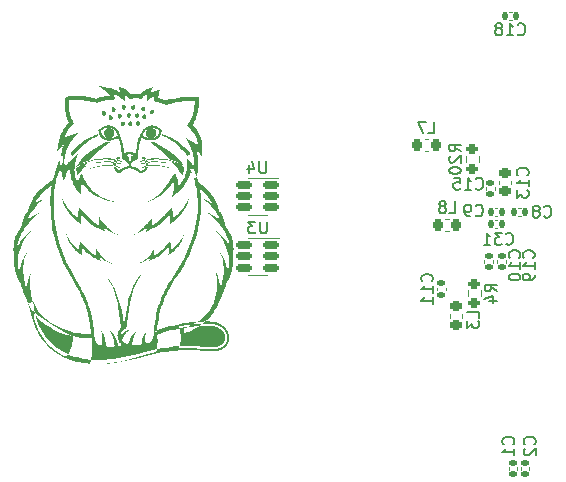
<source format=gbr>
%TF.GenerationSoftware,KiCad,Pcbnew,(6.0.9)*%
%TF.CreationDate,2023-01-20T20:48:01+01:00*%
%TF.ProjectId,pallas-ethernet-adapter,70616c6c-6173-42d6-9574-6865726e6574,rev?*%
%TF.SameCoordinates,Original*%
%TF.FileFunction,Legend,Bot*%
%TF.FilePolarity,Positive*%
%FSLAX46Y46*%
G04 Gerber Fmt 4.6, Leading zero omitted, Abs format (unit mm)*
G04 Created by KiCad (PCBNEW (6.0.9)) date 2023-01-20 20:48:01*
%MOMM*%
%LPD*%
G01*
G04 APERTURE LIST*
G04 Aperture macros list*
%AMRoundRect*
0 Rectangle with rounded corners*
0 $1 Rounding radius*
0 $2 $3 $4 $5 $6 $7 $8 $9 X,Y pos of 4 corners*
0 Add a 4 corners polygon primitive as box body*
4,1,4,$2,$3,$4,$5,$6,$7,$8,$9,$2,$3,0*
0 Add four circle primitives for the rounded corners*
1,1,$1+$1,$2,$3*
1,1,$1+$1,$4,$5*
1,1,$1+$1,$6,$7*
1,1,$1+$1,$8,$9*
0 Add four rect primitives between the rounded corners*
20,1,$1+$1,$2,$3,$4,$5,0*
20,1,$1+$1,$4,$5,$6,$7,0*
20,1,$1+$1,$6,$7,$8,$9,0*
20,1,$1+$1,$8,$9,$2,$3,0*%
G04 Aperture macros list end*
%ADD10C,0.000000*%
%ADD11C,0.150000*%
%ADD12C,0.120000*%
%ADD13C,0.200000*%
%ADD14C,3.250000*%
%ADD15C,1.509000*%
%ADD16C,1.650000*%
%ADD17C,2.475000*%
%ADD18R,1.000000X1.000000*%
%ADD19O,1.000000X1.000000*%
%ADD20C,5.600000*%
%ADD21RoundRect,0.200000X-0.275000X0.200000X-0.275000X-0.200000X0.275000X-0.200000X0.275000X0.200000X0*%
%ADD22RoundRect,0.140000X-0.140000X-0.170000X0.140000X-0.170000X0.140000X0.170000X-0.140000X0.170000X0*%
%ADD23RoundRect,0.218750X0.256250X-0.218750X0.256250X0.218750X-0.256250X0.218750X-0.256250X-0.218750X0*%
%ADD24RoundRect,0.200000X0.275000X-0.200000X0.275000X0.200000X-0.275000X0.200000X-0.275000X-0.200000X0*%
%ADD25C,2.000000*%
%ADD26RoundRect,0.218750X0.218750X0.256250X-0.218750X0.256250X-0.218750X-0.256250X0.218750X-0.256250X0*%
%ADD27RoundRect,0.150000X0.512500X0.150000X-0.512500X0.150000X-0.512500X-0.150000X0.512500X-0.150000X0*%
%ADD28RoundRect,0.140000X-0.170000X0.140000X-0.170000X-0.140000X0.170000X-0.140000X0.170000X0.140000X0*%
%ADD29RoundRect,0.225000X0.250000X-0.225000X0.250000X0.225000X-0.250000X0.225000X-0.250000X-0.225000X0*%
%ADD30RoundRect,0.140000X0.170000X-0.140000X0.170000X0.140000X-0.170000X0.140000X-0.170000X-0.140000X0*%
G04 APERTURE END LIST*
D10*
G36*
X-12050887Y38157238D02*
G01*
X-11922249Y38106693D01*
X-11790149Y38051061D01*
X-11654889Y37990016D01*
X-11516772Y37923228D01*
X-11376098Y37850370D01*
X-11233171Y37771113D01*
X-11088291Y37685130D01*
X-10941761Y37592093D01*
X-10793883Y37491673D01*
X-10644959Y37383542D01*
X-10495290Y37267373D01*
X-10345179Y37142837D01*
X-10194927Y37009606D01*
X-10044837Y36867353D01*
X-9895210Y36715748D01*
X-9886363Y36702020D01*
X-9878724Y36688024D01*
X-9872267Y36673808D01*
X-9866966Y36659420D01*
X-9862794Y36644907D01*
X-9859725Y36630318D01*
X-9857733Y36615699D01*
X-9856790Y36601100D01*
X-9856872Y36586566D01*
X-9857950Y36572148D01*
X-9859999Y36557891D01*
X-9862992Y36543845D01*
X-9866903Y36530056D01*
X-9871706Y36516572D01*
X-9877374Y36503442D01*
X-9883880Y36490713D01*
X-9891198Y36478433D01*
X-9899302Y36466649D01*
X-9908166Y36455409D01*
X-9917763Y36444762D01*
X-9928065Y36434755D01*
X-9939049Y36425435D01*
X-9950685Y36416851D01*
X-9962949Y36409051D01*
X-9975814Y36402081D01*
X-9989253Y36395990D01*
X-10003240Y36390825D01*
X-10017748Y36386635D01*
X-10032752Y36383468D01*
X-10048224Y36381370D01*
X-10064139Y36380389D01*
X-10080469Y36380575D01*
X-10225125Y36562277D01*
X-10369287Y36731334D01*
X-10512770Y36888298D01*
X-10655386Y37033721D01*
X-10796949Y37168154D01*
X-10937271Y37292148D01*
X-11076167Y37406255D01*
X-11213450Y37511027D01*
X-11348932Y37607015D01*
X-11482428Y37694770D01*
X-11613750Y37774844D01*
X-11742711Y37847789D01*
X-11869125Y37914157D01*
X-11992805Y37974497D01*
X-12113565Y38029363D01*
X-12231217Y38079306D01*
X-12223926Y38093985D01*
X-12216738Y38108891D01*
X-12209654Y38124023D01*
X-12202673Y38139380D01*
X-12195793Y38154959D01*
X-12189015Y38170761D01*
X-12182337Y38186783D01*
X-12175759Y38203024D01*
X-12050887Y38157238D01*
G37*
G36*
X-16156751Y35732844D02*
G01*
X-16128249Y35725860D01*
X-16129747Y35715152D01*
X-16131309Y35701783D01*
X-16132572Y35688363D01*
X-16133539Y35674898D01*
X-16134209Y35661396D01*
X-16134584Y35647864D01*
X-16134665Y35634311D01*
X-16134453Y35620742D01*
X-16133938Y35607119D01*
X-16133126Y35593479D01*
X-16132019Y35579832D01*
X-16130618Y35566183D01*
X-16126938Y35538913D01*
X-16123700Y35520721D01*
X-16206048Y35538119D01*
X-16329958Y35556442D01*
X-16330504Y35561895D01*
X-16331929Y35579937D01*
X-16332972Y35598004D01*
X-16333631Y35616087D01*
X-16333922Y35634199D01*
X-16333820Y35652295D01*
X-16333325Y35670366D01*
X-16332435Y35688400D01*
X-16331148Y35706389D01*
X-16329463Y35724322D01*
X-16327379Y35742189D01*
X-16324893Y35759981D01*
X-16324379Y35763135D01*
X-16156751Y35732844D01*
G37*
G36*
X-15484862Y39267615D02*
G01*
X-15465028Y39262871D01*
X-15447403Y39255447D01*
X-15431920Y39245565D01*
X-15418514Y39233449D01*
X-15407119Y39219321D01*
X-15397668Y39203406D01*
X-15390097Y39185926D01*
X-15384338Y39167105D01*
X-15380327Y39147166D01*
X-15377998Y39126332D01*
X-15377283Y39104827D01*
X-15378119Y39082874D01*
X-15380438Y39060696D01*
X-15384176Y39038516D01*
X-15389265Y39016559D01*
X-15395641Y38995046D01*
X-15403237Y38974202D01*
X-15411988Y38954249D01*
X-15421827Y38935412D01*
X-15432689Y38917912D01*
X-15444508Y38901975D01*
X-15457219Y38887822D01*
X-15470754Y38875677D01*
X-15485049Y38865763D01*
X-15500038Y38858305D01*
X-15515654Y38853524D01*
X-15531832Y38851644D01*
X-15548506Y38852889D01*
X-15565610Y38857482D01*
X-15583078Y38865646D01*
X-15600845Y38877605D01*
X-15616963Y38890737D01*
X-15631951Y38904138D01*
X-15645800Y38917774D01*
X-15658501Y38931613D01*
X-15670042Y38945622D01*
X-15680415Y38959770D01*
X-15689608Y38974022D01*
X-15697612Y38988347D01*
X-15704417Y39002713D01*
X-15710013Y39017086D01*
X-15714390Y39031435D01*
X-15717538Y39045726D01*
X-15719447Y39059928D01*
X-15720107Y39074007D01*
X-15719507Y39087931D01*
X-15717639Y39101668D01*
X-15714491Y39115186D01*
X-15710054Y39128451D01*
X-15704318Y39141431D01*
X-15697273Y39154093D01*
X-15688908Y39166406D01*
X-15679214Y39178336D01*
X-15668181Y39189852D01*
X-15655799Y39200920D01*
X-15642058Y39211508D01*
X-15626947Y39221583D01*
X-15610458Y39231114D01*
X-15592578Y39240067D01*
X-15573300Y39248410D01*
X-15552612Y39256111D01*
X-15530505Y39263136D01*
X-15506969Y39269454D01*
X-15484862Y39267615D01*
G37*
G36*
X-10354528Y29828210D02*
G01*
X-10361789Y29796209D01*
X-10349181Y29865104D01*
X-10354528Y29828210D01*
G37*
G36*
X-24756092Y28994799D02*
G01*
X-24724620Y29163088D01*
X-24684472Y29325293D01*
X-24635897Y29481968D01*
X-24579141Y29633668D01*
X-24514452Y29780946D01*
X-24442078Y29924358D01*
X-24362267Y30064456D01*
X-24275267Y30201795D01*
X-24181324Y30336930D01*
X-24080687Y30470414D01*
X-24070930Y30558637D01*
X-24057438Y30646299D01*
X-24040333Y30733316D01*
X-24019740Y30819600D01*
X-23995779Y30905067D01*
X-23968576Y30989630D01*
X-23938252Y31073203D01*
X-23904931Y31155700D01*
X-23868736Y31237034D01*
X-23829789Y31317121D01*
X-23788214Y31395873D01*
X-23744134Y31473206D01*
X-23697672Y31549031D01*
X-23648951Y31623265D01*
X-23598093Y31695820D01*
X-23545223Y31766611D01*
X-23493619Y31966536D01*
X-23428180Y32164623D01*
X-23349612Y32360112D01*
X-23258622Y32552244D01*
X-23155919Y32740258D01*
X-23042208Y32923395D01*
X-22918197Y33100894D01*
X-22784593Y33271996D01*
X-22642103Y33435940D01*
X-22491435Y33591967D01*
X-22333296Y33739317D01*
X-22168393Y33877230D01*
X-21997432Y34004945D01*
X-21821122Y34121703D01*
X-21640169Y34226744D01*
X-21455281Y34319308D01*
X-21385897Y34599271D01*
X-21306494Y34877729D01*
X-21216774Y35154603D01*
X-21116442Y35429818D01*
X-21005200Y35703296D01*
X-20913725Y35906247D01*
X-20825819Y35906247D01*
X-20821797Y35708187D01*
X-20807682Y35508768D01*
X-20800821Y35449742D01*
X-20722578Y35635941D01*
X-20624753Y35852412D01*
X-20622286Y36002013D01*
X-20617834Y36161900D01*
X-20611418Y36332076D01*
X-20603056Y36512546D01*
X-20748804Y36244737D01*
X-20818954Y36103453D01*
X-20825819Y35906247D01*
X-20913725Y35906247D01*
X-20882753Y35974962D01*
X-20818954Y36103453D01*
X-20818951Y36103545D01*
X-20800394Y36300680D01*
X-20769351Y36498250D01*
X-20725023Y36696854D01*
X-20666612Y36897089D01*
X-20593320Y37099553D01*
X-20504349Y37304846D01*
X-20398901Y37513565D01*
X-20446058Y37475803D01*
X-20492927Y37434812D01*
X-20539464Y37390956D01*
X-20585629Y37344600D01*
X-20631379Y37296106D01*
X-20676672Y37245839D01*
X-20721466Y37194164D01*
X-20765720Y37141443D01*
X-20852436Y37034323D01*
X-20936484Y36927392D01*
X-21017528Y36823561D01*
X-21095233Y36725742D01*
X-21045688Y37072095D01*
X-20990381Y37408722D01*
X-20958232Y37573147D01*
X-20921841Y37734850D01*
X-20880275Y37893735D01*
X-20832600Y38049703D01*
X-20777883Y38202660D01*
X-20715189Y38352507D01*
X-20643585Y38499147D01*
X-20562138Y38642484D01*
X-20469913Y38782422D01*
X-20365977Y38918862D01*
X-20249397Y39051708D01*
X-20119238Y39180864D01*
X-20184545Y39311815D01*
X-20241333Y39443556D01*
X-20290008Y39576078D01*
X-20330978Y39709369D01*
X-20364648Y39843420D01*
X-20391425Y39978218D01*
X-20411715Y40113755D01*
X-20425923Y40250019D01*
X-20434457Y40387000D01*
X-20437722Y40524687D01*
X-20436126Y40663070D01*
X-20430073Y40802138D01*
X-20419970Y40941881D01*
X-20406225Y41082288D01*
X-20369428Y41365052D01*
X-20035603Y41402595D01*
X-19871893Y41415980D01*
X-19709917Y41425633D01*
X-19549377Y41431448D01*
X-19389971Y41433317D01*
X-19231401Y41431136D01*
X-19073366Y41424796D01*
X-18915567Y41414193D01*
X-18757703Y41399219D01*
X-18599476Y41379769D01*
X-18440585Y41355736D01*
X-18280730Y41327013D01*
X-18119612Y41293495D01*
X-17956931Y41255075D01*
X-17792386Y41211647D01*
X-17727500Y41236742D01*
X-17660310Y41260400D01*
X-17591101Y41282657D01*
X-17520159Y41303547D01*
X-17374217Y41341372D01*
X-17224769Y41374160D01*
X-17074097Y41402199D01*
X-16924487Y41425774D01*
X-16778222Y41445170D01*
X-16637586Y41460673D01*
X-16652759Y41488595D01*
X-16669795Y41516508D01*
X-16688593Y41544393D01*
X-16709051Y41572234D01*
X-16754546Y41627708D01*
X-16805472Y41682787D01*
X-16861019Y41737325D01*
X-16920379Y41791180D01*
X-16982745Y41844207D01*
X-17047306Y41896263D01*
X-17113256Y41947203D01*
X-17179784Y41996883D01*
X-17311346Y42091890D01*
X-17435523Y42180131D01*
X-17545847Y42260455D01*
X-17065371Y42182988D01*
X-16841775Y42141964D01*
X-16732754Y42118890D01*
X-16625057Y42093352D01*
X-16518290Y42064781D01*
X-16412056Y42032608D01*
X-16305960Y41996266D01*
X-16199607Y41955188D01*
X-16092602Y41908803D01*
X-15984549Y41856546D01*
X-15875054Y41797846D01*
X-15763720Y41732138D01*
X-15766628Y41762955D01*
X-15770404Y41793445D01*
X-15775065Y41823680D01*
X-15780630Y41853734D01*
X-15787116Y41883678D01*
X-15794542Y41913587D01*
X-15802925Y41943533D01*
X-15812284Y41973589D01*
X-15822636Y42003828D01*
X-15834000Y42034323D01*
X-15846393Y42065147D01*
X-15859833Y42096372D01*
X-15874338Y42128073D01*
X-15889927Y42160321D01*
X-15906617Y42193189D01*
X-15924427Y42226751D01*
X-15827587Y42200578D01*
X-15737884Y42174836D01*
X-15654598Y42148976D01*
X-15577013Y42122450D01*
X-15504410Y42094711D01*
X-15436071Y42065211D01*
X-15371277Y42033400D01*
X-15309311Y41998732D01*
X-15249455Y41960659D01*
X-15190991Y41918631D01*
X-15133199Y41872102D01*
X-15075363Y41820523D01*
X-15016765Y41763347D01*
X-14956685Y41700024D01*
X-14894407Y41630008D01*
X-14829211Y41552749D01*
X-14742740Y41563973D01*
X-14654552Y41571794D01*
X-14565200Y41576489D01*
X-14475239Y41578336D01*
X-14385224Y41577614D01*
X-14295709Y41574599D01*
X-14207247Y41569570D01*
X-14120394Y41562804D01*
X-14062012Y41626768D01*
X-14002260Y41685703D01*
X-13941140Y41739985D01*
X-13878654Y41789991D01*
X-13814804Y41836100D01*
X-13749594Y41878687D01*
X-13683025Y41918132D01*
X-13615100Y41954810D01*
X-13545821Y41989100D01*
X-13475191Y42021378D01*
X-13403211Y42052023D01*
X-13329886Y42081410D01*
X-13179205Y42137925D01*
X-13023166Y42193941D01*
X-13069104Y42065315D01*
X-13093129Y41998215D01*
X-13116193Y41930111D01*
X-13137044Y41861645D01*
X-13146249Y41827477D01*
X-13154432Y41793458D01*
X-13161437Y41759670D01*
X-13167108Y41726192D01*
X-13171288Y41693104D01*
X-13173821Y41660487D01*
X-13124268Y41689583D01*
X-13075440Y41716598D01*
X-13027184Y41741707D01*
X-12979347Y41765081D01*
X-12931775Y41786894D01*
X-12884316Y41807319D01*
X-12836816Y41826527D01*
X-12789123Y41844691D01*
X-12692544Y41878581D01*
X-12593353Y41910370D01*
X-12382240Y41973172D01*
X-12440249Y41797187D01*
X-12466557Y41713542D01*
X-12478593Y41672106D01*
X-12489715Y41630662D01*
X-12499794Y41589008D01*
X-12508705Y41546946D01*
X-12516320Y41504274D01*
X-12522512Y41460793D01*
X-12527154Y41416303D01*
X-12530120Y41370604D01*
X-12531283Y41323495D01*
X-12530514Y41274777D01*
X-12440976Y41254967D01*
X-12353324Y41233062D01*
X-12267181Y41208969D01*
X-12182171Y41182596D01*
X-12097917Y41153852D01*
X-12014043Y41122645D01*
X-11930174Y41088883D01*
X-11845931Y41052474D01*
X-11531120Y41134440D01*
X-11213939Y41205093D01*
X-10894674Y41263740D01*
X-10573609Y41309690D01*
X-10412490Y41327687D01*
X-10251028Y41342250D01*
X-10089258Y41353292D01*
X-9927216Y41360728D01*
X-9764938Y41364471D01*
X-9602459Y41364433D01*
X-9439814Y41360529D01*
X-9277039Y41352672D01*
X-9119559Y41343093D01*
X-9111519Y41185136D01*
X-9106110Y41039487D01*
X-9104801Y40894708D01*
X-9107791Y40750872D01*
X-9115277Y40608054D01*
X-9127458Y40466328D01*
X-9144530Y40325766D01*
X-9166694Y40186444D01*
X-9194146Y40048435D01*
X-9227085Y39911812D01*
X-9265709Y39776649D01*
X-9310216Y39643020D01*
X-9360804Y39511000D01*
X-9417672Y39380661D01*
X-9481017Y39252078D01*
X-9551037Y39125324D01*
X-9627931Y39000473D01*
X-9478589Y38842020D01*
X-9348127Y38686792D01*
X-9289606Y38610113D01*
X-9235360Y38533912D01*
X-9185243Y38458079D01*
X-9139105Y38382504D01*
X-9096799Y38307078D01*
X-9058176Y38231691D01*
X-9023089Y38156234D01*
X-8991389Y38080596D01*
X-8937560Y37928344D01*
X-8895504Y37774056D01*
X-8864036Y37616857D01*
X-8841972Y37455870D01*
X-8828128Y37290218D01*
X-8821319Y37119025D01*
X-8820360Y36941414D01*
X-8824067Y36756509D01*
X-8840742Y36361307D01*
X-8963698Y36515771D01*
X-9025672Y36593438D01*
X-9088624Y36670433D01*
X-9153042Y36746034D01*
X-9219414Y36819519D01*
X-9253484Y36855243D01*
X-9288225Y36890167D01*
X-9323698Y36924201D01*
X-9359963Y36957255D01*
X-9315199Y36823473D01*
X-9275497Y36688090D01*
X-9240911Y36551307D01*
X-9211493Y36413329D01*
X-9187298Y36274357D01*
X-9168378Y36134596D01*
X-9154786Y35994246D01*
X-9146576Y35853513D01*
X-9143800Y35712598D01*
X-9146512Y35571703D01*
X-9154766Y35431033D01*
X-9168613Y35290790D01*
X-9188108Y35151177D01*
X-9213304Y35012396D01*
X-9244254Y34874651D01*
X-9281010Y34738144D01*
X-9301625Y34667608D01*
X-9278429Y34601792D01*
X-9229457Y34449712D01*
X-9184143Y34295174D01*
X-9142628Y34138866D01*
X-8987847Y34037356D01*
X-8837095Y33927360D01*
X-8690847Y33809386D01*
X-8549579Y33683946D01*
X-8413765Y33551551D01*
X-8283882Y33412711D01*
X-8160404Y33267937D01*
X-8043807Y33117739D01*
X-7934567Y32962627D01*
X-7833159Y32803113D01*
X-7740057Y32639708D01*
X-7655739Y32472920D01*
X-7580678Y32303262D01*
X-7515350Y32131244D01*
X-7460232Y31957375D01*
X-7415797Y31782168D01*
X-7362928Y31711386D01*
X-7312072Y31638838D01*
X-7263354Y31564610D01*
X-7216895Y31488787D01*
X-7172818Y31411457D01*
X-7131247Y31332706D01*
X-7092304Y31252620D01*
X-7056112Y31171285D01*
X-7022793Y31088789D01*
X-6992471Y31005217D01*
X-6965267Y30920655D01*
X-6941306Y30835190D01*
X-6920710Y30748909D01*
X-6903601Y30661897D01*
X-6890103Y30574242D01*
X-6880337Y30486029D01*
X-6779700Y30352544D01*
X-6685756Y30217407D01*
X-6598756Y30080065D01*
X-6518945Y29939964D01*
X-6446572Y29796548D01*
X-6381884Y29649265D01*
X-6325130Y29497561D01*
X-6276556Y29340880D01*
X-6236411Y29178671D01*
X-6204943Y29010377D01*
X-6182399Y28835446D01*
X-6169026Y28653323D01*
X-6165074Y28463455D01*
X-6170788Y28265287D01*
X-6186418Y28058266D01*
X-6212211Y27841837D01*
X-6216838Y27520467D01*
X-6223504Y27363706D01*
X-6233667Y27209595D01*
X-6247777Y27058161D01*
X-6266280Y26909431D01*
X-6289626Y26763429D01*
X-6318262Y26620182D01*
X-6352635Y26479717D01*
X-6393195Y26342058D01*
X-6440388Y26207234D01*
X-6494664Y26075268D01*
X-6556469Y25946189D01*
X-6626252Y25820021D01*
X-6704460Y25696791D01*
X-6791543Y25576525D01*
X-6815655Y25469173D01*
X-6842273Y25362288D01*
X-6871311Y25255942D01*
X-6902682Y25150204D01*
X-6936299Y25045146D01*
X-6972075Y24940838D01*
X-7049755Y24734756D01*
X-7135028Y24532523D01*
X-7227199Y24334705D01*
X-7325572Y24141869D01*
X-7429452Y23954579D01*
X-7508191Y23750444D01*
X-7601727Y23551320D01*
X-7709221Y23357530D01*
X-7829833Y23169397D01*
X-7962723Y22987242D01*
X-8107052Y22811388D01*
X-8261979Y22642157D01*
X-8426666Y22479872D01*
X-8585073Y22338426D01*
X-8840658Y22331417D01*
X-9146204Y22314697D01*
X-9221275Y22308665D01*
X-9267231Y22277496D01*
X-9421079Y22182063D01*
X-9561808Y22102265D01*
X-9850097Y22069777D01*
X-10170543Y22025707D01*
X-10486279Y21974619D01*
X-10795487Y21917130D01*
X-10795482Y21917128D01*
X-10755603Y21789265D01*
X-10744079Y21746971D01*
X-10902704Y21715714D01*
X-11201597Y21649281D01*
X-11488823Y21577885D01*
X-11762445Y21502181D01*
X-12020525Y21422827D01*
X-12261123Y21340477D01*
X-12482302Y21255788D01*
X-12624642Y21194263D01*
X-12619811Y21147086D01*
X-12610703Y21034853D01*
X-12604210Y20924879D01*
X-12600332Y20817165D01*
X-12599069Y20711711D01*
X-12600421Y20608515D01*
X-12604387Y20507579D01*
X-12610968Y20408902D01*
X-12620163Y20312484D01*
X-12631971Y20218324D01*
X-12646394Y20126424D01*
X-12663431Y20036783D01*
X-12674580Y19987207D01*
X-12955715Y19929816D01*
X-13292780Y19855340D01*
X-13620606Y19778544D01*
X-14255384Y19622450D01*
X-15093459Y19418870D01*
X-15510965Y19327190D01*
X-15932764Y19246118D01*
X-16362836Y19178555D01*
X-16582221Y19150746D01*
X-16805168Y19127401D01*
X-17032175Y19108885D01*
X-17263741Y19095558D01*
X-17500364Y19087784D01*
X-17742540Y19085926D01*
X-17742547Y19085926D01*
X-18025430Y19094217D01*
X-18230520Y19108346D01*
X-18226889Y19121697D01*
X-18197107Y19247069D01*
X-18171502Y19372968D01*
X-18150074Y19499394D01*
X-18132821Y19626348D01*
X-18119745Y19753828D01*
X-18110844Y19881836D01*
X-18106119Y20010370D01*
X-18105570Y20139432D01*
X-18109196Y20269021D01*
X-18116997Y20399137D01*
X-18128974Y20529780D01*
X-18129621Y20535034D01*
X-18075698Y20535034D01*
X-18075698Y20535033D01*
X-18072900Y20529268D01*
X-18070062Y20523523D01*
X-18067184Y20517799D01*
X-18070062Y20523524D01*
X-18072900Y20529269D01*
X-18075698Y20535034D01*
X-18129621Y20535034D01*
X-18130333Y20540818D01*
X-18145125Y20660950D01*
X-18165451Y20792647D01*
X-18172212Y20821349D01*
X-18178536Y20850293D01*
X-18184442Y20879465D01*
X-18189951Y20908850D01*
X-18585064Y20913532D01*
X-18987830Y20942853D01*
X-19394857Y20996810D01*
X-19765573Y21068238D01*
X-19764435Y21091258D01*
X-19971368Y21179970D01*
X-20335218Y21359019D01*
X-20808394Y21610224D01*
X-21343308Y21915407D01*
X-21619045Y22082559D01*
X-21892371Y22256388D01*
X-22157336Y22434622D01*
X-22407993Y22614988D01*
X-22638392Y22795214D01*
X-22842586Y22973027D01*
X-22993519Y23124917D01*
X-23002224Y23161858D01*
X-23051785Y23422363D01*
X-23090918Y23689316D01*
X-23119462Y23962567D01*
X-23531571Y23939020D01*
X-23635451Y24126309D01*
X-23733825Y24319145D01*
X-23825998Y24516962D01*
X-23911274Y24719195D01*
X-23951110Y24821790D01*
X-23988961Y24925277D01*
X-24024741Y25029586D01*
X-24058363Y25134644D01*
X-24089740Y25240382D01*
X-24118786Y25346729D01*
X-24145413Y25453615D01*
X-24169534Y25560968D01*
X-24256607Y25681233D01*
X-24334807Y25804463D01*
X-24404583Y25930631D01*
X-24466382Y26059710D01*
X-24520653Y26191676D01*
X-24567843Y26326500D01*
X-24608401Y26464158D01*
X-24642774Y26604624D01*
X-24671410Y26747871D01*
X-24694758Y26893872D01*
X-24713264Y27042603D01*
X-24727378Y27194037D01*
X-24737548Y27348147D01*
X-24744220Y27504908D01*
X-24748865Y27826278D01*
X-24774648Y28042705D01*
X-24790269Y28249725D01*
X-24795977Y28447890D01*
X-24792018Y28637754D01*
X-24789783Y28668180D01*
X-24473011Y28668180D01*
X-24430939Y28749069D01*
X-24382537Y28834479D01*
X-24328327Y28923526D01*
X-24268829Y29015323D01*
X-24204562Y29108987D01*
X-24136046Y29203631D01*
X-24063801Y29298372D01*
X-23988348Y29392325D01*
X-23910205Y29484603D01*
X-23829894Y29574323D01*
X-23747934Y29660600D01*
X-23664845Y29742547D01*
X-23581147Y29819281D01*
X-23497361Y29889917D01*
X-23414005Y29953569D01*
X-23331600Y30009352D01*
X-23482805Y29846267D01*
X-23626183Y29666854D01*
X-23760752Y29472898D01*
X-23885530Y29266188D01*
X-23999535Y29048512D01*
X-24101784Y28821655D01*
X-24191295Y28587406D01*
X-24267087Y28347552D01*
X-24328177Y28103879D01*
X-24373584Y27858176D01*
X-24402324Y27612229D01*
X-24413416Y27367826D01*
X-24405879Y27126754D01*
X-24394816Y27008025D01*
X-24378728Y26890800D01*
X-24357492Y26775301D01*
X-24330984Y26661752D01*
X-24299082Y26550375D01*
X-24261663Y26441396D01*
X-24258010Y26549216D01*
X-24249141Y26661524D01*
X-24235127Y26777492D01*
X-24216039Y26896295D01*
X-24191947Y27017105D01*
X-24162922Y27139095D01*
X-24129033Y27261440D01*
X-24090352Y27383311D01*
X-24046948Y27503883D01*
X-23998893Y27622328D01*
X-23946256Y27737820D01*
X-23889109Y27849532D01*
X-23827521Y27956636D01*
X-23761563Y28058307D01*
X-23691306Y28153718D01*
X-23616820Y28242041D01*
X-23659314Y28171093D01*
X-23698904Y28096003D01*
X-23769492Y27934354D01*
X-23828810Y27759000D01*
X-23877083Y27571850D01*
X-23914539Y27374811D01*
X-23941404Y27169792D01*
X-23957904Y26958700D01*
X-23964264Y26743443D01*
X-23960712Y26525929D01*
X-23947474Y26308065D01*
X-23924776Y26091759D01*
X-23892844Y25878920D01*
X-23851904Y25671454D01*
X-23802184Y25471271D01*
X-23743908Y25280276D01*
X-23677303Y25100380D01*
X-23659221Y25279603D01*
X-23633854Y25465423D01*
X-23600770Y25654772D01*
X-23581200Y25749810D01*
X-23559537Y25844581D01*
X-23535730Y25938699D01*
X-23509722Y26031782D01*
X-23481461Y26123447D01*
X-23450891Y26213309D01*
X-23417960Y26300985D01*
X-23382612Y26386093D01*
X-23344795Y26468247D01*
X-23304453Y26547066D01*
X-23332618Y26368027D01*
X-23355494Y26191966D01*
X-23373132Y26018882D01*
X-23385581Y25848773D01*
X-23392893Y25681640D01*
X-23395119Y25517480D01*
X-23392310Y25356292D01*
X-23384516Y25198076D01*
X-23371789Y25042830D01*
X-23354178Y24890554D01*
X-23331736Y24741245D01*
X-23304513Y24594904D01*
X-23272559Y24451529D01*
X-23235926Y24311118D01*
X-23194665Y24173671D01*
X-23148826Y24039187D01*
X-23080937Y23868608D01*
X-23002687Y23702774D01*
X-22914560Y23541758D01*
X-22817039Y23385629D01*
X-22710607Y23234461D01*
X-22595748Y23088324D01*
X-22472944Y22947290D01*
X-22342680Y22811430D01*
X-22205438Y22680816D01*
X-22061701Y22555518D01*
X-21911954Y22435609D01*
X-21756680Y22321161D01*
X-21596360Y22212243D01*
X-21431480Y22108929D01*
X-21262522Y22011289D01*
X-21089970Y21919394D01*
X-20914307Y21833317D01*
X-20736015Y21753128D01*
X-20373482Y21610702D01*
X-20006238Y21492688D01*
X-19638149Y21399657D01*
X-19273080Y21332180D01*
X-18914900Y21290830D01*
X-18739600Y21280131D01*
X-18567473Y21276178D01*
X-18399001Y21279042D01*
X-18234667Y21288794D01*
X-18234667Y21288797D01*
X-18238105Y21334832D01*
X-18249925Y21486659D01*
X-18263368Y21636488D01*
X-18278567Y21784529D01*
X-18295659Y21930991D01*
X-18314777Y22076084D01*
X-18336057Y22220017D01*
X-18359632Y22363000D01*
X-18385637Y22505242D01*
X-18414211Y22647055D01*
X-18445454Y22788510D01*
X-18479497Y22929814D01*
X-18516473Y23071173D01*
X-18556515Y23212795D01*
X-18599756Y23354888D01*
X-18646328Y23497657D01*
X-18696363Y23641310D01*
X-18752603Y23793107D01*
X-18811137Y23942301D01*
X-18934533Y24233678D01*
X-19065448Y24517035D01*
X-19202776Y24793967D01*
X-19345412Y25066067D01*
X-19492252Y25334929D01*
X-19794119Y25869313D01*
X-20107897Y26424974D01*
X-20416237Y27001155D01*
X-20565532Y27301335D01*
X-20710065Y27611917D01*
X-20848701Y27934659D01*
X-20980306Y28271320D01*
X-21103747Y28623655D01*
X-21217888Y28993424D01*
X-21321595Y29382383D01*
X-21413734Y29792290D01*
X-21493172Y30224902D01*
X-21558772Y30681978D01*
X-21609402Y31165274D01*
X-21643928Y31676548D01*
X-21658724Y32002297D01*
X-21668156Y32296991D01*
X-21671046Y32568898D01*
X-21670243Y32611740D01*
X-21404686Y32611740D01*
X-21403555Y32315858D01*
X-21394439Y32003762D01*
X-21379027Y31668766D01*
X-21344383Y31170587D01*
X-21294092Y30699545D01*
X-21229256Y30253935D01*
X-21150977Y29832052D01*
X-21060357Y29432192D01*
X-20958501Y29052650D01*
X-20846509Y28691720D01*
X-20725486Y28347699D01*
X-20596533Y28018881D01*
X-20460753Y27703561D01*
X-20319249Y27400035D01*
X-20173124Y27106599D01*
X-19871419Y26543174D01*
X-19564460Y25999647D01*
X-19258730Y25458284D01*
X-19109860Y25185527D01*
X-18965074Y24909028D01*
X-18825438Y24627021D01*
X-18692017Y24337736D01*
X-18565875Y24039406D01*
X-18505867Y23886297D01*
X-18448079Y23730263D01*
X-18395998Y23580783D01*
X-18347573Y23432473D01*
X-18302664Y23285113D01*
X-18261131Y23138484D01*
X-18222836Y22992365D01*
X-18187637Y22846538D01*
X-18155397Y22700783D01*
X-18125975Y22554879D01*
X-18099213Y22408448D01*
X-18074953Y22261385D01*
X-18053060Y22113469D01*
X-18033397Y21964482D01*
X-18015828Y21814202D01*
X-18000215Y21662410D01*
X-17986423Y21508885D01*
X-17974315Y21353408D01*
X-17966085Y21247629D01*
X-17956076Y21142913D01*
X-17943393Y21040293D01*
X-17935769Y20990092D01*
X-17927140Y20940802D01*
X-17917396Y20892552D01*
X-17906423Y20845473D01*
X-17894110Y20799692D01*
X-17880346Y20755339D01*
X-17865017Y20712543D01*
X-17848012Y20671434D01*
X-17829220Y20632140D01*
X-17808528Y20594790D01*
X-17790591Y20565876D01*
X-17771939Y20538288D01*
X-17752356Y20512088D01*
X-17731628Y20487337D01*
X-17720766Y20475524D01*
X-17709537Y20464096D01*
X-17697914Y20453062D01*
X-17685870Y20442428D01*
X-17673378Y20432202D01*
X-17660411Y20422393D01*
X-17646941Y20413007D01*
X-17632943Y20404052D01*
X-17618390Y20395537D01*
X-17603253Y20387468D01*
X-17587507Y20379854D01*
X-17571124Y20372702D01*
X-17554078Y20366019D01*
X-17536342Y20359814D01*
X-17517888Y20354094D01*
X-17498690Y20348867D01*
X-17478720Y20344140D01*
X-17457953Y20339922D01*
X-17436360Y20336219D01*
X-17413916Y20333039D01*
X-17390592Y20330391D01*
X-17366363Y20328282D01*
X-17341201Y20326719D01*
X-17315080Y20325710D01*
X-17296133Y20390604D01*
X-17281485Y20464911D01*
X-17270877Y20547081D01*
X-17264049Y20635563D01*
X-17260741Y20728808D01*
X-17260693Y20825265D01*
X-17263646Y20923383D01*
X-17269340Y21021612D01*
X-17277515Y21118402D01*
X-17287911Y21212202D01*
X-17300269Y21301462D01*
X-17314328Y21384631D01*
X-17329830Y21460160D01*
X-17346514Y21526497D01*
X-17364121Y21582093D01*
X-17382390Y21625397D01*
X-17349116Y21584209D01*
X-17317652Y21541711D01*
X-17259971Y21453275D01*
X-17208971Y21361074D01*
X-17164279Y21266093D01*
X-17125520Y21169316D01*
X-17092318Y21071729D01*
X-17064300Y20974315D01*
X-17041090Y20878061D01*
X-17022315Y20783950D01*
X-17007598Y20692968D01*
X-16996566Y20606099D01*
X-16988843Y20524329D01*
X-16981829Y20380022D01*
X-16983557Y20267926D01*
X-16936806Y20249948D01*
X-16890734Y20233647D01*
X-16845219Y20219035D01*
X-16800142Y20206127D01*
X-16755383Y20194935D01*
X-16710823Y20185474D01*
X-16666341Y20177756D01*
X-16621818Y20171795D01*
X-16577133Y20167605D01*
X-16532168Y20165199D01*
X-16486801Y20164589D01*
X-16440914Y20165791D01*
X-16394387Y20168816D01*
X-16347098Y20173679D01*
X-16298930Y20180393D01*
X-16249762Y20188971D01*
X-16242930Y20257759D01*
X-16241883Y20335676D01*
X-16246261Y20421267D01*
X-16255708Y20513080D01*
X-16269865Y20609660D01*
X-16288375Y20709553D01*
X-16310879Y20811305D01*
X-16337021Y20913462D01*
X-16366442Y21014571D01*
X-16398784Y21113177D01*
X-16433689Y21207827D01*
X-16470801Y21297067D01*
X-16509760Y21379441D01*
X-16550210Y21453498D01*
X-16591792Y21517783D01*
X-16634148Y21570841D01*
X-16590702Y21541464D01*
X-16549058Y21510767D01*
X-16509173Y21478801D01*
X-16471005Y21445620D01*
X-16434514Y21411275D01*
X-16399657Y21375818D01*
X-16366392Y21339302D01*
X-16334678Y21301779D01*
X-16304472Y21263301D01*
X-16275733Y21223921D01*
X-16222488Y21142660D01*
X-16174607Y21058416D01*
X-16131757Y20971605D01*
X-16093603Y20882645D01*
X-16059809Y20791954D01*
X-16030041Y20699950D01*
X-16003965Y20607051D01*
X-15981245Y20513673D01*
X-15961547Y20420235D01*
X-15944537Y20327155D01*
X-15929879Y20234851D01*
X-15880319Y20241831D01*
X-15856112Y20245987D01*
X-15832287Y20250588D01*
X-15808845Y20255633D01*
X-15785786Y20261122D01*
X-15763108Y20267056D01*
X-15740813Y20273435D01*
X-15718901Y20280258D01*
X-15697372Y20287525D01*
X-15676225Y20295238D01*
X-15655461Y20303395D01*
X-15635080Y20311998D01*
X-15615082Y20321045D01*
X-15595468Y20330537D01*
X-15576236Y20340475D01*
X-15575016Y20339539D01*
X-15573775Y20338637D01*
X-15572515Y20337768D01*
X-15571236Y20336929D01*
X-15569936Y20336120D01*
X-15568616Y20335339D01*
X-15567277Y20334586D01*
X-15565918Y20333858D01*
X-15623700Y20381866D01*
X-15678504Y20434144D01*
X-15730003Y20490321D01*
X-15777875Y20550028D01*
X-15821796Y20612894D01*
X-15861440Y20678550D01*
X-15896485Y20746625D01*
X-15926605Y20816750D01*
X-15939718Y20852465D01*
X-15951478Y20888553D01*
X-15961845Y20924969D01*
X-15970778Y20961666D01*
X-15978237Y20998598D01*
X-15984182Y21035718D01*
X-15988572Y21072981D01*
X-15991366Y21110340D01*
X-15992524Y21147748D01*
X-15992005Y21185160D01*
X-15989770Y21222529D01*
X-15985776Y21259809D01*
X-15979985Y21296954D01*
X-15972355Y21333918D01*
X-15962845Y21370653D01*
X-15951417Y21407115D01*
X-15941374Y21434775D01*
X-15930256Y21462134D01*
X-15918061Y21489192D01*
X-15904791Y21515950D01*
X-15890444Y21542407D01*
X-15875020Y21568564D01*
X-15858519Y21594421D01*
X-15840940Y21619978D01*
X-15822284Y21645236D01*
X-15802549Y21670194D01*
X-15781736Y21694854D01*
X-15759845Y21719215D01*
X-15736874Y21743277D01*
X-15712824Y21767041D01*
X-15687695Y21790507D01*
X-15661485Y21813675D01*
X-15666937Y21808912D01*
X-15835706Y23027013D01*
X-15930299Y23598839D01*
X-15985604Y23877842D01*
X-16048326Y24153153D01*
X-16120024Y24425456D01*
X-16202257Y24695435D01*
X-16296585Y24963776D01*
X-16404565Y25231163D01*
X-16527757Y25498282D01*
X-16667720Y25765816D01*
X-16826012Y26034451D01*
X-17004193Y26304872D01*
X-16811127Y26053228D01*
X-16636462Y25803974D01*
X-16478977Y25556249D01*
X-16337450Y25309194D01*
X-16210660Y25061945D01*
X-16097386Y24813642D01*
X-15996405Y24563424D01*
X-15906496Y24310429D01*
X-15826438Y24053797D01*
X-15755009Y23792666D01*
X-15690987Y23526175D01*
X-15633151Y23253463D01*
X-15531151Y22685931D01*
X-15439236Y22083179D01*
X-15371357Y22471983D01*
X-15295027Y22958100D01*
X-15197309Y23514430D01*
X-15136387Y23810455D01*
X-15065267Y24113870D01*
X-14982332Y24421287D01*
X-14885964Y24729318D01*
X-14774548Y25034577D01*
X-14646465Y25333675D01*
X-14500099Y25623224D01*
X-14419555Y25763359D01*
X-14333833Y25899837D01*
X-14242732Y26032233D01*
X-14146050Y26160126D01*
X-14043584Y26283090D01*
X-13935132Y26400703D01*
X-14123221Y26114394D01*
X-14287604Y25816009D01*
X-14430318Y25508071D01*
X-14553398Y25193103D01*
X-14658881Y24873627D01*
X-14748804Y24552166D01*
X-14825203Y24231244D01*
X-14890115Y23913381D01*
X-14993620Y23296931D01*
X-15075612Y22722996D01*
X-15152381Y22211761D01*
X-15193898Y21985962D01*
X-15240219Y21783406D01*
X-15286890Y21755889D01*
X-15327557Y21731165D01*
X-15366253Y21706124D01*
X-15402978Y21680766D01*
X-15437732Y21655093D01*
X-15470516Y21629102D01*
X-15501329Y21602795D01*
X-15530172Y21576171D01*
X-15557043Y21549230D01*
X-15581944Y21521972D01*
X-15604875Y21494398D01*
X-15625834Y21466506D01*
X-15644823Y21438297D01*
X-15661841Y21409771D01*
X-15676888Y21380928D01*
X-15689964Y21351767D01*
X-15701070Y21322289D01*
X-15705564Y21308479D01*
X-15709642Y21294552D01*
X-15713304Y21280509D01*
X-15716548Y21266350D01*
X-15719377Y21252075D01*
X-15721789Y21237683D01*
X-15723785Y21223176D01*
X-15725364Y21208552D01*
X-15726528Y21193813D01*
X-15727275Y21178957D01*
X-15727607Y21163986D01*
X-15727522Y21148899D01*
X-15727022Y21133697D01*
X-15726106Y21118379D01*
X-15724774Y21102945D01*
X-15723027Y21087397D01*
X-15703613Y21120865D01*
X-15680393Y21157920D01*
X-15653397Y21197830D01*
X-15622654Y21239863D01*
X-15588194Y21283288D01*
X-15550047Y21327375D01*
X-15508240Y21371391D01*
X-15462804Y21414605D01*
X-15413769Y21456286D01*
X-15387910Y21476324D01*
X-15361163Y21495703D01*
X-15333530Y21514334D01*
X-15305016Y21532125D01*
X-15275624Y21548984D01*
X-15245357Y21564820D01*
X-15214220Y21579541D01*
X-15182216Y21593056D01*
X-15149349Y21605274D01*
X-15115623Y21616104D01*
X-15081040Y21625453D01*
X-15045605Y21633231D01*
X-15009322Y21639345D01*
X-14972194Y21643705D01*
X-14987005Y21635950D01*
X-15003467Y21625758D01*
X-15040806Y21598512D01*
X-15083127Y21562872D01*
X-15129350Y21519742D01*
X-15178392Y21470027D01*
X-15229173Y21414630D01*
X-15280611Y21354455D01*
X-15331625Y21290408D01*
X-15381131Y21223391D01*
X-15428051Y21154310D01*
X-15471300Y21084067D01*
X-15509799Y21013568D01*
X-15526929Y20978505D01*
X-15542465Y20943717D01*
X-15556273Y20909316D01*
X-15568218Y20875417D01*
X-15578163Y20842131D01*
X-15585974Y20809572D01*
X-15591516Y20777854D01*
X-15594654Y20747088D01*
X-15536858Y20675208D01*
X-15510047Y20642980D01*
X-15484070Y20613132D01*
X-15458507Y20585591D01*
X-15432939Y20560287D01*
X-15406948Y20537147D01*
X-15380115Y20516099D01*
X-15366251Y20506338D01*
X-15352020Y20497073D01*
X-15337368Y20488295D01*
X-15322245Y20479995D01*
X-15306596Y20472165D01*
X-15290370Y20464796D01*
X-15273515Y20457878D01*
X-15255978Y20451402D01*
X-15237707Y20445360D01*
X-15218649Y20439742D01*
X-15198752Y20434541D01*
X-15177964Y20429745D01*
X-15133505Y20421339D01*
X-15084852Y20414452D01*
X-15027193Y20580043D01*
X-14961974Y20753521D01*
X-14926217Y20840930D01*
X-14888194Y20927564D01*
X-14847781Y21012509D01*
X-14804852Y21094848D01*
X-14759281Y21173667D01*
X-14710944Y21248050D01*
X-14659716Y21317082D01*
X-14605471Y21379848D01*
X-14548085Y21435432D01*
X-14518174Y21460244D01*
X-14487431Y21482918D01*
X-14455840Y21503338D01*
X-14423385Y21521391D01*
X-14390051Y21536962D01*
X-14355822Y21549937D01*
X-14377205Y21529522D01*
X-14398080Y21507289D01*
X-14438269Y21457657D01*
X-14476312Y21401621D01*
X-14512136Y21339760D01*
X-14545664Y21272654D01*
X-14576824Y21200881D01*
X-14605538Y21125022D01*
X-14631734Y21045655D01*
X-14655336Y20963360D01*
X-14676269Y20878716D01*
X-14694459Y20792302D01*
X-14709830Y20704699D01*
X-14722308Y20616484D01*
X-14731819Y20528239D01*
X-14738286Y20440541D01*
X-14741636Y20353970D01*
X-14619793Y20332277D01*
X-14565777Y20324191D01*
X-14515388Y20317956D01*
X-14467896Y20313577D01*
X-14422566Y20311061D01*
X-14378669Y20310416D01*
X-14335470Y20311648D01*
X-14292238Y20314764D01*
X-14248242Y20319771D01*
X-14202748Y20326675D01*
X-14155025Y20335484D01*
X-14104340Y20346204D01*
X-14049962Y20358842D01*
X-13927197Y20389900D01*
X-13926594Y20473617D01*
X-13924263Y20554289D01*
X-13919868Y20632177D01*
X-13913073Y20707544D01*
X-13903543Y20780654D01*
X-13890939Y20851770D01*
X-13874927Y20921153D01*
X-13855171Y20989068D01*
X-13831333Y21055777D01*
X-13803078Y21121542D01*
X-13770070Y21186627D01*
X-13731972Y21251294D01*
X-13688449Y21315807D01*
X-13639163Y21380428D01*
X-13583780Y21445420D01*
X-13521962Y21511045D01*
X-13547669Y21465254D01*
X-13571345Y21413884D01*
X-13592768Y21357565D01*
X-13611717Y21296928D01*
X-13627971Y21232600D01*
X-13641309Y21165211D01*
X-13651510Y21095392D01*
X-13658353Y21023770D01*
X-13661616Y20950975D01*
X-13661080Y20877638D01*
X-13656521Y20804386D01*
X-13647720Y20731849D01*
X-13634456Y20660658D01*
X-13616506Y20591440D01*
X-13593651Y20524825D01*
X-13580315Y20492691D01*
X-13565669Y20461444D01*
X-13513261Y20465251D01*
X-13463789Y20472147D01*
X-13417162Y20482026D01*
X-13373290Y20494781D01*
X-13332082Y20510307D01*
X-13293447Y20528498D01*
X-13257295Y20549247D01*
X-13223536Y20572448D01*
X-13192079Y20597996D01*
X-13162833Y20625784D01*
X-13135708Y20655706D01*
X-13110614Y20687657D01*
X-13087459Y20721529D01*
X-13066154Y20757218D01*
X-13046607Y20794617D01*
X-13028729Y20833620D01*
X-13012428Y20874120D01*
X-12997615Y20916012D01*
X-12984198Y20959191D01*
X-12972088Y21003548D01*
X-12961193Y21048980D01*
X-12951423Y21095379D01*
X-12934897Y21190656D01*
X-12921785Y21288530D01*
X-12911363Y21388154D01*
X-12903472Y21489402D01*
X-12829709Y21489402D01*
X-12682123Y21169416D01*
X-12624642Y21194263D01*
X-12631534Y21261578D01*
X-12645873Y21378331D01*
X-12645873Y21378383D01*
X-12638571Y21475088D01*
X-12631904Y21571635D01*
X-12631652Y21575217D01*
X-12620525Y21579882D01*
X-12389490Y21668501D01*
X-12138624Y21754571D01*
X-11869946Y21837409D01*
X-11585478Y21916327D01*
X-11287239Y21990640D01*
X-10977250Y22059662D01*
X-10657531Y22122707D01*
X-10362406Y22173872D01*
X-10062225Y22219159D01*
X-9758473Y22258062D01*
X-9452637Y22290077D01*
X-9221275Y22308665D01*
X-9119693Y22377562D01*
X-8978514Y22482248D01*
X-8843743Y22591539D01*
X-8715427Y22705423D01*
X-8593614Y22823888D01*
X-8478354Y22946920D01*
X-8369693Y23074506D01*
X-8267680Y23206633D01*
X-8172363Y23343289D01*
X-8083791Y23484460D01*
X-8002011Y23630134D01*
X-7927071Y23780296D01*
X-7859020Y23934935D01*
X-7797906Y24094038D01*
X-7743777Y24257590D01*
X-7696681Y24425581D01*
X-7656666Y24597995D01*
X-7623780Y24774821D01*
X-7598072Y24956046D01*
X-7579590Y25141656D01*
X-7568381Y25331638D01*
X-7564494Y25525980D01*
X-7567978Y25724669D01*
X-7578879Y25927690D01*
X-7597247Y26135033D01*
X-7623129Y26346683D01*
X-7656574Y26562628D01*
X-7616232Y26483817D01*
X-7578416Y26401668D01*
X-7543070Y26316565D01*
X-7510142Y26228891D01*
X-7479577Y26139030D01*
X-7451320Y26047365D01*
X-7425317Y25954281D01*
X-7401514Y25860160D01*
X-7379856Y25765387D01*
X-7360290Y25670346D01*
X-7327215Y25480992D01*
X-7301854Y25295167D01*
X-7283774Y25115941D01*
X-7217160Y25295847D01*
X-7158876Y25486847D01*
X-7109149Y25687036D01*
X-7068203Y25894504D01*
X-7036266Y26107344D01*
X-7013563Y26323650D01*
X-7000321Y26541512D01*
X-6996767Y26759024D01*
X-7003125Y26974279D01*
X-7019623Y27185368D01*
X-7046486Y27390384D01*
X-7083941Y27587419D01*
X-7132214Y27774566D01*
X-7191531Y27949918D01*
X-7262119Y28111566D01*
X-7344203Y28257603D01*
X-7269717Y28169279D01*
X-7199462Y28073868D01*
X-7133506Y27972197D01*
X-7071921Y27865092D01*
X-7014777Y27753380D01*
X-6962144Y27637889D01*
X-6914092Y27519444D01*
X-6870691Y27398872D01*
X-6832012Y27277000D01*
X-6798125Y27154656D01*
X-6769099Y27032665D01*
X-6745006Y26911855D01*
X-6725916Y26793052D01*
X-6711898Y26677084D01*
X-6703022Y26564776D01*
X-6699360Y26456955D01*
X-6661946Y26565935D01*
X-6630049Y26677311D01*
X-6603545Y26790861D01*
X-6582313Y26906360D01*
X-6555170Y27142314D01*
X-6547637Y27383386D01*
X-6558734Y27627790D01*
X-6587478Y27873736D01*
X-6632886Y28119440D01*
X-6693977Y28363112D01*
X-6769768Y28602967D01*
X-6859277Y28837216D01*
X-6961523Y29064072D01*
X-7075523Y29281749D01*
X-7200296Y29488459D01*
X-7334858Y29682415D01*
X-7478228Y29861829D01*
X-7629424Y30024914D01*
X-7547019Y29969131D01*
X-7463663Y29905479D01*
X-7379876Y29834843D01*
X-7296179Y29758109D01*
X-7213090Y29676161D01*
X-7131131Y29589884D01*
X-7050822Y29500164D01*
X-6972681Y29407886D01*
X-6897231Y29313933D01*
X-6824989Y29219192D01*
X-6756478Y29124547D01*
X-6692215Y29030884D01*
X-6632723Y28939086D01*
X-6578520Y28850040D01*
X-6530127Y28764631D01*
X-6488064Y28683742D01*
X-6490574Y28779132D01*
X-6500069Y28876899D01*
X-6516203Y28976763D01*
X-6538631Y29078447D01*
X-6567009Y29181670D01*
X-6600991Y29286154D01*
X-6684389Y29497789D01*
X-6786067Y29711121D01*
X-6903266Y29923918D01*
X-7033227Y30133948D01*
X-7173191Y30338980D01*
X-7320399Y30536782D01*
X-7472092Y30725122D01*
X-7625512Y30901769D01*
X-7777899Y31064492D01*
X-7926495Y31211059D01*
X-8068540Y31339238D01*
X-8201277Y31446797D01*
X-8321945Y31531506D01*
X-8250851Y31508972D01*
X-8179159Y31481927D01*
X-8107260Y31450874D01*
X-8035548Y31416313D01*
X-7964415Y31378746D01*
X-7894254Y31338675D01*
X-7825456Y31296600D01*
X-7758415Y31253024D01*
X-7693522Y31208448D01*
X-7631171Y31163373D01*
X-7571753Y31118300D01*
X-7515661Y31073731D01*
X-7415026Y30988112D01*
X-7332404Y30910527D01*
X-7376119Y31041333D01*
X-7434240Y31176751D01*
X-7504807Y31315226D01*
X-7585856Y31455202D01*
X-7675426Y31595125D01*
X-7771556Y31733440D01*
X-7872282Y31868591D01*
X-7975644Y31999024D01*
X-8079680Y32123184D01*
X-8182427Y32239515D01*
X-8281924Y32346464D01*
X-8376208Y32442475D01*
X-8463318Y32525993D01*
X-8541293Y32595462D01*
X-8608169Y32649329D01*
X-8661986Y32686039D01*
X-8621658Y32676616D01*
X-8579291Y32664221D01*
X-8535261Y32649152D01*
X-8489947Y32631703D01*
X-8443725Y32612172D01*
X-8396973Y32590854D01*
X-8350068Y32568046D01*
X-8303388Y32544044D01*
X-8212212Y32493646D01*
X-8126464Y32442028D01*
X-8049164Y32391563D01*
X-7983330Y32344620D01*
X-8028694Y32435320D01*
X-8077299Y32525324D01*
X-8129038Y32614496D01*
X-8183801Y32702701D01*
X-8241479Y32789805D01*
X-8301965Y32875673D01*
X-8365148Y32960170D01*
X-8430919Y33043160D01*
X-8499171Y33124510D01*
X-8569793Y33204085D01*
X-8642678Y33281748D01*
X-8717716Y33357366D01*
X-8794798Y33430804D01*
X-8873816Y33501927D01*
X-8954660Y33570600D01*
X-9037221Y33636688D01*
X-9029442Y33589076D01*
X-9022066Y33541582D01*
X-9015097Y33494228D01*
X-9008540Y33447033D01*
X-8957543Y32969019D01*
X-8932665Y32491798D01*
X-8933100Y32015991D01*
X-8958044Y31542218D01*
X-9006691Y31071098D01*
X-9078237Y30603251D01*
X-9171877Y30139297D01*
X-9286807Y29679857D01*
X-9422221Y29225551D01*
X-9577314Y28776997D01*
X-9751282Y28334817D01*
X-9943320Y27899630D01*
X-10152623Y27472056D01*
X-10378386Y27052716D01*
X-10619805Y26642228D01*
X-10876074Y26241214D01*
X-10876076Y26241214D01*
X-11163812Y25805094D01*
X-11444121Y25358990D01*
X-11579495Y25128587D01*
X-11710618Y24891360D01*
X-11836691Y24645867D01*
X-11956917Y24390664D01*
X-12070497Y24124309D01*
X-12176634Y23845359D01*
X-12274528Y23552371D01*
X-12363382Y23243903D01*
X-12442397Y22918512D01*
X-12510776Y22574755D01*
X-12567720Y22211190D01*
X-12612431Y21826374D01*
X-12617592Y21768162D01*
X-12622502Y21705355D01*
X-12631652Y21575217D01*
X-12727975Y21534832D01*
X-12829709Y21489402D01*
X-12903472Y21489402D01*
X-12895691Y21589254D01*
X-12886649Y21716750D01*
X-12881352Y21782589D01*
X-12875105Y21851191D01*
X-12829063Y22248116D01*
X-12770534Y22622906D01*
X-12700335Y22977063D01*
X-12619280Y23312089D01*
X-12528182Y23629487D01*
X-12427858Y23930759D01*
X-12319122Y24217407D01*
X-12202788Y24490933D01*
X-12079671Y24752840D01*
X-11950585Y25004631D01*
X-11816347Y25247806D01*
X-11677769Y25483870D01*
X-11390857Y25940670D01*
X-11096366Y26387048D01*
X-10843612Y26782473D01*
X-10605121Y27187768D01*
X-10381850Y27602264D01*
X-10174754Y28025292D01*
X-9984792Y28456184D01*
X-9812918Y28894272D01*
X-9660091Y29338886D01*
X-9527265Y29789359D01*
X-9415398Y30245022D01*
X-9325447Y30705205D01*
X-9258367Y31169242D01*
X-9215116Y31636462D01*
X-9196649Y32106198D01*
X-9203924Y32577781D01*
X-9237897Y33050542D01*
X-9299524Y33523814D01*
X-9339878Y33751208D01*
X-9387920Y33977467D01*
X-9443538Y34202116D01*
X-9506621Y34424686D01*
X-9537447Y34520973D01*
X-9614809Y34724387D01*
X-9660986Y34842724D01*
X-9706641Y34953496D01*
X-9729271Y35006044D01*
X-9751769Y35056698D01*
X-9774135Y35105458D01*
X-9796367Y35152324D01*
X-9811572Y35049698D01*
X-9829686Y34950322D01*
X-9850644Y34854068D01*
X-9874378Y34760808D01*
X-9900819Y34670415D01*
X-9929903Y34582761D01*
X-9995723Y34415159D01*
X-10071302Y34256979D01*
X-10156101Y34107198D01*
X-10249581Y33964795D01*
X-10351205Y33828747D01*
X-10460434Y33698032D01*
X-10576732Y33571628D01*
X-10699559Y33448513D01*
X-10828377Y33327663D01*
X-10962649Y33208057D01*
X-11101837Y33088673D01*
X-11392807Y32846481D01*
X-11300283Y33198890D01*
X-11259683Y33366705D01*
X-11241923Y33449848D01*
X-11226287Y33532988D01*
X-11213094Y33616508D01*
X-11202666Y33700788D01*
X-11195325Y33786208D01*
X-11191393Y33873149D01*
X-11191190Y33961993D01*
X-11195038Y34053120D01*
X-11203259Y34146910D01*
X-11216174Y34243745D01*
X-11332402Y34081518D01*
X-11450327Y33923775D01*
X-11570610Y33770977D01*
X-11693911Y33623586D01*
X-11820891Y33482063D01*
X-11952209Y33346869D01*
X-12088527Y33218465D01*
X-12230505Y33097313D01*
X-12378804Y32983872D01*
X-12534083Y32878606D01*
X-12697003Y32781974D01*
X-12868224Y32694438D01*
X-12957154Y32654224D01*
X-13048408Y32616458D01*
X-13142067Y32581197D01*
X-13238214Y32548497D01*
X-13336931Y32518417D01*
X-13438302Y32491015D01*
X-13542409Y32466348D01*
X-13649328Y32444474D01*
X-13527977Y32483864D01*
X-13411228Y32527036D01*
X-13298902Y32573856D01*
X-13190811Y32624190D01*
X-13086771Y32677903D01*
X-12986596Y32734860D01*
X-12890102Y32794929D01*
X-12797101Y32857974D01*
X-12707409Y32923862D01*
X-12620841Y32992457D01*
X-12537210Y33063627D01*
X-12456332Y33137236D01*
X-12302090Y33291238D01*
X-12156633Y33453388D01*
X-12018475Y33622613D01*
X-11886134Y33797839D01*
X-11758125Y33977993D01*
X-11632965Y34162001D01*
X-11385256Y34537285D01*
X-11131135Y34915100D01*
X-11059436Y34771553D01*
X-10996986Y34638613D01*
X-10969363Y34574634D01*
X-10944212Y34511522D01*
X-10921587Y34448683D01*
X-10901542Y34385522D01*
X-10884130Y34321445D01*
X-10869405Y34255857D01*
X-10857419Y34188162D01*
X-10848227Y34117767D01*
X-10841882Y34044076D01*
X-10838437Y33966496D01*
X-10837946Y33884430D01*
X-10840462Y33797285D01*
X-10721963Y33929056D01*
X-10615315Y34061402D01*
X-10520117Y34194654D01*
X-10435970Y34329145D01*
X-10362472Y34465206D01*
X-10299222Y34603169D01*
X-10245820Y34743365D01*
X-10201865Y34886127D01*
X-10166956Y35031785D01*
X-10140693Y35180673D01*
X-10128395Y35284722D01*
X-9831389Y35284722D01*
X-9739554Y35075193D01*
X-9654741Y34861696D01*
X-9577059Y34644703D01*
X-9537447Y34520973D01*
X-9428330Y34234061D01*
X-9301625Y34667608D01*
X-9330919Y34750726D01*
X-9386788Y34895825D01*
X-9445895Y35036402D01*
X-9508100Y35171767D01*
X-9573263Y35301232D01*
X-9831389Y35284722D01*
X-10128395Y35284722D01*
X-10122674Y35333122D01*
X-10112499Y35489462D01*
X-10109768Y35650027D01*
X-10114079Y35815148D01*
X-10125032Y35985157D01*
X-10142226Y36160385D01*
X-10091629Y36116285D01*
X-10043189Y36072700D01*
X-9996769Y36029376D01*
X-9952227Y35986062D01*
X-9909426Y35942506D01*
X-9868226Y35898458D01*
X-9828488Y35853664D01*
X-9790073Y35807874D01*
X-9752842Y35760835D01*
X-9716655Y35712297D01*
X-9681374Y35662007D01*
X-9646859Y35609713D01*
X-9612972Y35555164D01*
X-9579573Y35498109D01*
X-9546523Y35438295D01*
X-9513682Y35375471D01*
X-9499192Y35556423D01*
X-9493977Y35729719D01*
X-9497671Y35896208D01*
X-9509913Y36056742D01*
X-9530339Y36212168D01*
X-9558584Y36363338D01*
X-9594285Y36511101D01*
X-9637079Y36656306D01*
X-9686601Y36799803D01*
X-9742489Y36942442D01*
X-9804379Y37085073D01*
X-9871906Y37228545D01*
X-10022420Y37521413D01*
X-10191122Y37827842D01*
X-9919988Y37705341D01*
X-9788988Y37644381D01*
X-9660745Y37580872D01*
X-9597591Y37547518D01*
X-9535045Y37512756D01*
X-9473081Y37476328D01*
X-9411672Y37437978D01*
X-9350792Y37397447D01*
X-9290412Y37354479D01*
X-9230507Y37308817D01*
X-9171048Y37260204D01*
X-9183691Y37398392D01*
X-9202707Y37529472D01*
X-9228011Y37654044D01*
X-9259515Y37772706D01*
X-9297131Y37886061D01*
X-9340773Y37994706D01*
X-9390354Y38099242D01*
X-9445786Y38200268D01*
X-9506981Y38298385D01*
X-9573854Y38394192D01*
X-9646316Y38488290D01*
X-9724280Y38581277D01*
X-9807659Y38673754D01*
X-9896367Y38766320D01*
X-9990315Y38859575D01*
X-10089416Y38954120D01*
X-10003607Y39078270D01*
X-9924811Y39200421D01*
X-9852851Y39321123D01*
X-9787545Y39440927D01*
X-9728716Y39560381D01*
X-9676184Y39680036D01*
X-9629770Y39800442D01*
X-9589293Y39922149D01*
X-9554576Y40045706D01*
X-9525439Y40171663D01*
X-9501702Y40300571D01*
X-9483186Y40432979D01*
X-9469712Y40569437D01*
X-9461101Y40710494D01*
X-9457172Y40856702D01*
X-9457748Y41008609D01*
X-9612616Y41012168D01*
X-9766736Y41012038D01*
X-9920160Y41008317D01*
X-10072937Y41001102D01*
X-10225119Y40990492D01*
X-10376756Y40976585D01*
X-10678596Y40939273D01*
X-10978860Y40889951D01*
X-11277953Y40829404D01*
X-11576279Y40758416D01*
X-11874241Y40677774D01*
X-11997207Y40732418D01*
X-12116150Y40780569D01*
X-12232850Y40822985D01*
X-12349089Y40860421D01*
X-12466648Y40893633D01*
X-12587307Y40923376D01*
X-12712849Y40950407D01*
X-12845053Y40975481D01*
X-12854628Y41002566D01*
X-12862728Y41029922D01*
X-12869456Y41057516D01*
X-12874918Y41085315D01*
X-12879220Y41113284D01*
X-12882467Y41141391D01*
X-12884763Y41169601D01*
X-12886214Y41197882D01*
X-12886926Y41226199D01*
X-12887003Y41254519D01*
X-12885674Y41311035D01*
X-12880028Y41422626D01*
X-12922345Y41403287D01*
X-12963281Y41383401D01*
X-13002971Y41362928D01*
X-13041547Y41341829D01*
X-13079141Y41320062D01*
X-13115888Y41297588D01*
X-13151919Y41274366D01*
X-13187369Y41250356D01*
X-13222369Y41225517D01*
X-13257053Y41199810D01*
X-13326006Y41145627D01*
X-13395292Y41087486D01*
X-13465973Y41025063D01*
X-13486222Y41167441D01*
X-13505932Y41311747D01*
X-13514280Y41384098D01*
X-13520929Y41456300D01*
X-13525356Y41528145D01*
X-13527041Y41599421D01*
X-13562420Y41576999D01*
X-13595920Y41554841D01*
X-13627705Y41532802D01*
X-13657938Y41510734D01*
X-13686782Y41488493D01*
X-13714401Y41465934D01*
X-13740960Y41442909D01*
X-13766620Y41419274D01*
X-13791546Y41394884D01*
X-13815902Y41369591D01*
X-13839850Y41343252D01*
X-13863555Y41315719D01*
X-13887180Y41286848D01*
X-13910889Y41256493D01*
X-13934844Y41224507D01*
X-13959211Y41190746D01*
X-14093381Y41205192D01*
X-14220875Y41216290D01*
X-14343921Y41223129D01*
X-14404473Y41224667D01*
X-14464749Y41224798D01*
X-14525028Y41223408D01*
X-14585587Y41220384D01*
X-14646706Y41215612D01*
X-14708664Y41208977D01*
X-14771738Y41200366D01*
X-14836207Y41189664D01*
X-14902351Y41176759D01*
X-14970447Y41161535D01*
X-15016936Y41222194D01*
X-15063320Y41281301D01*
X-15110175Y41338920D01*
X-15158078Y41395117D01*
X-15207602Y41449958D01*
X-15233153Y41476890D01*
X-15259324Y41503507D01*
X-15286189Y41529817D01*
X-15313820Y41555829D01*
X-15342287Y41581550D01*
X-15371663Y41606990D01*
X-15361554Y41537909D01*
X-15353891Y41467519D01*
X-15348980Y41395955D01*
X-15347650Y41359774D01*
X-15347123Y41323350D01*
X-15347435Y41286700D01*
X-15348624Y41249840D01*
X-15350730Y41212788D01*
X-15353788Y41175560D01*
X-15357839Y41138172D01*
X-15362919Y41100642D01*
X-15369066Y41062987D01*
X-15376319Y41025224D01*
X-15604943Y41195202D01*
X-15719049Y41277707D01*
X-15834431Y41357461D01*
X-15892932Y41396050D01*
X-15952150Y41433643D01*
X-16012217Y41470138D01*
X-16073266Y41505432D01*
X-16135429Y41539423D01*
X-16198839Y41572007D01*
X-16263628Y41603083D01*
X-16329930Y41632548D01*
X-16313211Y41599290D01*
X-16298588Y41567182D01*
X-16285898Y41536040D01*
X-16274982Y41505678D01*
X-16265677Y41475914D01*
X-16257823Y41446563D01*
X-16251260Y41417441D01*
X-16245825Y41388364D01*
X-16241359Y41359148D01*
X-16237699Y41329610D01*
X-16232157Y41268827D01*
X-16223671Y41135289D01*
X-16418168Y41123623D01*
X-16615109Y41107940D01*
X-16813021Y41086615D01*
X-17010430Y41058023D01*
X-17108486Y41040495D01*
X-17205863Y41020539D01*
X-17302377Y40997955D01*
X-17397844Y40972538D01*
X-17492080Y40944085D01*
X-17584901Y40912394D01*
X-17676122Y40877260D01*
X-17765559Y40838481D01*
X-17908494Y40878116D01*
X-18050898Y40914352D01*
X-18192894Y40947163D01*
X-18334605Y40976520D01*
X-18476155Y41002397D01*
X-18617667Y41024767D01*
X-18759265Y41043601D01*
X-18901071Y41058873D01*
X-19043210Y41070554D01*
X-19185805Y41078619D01*
X-19328979Y41083039D01*
X-19472855Y41083787D01*
X-19617558Y41080836D01*
X-19763210Y41074158D01*
X-19909934Y41063726D01*
X-20057855Y41049512D01*
X-20072692Y40910664D01*
X-20083212Y40776300D01*
X-20089211Y40645950D01*
X-20090481Y40519144D01*
X-20086819Y40395412D01*
X-20078019Y40274284D01*
X-20063876Y40155289D01*
X-20044183Y40037958D01*
X-20018737Y39921819D01*
X-19987331Y39806404D01*
X-19949761Y39691241D01*
X-19905820Y39575861D01*
X-19855304Y39459793D01*
X-19798007Y39342568D01*
X-19733724Y39223714D01*
X-19662250Y39102761D01*
X-19743296Y39036111D01*
X-19819910Y38969364D01*
X-19892281Y38902211D01*
X-19960598Y38834342D01*
X-20025049Y38765450D01*
X-20085823Y38695224D01*
X-20143108Y38623356D01*
X-20197092Y38549537D01*
X-20247965Y38473457D01*
X-20295915Y38394808D01*
X-20341130Y38313281D01*
X-20383799Y38228566D01*
X-20424110Y38140354D01*
X-20462252Y38048337D01*
X-20498413Y37952205D01*
X-20532783Y37851650D01*
X-20467976Y37893165D01*
X-20401257Y37931630D01*
X-20332818Y37967285D01*
X-20262849Y38000374D01*
X-20191541Y38031135D01*
X-20119086Y38059812D01*
X-20045673Y38086645D01*
X-19971494Y38111875D01*
X-19821601Y38158493D01*
X-19670932Y38201598D01*
X-19373377Y38284986D01*
X-19515859Y38115118D01*
X-19650222Y37949128D01*
X-19776062Y37785828D01*
X-19892977Y37624031D01*
X-20000564Y37462546D01*
X-20098420Y37300185D01*
X-20186143Y37135759D01*
X-20263330Y36968081D01*
X-20329578Y36795961D01*
X-20384485Y36618210D01*
X-20407559Y36526851D01*
X-20427647Y36433639D01*
X-20444698Y36338426D01*
X-20458662Y36241061D01*
X-20469488Y36141398D01*
X-20477127Y36039287D01*
X-20481527Y35934579D01*
X-20482639Y35827127D01*
X-20480412Y35716781D01*
X-20474796Y35603393D01*
X-20453195Y35366896D01*
X-20396554Y35458745D01*
X-20337002Y35547422D01*
X-20274747Y35633196D01*
X-20209998Y35716331D01*
X-20142961Y35797095D01*
X-20073846Y35875756D01*
X-20002861Y35952578D01*
X-19930214Y36027830D01*
X-19780764Y36174688D01*
X-19627162Y36318464D01*
X-19314163Y36605302D01*
X-19420767Y36270606D01*
X-19468721Y36110056D01*
X-19512018Y35952972D01*
X-19549840Y35798554D01*
X-19581368Y35646003D01*
X-19605785Y35494518D01*
X-19622271Y35343301D01*
X-19630009Y35191550D01*
X-19628180Y35038468D01*
X-19615965Y34883253D01*
X-19592547Y34725106D01*
X-19557106Y34563228D01*
X-19508825Y34396819D01*
X-19446885Y34225078D01*
X-19370467Y34047207D01*
X-19363442Y34074770D01*
X-19359841Y34088485D01*
X-19356180Y34102134D01*
X-19343980Y34155502D01*
X-19330645Y34207897D01*
X-19316132Y34259473D01*
X-19300397Y34310386D01*
X-19283396Y34360789D01*
X-19265085Y34410839D01*
X-19245421Y34460688D01*
X-19224358Y34510491D01*
X-19201854Y34560404D01*
X-19177864Y34610581D01*
X-19152344Y34661176D01*
X-19125251Y34712344D01*
X-19066168Y34817016D01*
X-19000262Y34925836D01*
X-18901677Y34667663D01*
X-18794179Y34425953D01*
X-18677414Y34200122D01*
X-18551025Y33989582D01*
X-18414657Y33793747D01*
X-18267954Y33612030D01*
X-18190616Y33526283D01*
X-18110561Y33443845D01*
X-17942121Y33288606D01*
X-17762278Y33145726D01*
X-17570679Y33014618D01*
X-17366965Y32894696D01*
X-17150782Y32785374D01*
X-16921775Y32686065D01*
X-16679586Y32596183D01*
X-16423862Y32515140D01*
X-16154245Y32442352D01*
X-16357162Y32476361D01*
X-16562319Y32519293D01*
X-16768477Y32571299D01*
X-16974397Y32632526D01*
X-17178841Y32703123D01*
X-17380569Y32783240D01*
X-17578342Y32873026D01*
X-17770921Y32972629D01*
X-17957069Y33082199D01*
X-18135544Y33201884D01*
X-18305110Y33331834D01*
X-18464526Y33472197D01*
X-18612554Y33623123D01*
X-18747955Y33784760D01*
X-18869490Y33957258D01*
X-18924671Y34047626D01*
X-18975921Y34140765D01*
X-18998528Y34068436D01*
X-19017878Y33997531D01*
X-19034223Y33927825D01*
X-19047811Y33859093D01*
X-19058892Y33791113D01*
X-19067717Y33723660D01*
X-19074536Y33656509D01*
X-19079597Y33589438D01*
X-19085449Y33454636D01*
X-19087273Y33317461D01*
X-19086832Y33028827D01*
X-19199680Y33172782D01*
X-19305657Y33313111D01*
X-19404592Y33450808D01*
X-19496311Y33586867D01*
X-19580643Y33722281D01*
X-19657414Y33858044D01*
X-19726451Y33995150D01*
X-19787582Y34134593D01*
X-19840634Y34277367D01*
X-19885434Y34424465D01*
X-19921810Y34576882D01*
X-19949590Y34735610D01*
X-19968599Y34901645D01*
X-19978666Y35075979D01*
X-19979618Y35259607D01*
X-19971282Y35453522D01*
X-19985309Y35434965D01*
X-19999202Y35416281D01*
X-20012946Y35397458D01*
X-20026526Y35378485D01*
X-20071583Y35312655D01*
X-20114046Y35246002D01*
X-20154130Y35178570D01*
X-20192047Y35110399D01*
X-20228011Y35041534D01*
X-20262236Y34972015D01*
X-20326319Y34831186D01*
X-20386005Y34688252D01*
X-20443000Y34543550D01*
X-20555747Y34250194D01*
X-20666261Y34685527D01*
X-20712765Y34896368D01*
X-20752368Y35103456D01*
X-20784273Y35307390D01*
X-20800821Y35449742D01*
X-20814121Y35418090D01*
X-20899385Y35198860D01*
X-20978368Y34978248D01*
X-21051071Y34756255D01*
X-21117493Y34532880D01*
X-21177635Y34308121D01*
X-21231496Y34081980D01*
X-21265710Y33921852D01*
X-21295607Y33766866D01*
X-21321398Y33616184D01*
X-21343294Y33468971D01*
X-21361505Y33324392D01*
X-21376244Y33181610D01*
X-21387720Y33039790D01*
X-21396145Y32898095D01*
X-21404686Y32611740D01*
X-21670243Y32611740D01*
X-21666219Y32826282D01*
X-21652497Y33077410D01*
X-21628702Y33330549D01*
X-21593659Y33593964D01*
X-21546190Y33875922D01*
X-21658987Y33807617D01*
X-21769719Y33734231D01*
X-21878163Y33656044D01*
X-21984094Y33573332D01*
X-22087288Y33486373D01*
X-22187522Y33395446D01*
X-22284572Y33300827D01*
X-22378212Y33202796D01*
X-22468220Y33101629D01*
X-22554372Y32997605D01*
X-22636443Y32891001D01*
X-22714209Y32782095D01*
X-22787446Y32671165D01*
X-22855931Y32558488D01*
X-22919438Y32444344D01*
X-22977746Y32329008D01*
X-22911909Y32375968D01*
X-22834602Y32426446D01*
X-22748845Y32478073D01*
X-22703741Y32503576D01*
X-22657659Y32528478D01*
X-22610974Y32552481D01*
X-22564064Y32575291D01*
X-22517308Y32596610D01*
X-22471082Y32616142D01*
X-22425764Y32633591D01*
X-22381732Y32648662D01*
X-22339363Y32661056D01*
X-22299035Y32670479D01*
X-22352852Y32633769D01*
X-22419729Y32579901D01*
X-22497703Y32510431D01*
X-22584814Y32426912D01*
X-22679098Y32330900D01*
X-22778595Y32223950D01*
X-22881343Y32107617D01*
X-22985378Y31983454D01*
X-23088740Y31853019D01*
X-23189467Y31717864D01*
X-23285597Y31579546D01*
X-23375167Y31439618D01*
X-23456217Y31299636D01*
X-23492933Y31230111D01*
X-23526784Y31161155D01*
X-23557523Y31092963D01*
X-23584905Y31025730D01*
X-23608686Y30959649D01*
X-23628620Y30894915D01*
X-23589758Y30932452D01*
X-23546000Y30972501D01*
X-23497740Y31014559D01*
X-23445370Y31058125D01*
X-23389281Y31102697D01*
X-23329867Y31147774D01*
X-23267518Y31192854D01*
X-23202628Y31237435D01*
X-23135589Y31281016D01*
X-23066792Y31323096D01*
X-22996631Y31363171D01*
X-22925497Y31400742D01*
X-22853782Y31435306D01*
X-22781879Y31466362D01*
X-22710181Y31493408D01*
X-22639078Y31515942D01*
X-22759747Y31431234D01*
X-22892483Y31323675D01*
X-23034529Y31195497D01*
X-23183126Y31048931D01*
X-23335514Y30886208D01*
X-23488935Y30709561D01*
X-23640630Y30521221D01*
X-23787840Y30323420D01*
X-23927807Y30118388D01*
X-24057771Y29908358D01*
X-24174974Y29695561D01*
X-24227928Y29588823D01*
X-24276657Y29482229D01*
X-24320816Y29376060D01*
X-24360061Y29270593D01*
X-24394046Y29166109D01*
X-24422427Y29062886D01*
X-24444859Y28961202D01*
X-24460997Y28861338D01*
X-24470496Y28763571D01*
X-24473011Y28668180D01*
X-24789783Y28668180D01*
X-24778640Y28819873D01*
X-24756092Y28994799D01*
G37*
G36*
X-12683231Y35585906D02*
G01*
X-12479686Y35569161D01*
X-12277593Y35541083D01*
X-12078069Y35501741D01*
X-11882232Y35451207D01*
X-11691200Y35389552D01*
X-11506090Y35316848D01*
X-11328021Y35233164D01*
X-11158110Y35138573D01*
X-10997476Y35033145D01*
X-10956847Y35001723D01*
X-10993986Y35028623D01*
X-11153052Y35128312D01*
X-11322948Y35216168D01*
X-11502188Y35292340D01*
X-11689284Y35356981D01*
X-11882750Y35410239D01*
X-12081099Y35452264D01*
X-12282846Y35483207D01*
X-12486503Y35503218D01*
X-12690584Y35512447D01*
X-12893603Y35511045D01*
X-13094072Y35499160D01*
X-13290507Y35476945D01*
X-13405976Y35457350D01*
X-13402471Y35476127D01*
X-13398716Y35499936D01*
X-13395681Y35523443D01*
X-13393279Y35547037D01*
X-13392877Y35552416D01*
X-13291393Y35567423D01*
X-13090202Y35585107D01*
X-12887108Y35591245D01*
X-12683231Y35585906D01*
G37*
G36*
X-20673514Y32819788D02*
G01*
X-20638540Y32712460D01*
X-20588207Y32595011D01*
X-20524321Y32469635D01*
X-20448689Y32338531D01*
X-20363118Y32203893D01*
X-20269414Y32067920D01*
X-20169385Y31932807D01*
X-20064837Y31800752D01*
X-19957577Y31673950D01*
X-19849411Y31554599D01*
X-19742148Y31444894D01*
X-19637592Y31347033D01*
X-19537552Y31263213D01*
X-19443834Y31195629D01*
X-19358245Y31146479D01*
X-19351120Y31257641D01*
X-19341705Y31368541D01*
X-19329547Y31478733D01*
X-19314192Y31587771D01*
X-19295185Y31695209D01*
X-19272074Y31800601D01*
X-19258837Y31852391D01*
X-19244403Y31903502D01*
X-19228716Y31953878D01*
X-19211719Y32003465D01*
X-18830205Y31585794D01*
X-18629301Y31374142D01*
X-18526208Y31269594D01*
X-18421316Y31166654D01*
X-18314595Y31065888D01*
X-18206014Y30967863D01*
X-18095545Y30873145D01*
X-17983158Y30782300D01*
X-17868823Y30695896D01*
X-17752511Y30614498D01*
X-17634191Y30538674D01*
X-17513835Y30468988D01*
X-17533165Y30575846D01*
X-17548044Y30672887D01*
X-17558872Y30763247D01*
X-17566050Y30850061D01*
X-17569979Y30936467D01*
X-17571059Y31025599D01*
X-17569691Y31120593D01*
X-17566275Y31224587D01*
X-17508217Y31131564D01*
X-17440706Y31032056D01*
X-17364341Y30927279D01*
X-17279720Y30818444D01*
X-17187443Y30706767D01*
X-17088109Y30593462D01*
X-16982317Y30479741D01*
X-16870665Y30366820D01*
X-16753753Y30255911D01*
X-16632179Y30148230D01*
X-16506542Y30044989D01*
X-16377442Y29947402D01*
X-16245478Y29856684D01*
X-16111247Y29774048D01*
X-15975350Y29700709D01*
X-15906964Y29667905D01*
X-15838386Y29637880D01*
X-15978968Y29688027D01*
X-16108205Y29736562D01*
X-16226940Y29783799D01*
X-16336016Y29830052D01*
X-16436277Y29875636D01*
X-16528565Y29920864D01*
X-16613726Y29966051D01*
X-16692601Y30011510D01*
X-16766035Y30057555D01*
X-16834871Y30104502D01*
X-16899952Y30152663D01*
X-16962121Y30202354D01*
X-17022223Y30253887D01*
X-17081101Y30307577D01*
X-17198557Y30422686D01*
X-17187810Y30387812D01*
X-17176964Y30354797D01*
X-17165998Y30323390D01*
X-17154888Y30293338D01*
X-17132147Y30236292D01*
X-17108560Y30181645D01*
X-17058123Y30071491D01*
X-17030912Y30011953D01*
X-17002131Y29946756D01*
X-17171848Y30011841D01*
X-17330697Y30078060D01*
X-17479805Y30145896D01*
X-17620300Y30215834D01*
X-17753311Y30288359D01*
X-17879966Y30363955D01*
X-18001392Y30443106D01*
X-18118718Y30526297D01*
X-18233072Y30614013D01*
X-18345582Y30706737D01*
X-18457375Y30804955D01*
X-18569581Y30909151D01*
X-18683326Y31019808D01*
X-18799740Y31137413D01*
X-19045084Y31395399D01*
X-19052691Y31333842D01*
X-19058840Y31274590D01*
X-19063610Y31217328D01*
X-19067085Y31161742D01*
X-19070469Y31054335D01*
X-19069643Y30949848D01*
X-19065258Y30845760D01*
X-19057965Y30739551D01*
X-19037253Y30510686D01*
X-19192743Y30631050D01*
X-19342528Y30751045D01*
X-19486342Y30871605D01*
X-19623919Y30993664D01*
X-19754991Y31118153D01*
X-19879293Y31246005D01*
X-19996558Y31378155D01*
X-20106519Y31515534D01*
X-20208911Y31659076D01*
X-20303467Y31809714D01*
X-20389920Y31968380D01*
X-20430025Y32051016D01*
X-20468004Y32136008D01*
X-20503824Y32223474D01*
X-20537452Y32313531D01*
X-20568855Y32406294D01*
X-20597999Y32501881D01*
X-20624851Y32600408D01*
X-20649378Y32701991D01*
X-20671545Y32806749D01*
X-20675673Y32829301D01*
X-20673514Y32819788D01*
G37*
G36*
X-15471051Y40665690D02*
G01*
X-15448944Y40658665D01*
X-15428256Y40650963D01*
X-15408977Y40642620D01*
X-15391097Y40633665D01*
X-15374606Y40624134D01*
X-15359494Y40614057D01*
X-15345751Y40603467D01*
X-15333368Y40592397D01*
X-15322334Y40580880D01*
X-15312638Y40568948D01*
X-15304272Y40556634D01*
X-15297226Y40543970D01*
X-15291488Y40530988D01*
X-15287050Y40517722D01*
X-15283901Y40504203D01*
X-15282031Y40490465D01*
X-15281431Y40476540D01*
X-15282090Y40462460D01*
X-15283998Y40448258D01*
X-15287145Y40433966D01*
X-15291523Y40419618D01*
X-15297119Y40405245D01*
X-15303925Y40390881D01*
X-15311931Y40376557D01*
X-15321125Y40362306D01*
X-15331500Y40348161D01*
X-15343044Y40334155D01*
X-15355747Y40320319D01*
X-15369600Y40306687D01*
X-15384593Y40293291D01*
X-15400715Y40280163D01*
X-15418477Y40268204D01*
X-15435942Y40260040D01*
X-15453042Y40255447D01*
X-15469713Y40254201D01*
X-15485889Y40256081D01*
X-15501503Y40260861D01*
X-15516490Y40268320D01*
X-15530784Y40278233D01*
X-15544319Y40290378D01*
X-15557029Y40304530D01*
X-15568848Y40320468D01*
X-15579710Y40337967D01*
X-15589550Y40356805D01*
X-15598301Y40376757D01*
X-15605898Y40397601D01*
X-15612275Y40419114D01*
X-15617366Y40441071D01*
X-15621104Y40463251D01*
X-15623425Y40485429D01*
X-15624262Y40507382D01*
X-15623549Y40528887D01*
X-15621221Y40549720D01*
X-15617211Y40569659D01*
X-15611454Y40588481D01*
X-15603884Y40605960D01*
X-15594435Y40621876D01*
X-15583040Y40636003D01*
X-15569635Y40648120D01*
X-15554153Y40658002D01*
X-15536528Y40665426D01*
X-15516694Y40670169D01*
X-15494587Y40672008D01*
X-15471051Y40665690D01*
G37*
G36*
X-10365101Y29778116D02*
G01*
X-10382946Y29693776D01*
X-10402691Y29611992D01*
X-10424307Y29532670D01*
X-10447769Y29455714D01*
X-10473050Y29381033D01*
X-10500123Y29308531D01*
X-10528960Y29238114D01*
X-10559535Y29169690D01*
X-10591822Y29103163D01*
X-10661422Y28975428D01*
X-10737545Y28854158D01*
X-10819977Y28738601D01*
X-10908502Y28628007D01*
X-11002907Y28521623D01*
X-11102976Y28418699D01*
X-11208495Y28318483D01*
X-11319249Y28220224D01*
X-11435024Y28123171D01*
X-11555605Y28026573D01*
X-11680777Y27929677D01*
X-11671021Y28078106D01*
X-11667267Y28162649D01*
X-11664752Y28252520D01*
X-11663848Y28346548D01*
X-11664922Y28443564D01*
X-11668344Y28542399D01*
X-11674482Y28641882D01*
X-11762990Y28542042D01*
X-11850686Y28446720D01*
X-11938152Y28355718D01*
X-12025970Y28268839D01*
X-12114723Y28185883D01*
X-12204992Y28106653D01*
X-12297359Y28030950D01*
X-12392407Y27958577D01*
X-12490717Y27889334D01*
X-12592872Y27823024D01*
X-12699453Y27759449D01*
X-12811043Y27698410D01*
X-12928224Y27639709D01*
X-13051577Y27583148D01*
X-13181686Y27528529D01*
X-13319131Y27475653D01*
X-13295977Y27528140D01*
X-13274081Y27576071D01*
X-13233486Y27664757D01*
X-13214495Y27708754D01*
X-13196184Y27754682D01*
X-13187237Y27778878D01*
X-13178405Y27804164D01*
X-13169671Y27830744D01*
X-13161015Y27858820D01*
X-13255568Y27766158D01*
X-13302968Y27722936D01*
X-13351354Y27681450D01*
X-13401407Y27641447D01*
X-13453804Y27602674D01*
X-13509225Y27564879D01*
X-13568348Y27527808D01*
X-13631852Y27491209D01*
X-13700416Y27454829D01*
X-13774719Y27418416D01*
X-13855440Y27381716D01*
X-13943256Y27344477D01*
X-14038848Y27306446D01*
X-14142894Y27267370D01*
X-14256060Y27227001D01*
X-14200858Y27251165D01*
X-14145801Y27277571D01*
X-14036391Y27336609D01*
X-13928324Y27403133D01*
X-13822082Y27476165D01*
X-13718146Y27554728D01*
X-13616999Y27637845D01*
X-13519124Y27724537D01*
X-13425001Y27813828D01*
X-13335114Y27904740D01*
X-13249945Y27996296D01*
X-13169975Y28087517D01*
X-13095687Y28177427D01*
X-13027563Y28265049D01*
X-12966086Y28349403D01*
X-12911736Y28429514D01*
X-12864998Y28504404D01*
X-12862243Y28420680D01*
X-12861140Y28344196D01*
X-12862011Y28272430D01*
X-12865176Y28202859D01*
X-12870959Y28132961D01*
X-12879680Y28060212D01*
X-12891662Y27982091D01*
X-12907226Y27896075D01*
X-12810333Y27952177D01*
X-12715080Y28013222D01*
X-12621442Y28078753D01*
X-12529395Y28148315D01*
X-12438916Y28221451D01*
X-12349980Y28297706D01*
X-12262565Y28376622D01*
X-12176645Y28457745D01*
X-12092198Y28540618D01*
X-12009199Y28624785D01*
X-11847450Y28795176D01*
X-11540282Y29131414D01*
X-11521954Y29093656D01*
X-11505211Y29054703D01*
X-11490025Y29014660D01*
X-11476372Y28973629D01*
X-11464224Y28931711D01*
X-11453554Y28889011D01*
X-11444337Y28845630D01*
X-11436547Y28801670D01*
X-11430155Y28757235D01*
X-11425137Y28712427D01*
X-11421466Y28667348D01*
X-11419115Y28622102D01*
X-11418059Y28576790D01*
X-11418269Y28531515D01*
X-11419721Y28486380D01*
X-11422387Y28441487D01*
X-11353483Y28481066D01*
X-11278034Y28535483D01*
X-11197494Y28602969D01*
X-11113320Y28681756D01*
X-11026964Y28770077D01*
X-10939883Y28866162D01*
X-10853531Y28968244D01*
X-10769362Y29074554D01*
X-10688831Y29183326D01*
X-10613393Y29292790D01*
X-10544503Y29401178D01*
X-10483615Y29506723D01*
X-10432184Y29607656D01*
X-10391665Y29702209D01*
X-10363513Y29788615D01*
X-10361789Y29796209D01*
X-10365101Y29778116D01*
G37*
G36*
X-15819933Y39920036D02*
G01*
X-15797826Y39913006D01*
X-15777137Y39905302D01*
X-15757858Y39896955D01*
X-15739978Y39887999D01*
X-15723487Y39878465D01*
X-15708375Y39868386D01*
X-15694632Y39857796D01*
X-15682248Y39846726D01*
X-15671213Y39835208D01*
X-15661517Y39823276D01*
X-15653150Y39810962D01*
X-15646102Y39798298D01*
X-15640364Y39785318D01*
X-15635924Y39772052D01*
X-15632774Y39758535D01*
X-15630903Y39744798D01*
X-15630301Y39730874D01*
X-15630958Y39716795D01*
X-15632865Y39702595D01*
X-15636010Y39688305D01*
X-15640385Y39673958D01*
X-15645979Y39659587D01*
X-15652782Y39645224D01*
X-15660784Y39630902D01*
X-15669976Y39616652D01*
X-15680347Y39602508D01*
X-15691887Y39588503D01*
X-15704586Y39574668D01*
X-15718435Y39561036D01*
X-15733423Y39547640D01*
X-15749540Y39534513D01*
X-15767307Y39522554D01*
X-15784776Y39514389D01*
X-15801880Y39509795D01*
X-15818554Y39508549D01*
X-15834733Y39510427D01*
X-15850349Y39515206D01*
X-15865338Y39522663D01*
X-15879633Y39532575D01*
X-15893169Y39544718D01*
X-15905880Y39558869D01*
X-15917700Y39574805D01*
X-15928562Y39592303D01*
X-15938402Y39611139D01*
X-15947154Y39631089D01*
X-15954751Y39651932D01*
X-15961128Y39673443D01*
X-15966219Y39695399D01*
X-15969957Y39717578D01*
X-15972278Y39739755D01*
X-15973116Y39761707D01*
X-15972403Y39783212D01*
X-15970076Y39804046D01*
X-15966067Y39823985D01*
X-15960311Y39842807D01*
X-15952742Y39860288D01*
X-15943295Y39876205D01*
X-15931903Y39890335D01*
X-15918500Y39902454D01*
X-15903022Y39912339D01*
X-15885401Y39919767D01*
X-15865572Y39924514D01*
X-15843469Y39926358D01*
X-15819933Y39920036D01*
G37*
G36*
X-12567394Y36145914D02*
G01*
X-12300164Y36129256D01*
X-12033070Y36098918D01*
X-11768621Y36054999D01*
X-11509323Y35997597D01*
X-11257682Y35926812D01*
X-11016206Y35842741D01*
X-10787400Y35745484D01*
X-10573773Y35635139D01*
X-10377829Y35511805D01*
X-10311735Y35460576D01*
X-10360433Y35494947D01*
X-10545303Y35603707D01*
X-10753256Y35701588D01*
X-10980861Y35788320D01*
X-11224687Y35863630D01*
X-11481304Y35927247D01*
X-11747281Y35978898D01*
X-12019187Y36018313D01*
X-12293592Y36045220D01*
X-12567064Y36059346D01*
X-12836173Y36060421D01*
X-13097489Y36048172D01*
X-13347580Y36022329D01*
X-13472283Y36001295D01*
X-13486241Y36028948D01*
X-13502416Y36057670D01*
X-13519383Y36084743D01*
X-13344845Y36112822D01*
X-13092242Y36137796D01*
X-12832256Y36148793D01*
X-12567394Y36145914D01*
G37*
G36*
X-10277726Y35436573D02*
G01*
X-10202076Y35375581D01*
X-10311735Y35460576D01*
X-10277726Y35436573D01*
G37*
G36*
X-11236086Y35826103D02*
G01*
X-11164774Y35805791D01*
X-11094585Y35784489D01*
X-11025600Y35762198D01*
X-10957904Y35738923D01*
X-10891577Y35714667D01*
X-10826703Y35689432D01*
X-10763364Y35663223D01*
X-10701643Y35636042D01*
X-10641623Y35607893D01*
X-10583387Y35578778D01*
X-10527016Y35548702D01*
X-10472593Y35517667D01*
X-10420202Y35485677D01*
X-10369925Y35452735D01*
X-10364493Y35416884D01*
X-10360717Y35379758D01*
X-10358599Y35341355D01*
X-10358138Y35301675D01*
X-10359333Y35260720D01*
X-10362186Y35218488D01*
X-10366695Y35174980D01*
X-10372861Y35130195D01*
X-10380684Y35084135D01*
X-10390165Y35036798D01*
X-10401302Y34988185D01*
X-10414096Y34938296D01*
X-10428547Y34887131D01*
X-10444656Y34834690D01*
X-10462421Y34780972D01*
X-10481843Y34725979D01*
X-10617749Y34914069D01*
X-10758670Y35102269D01*
X-10904224Y35289992D01*
X-10978619Y35383493D01*
X-11054030Y35476655D01*
X-11020455Y35460300D01*
X-10987249Y35443374D01*
X-10954429Y35425868D01*
X-10922012Y35407771D01*
X-10890015Y35389074D01*
X-10858455Y35369767D01*
X-10827348Y35349840D01*
X-10796711Y35329282D01*
X-10766562Y35308085D01*
X-10736917Y35286237D01*
X-10707794Y35263730D01*
X-10679208Y35240554D01*
X-10651178Y35216697D01*
X-10623719Y35192151D01*
X-10596849Y35166906D01*
X-10570585Y35140951D01*
X-10601733Y35174309D01*
X-10633512Y35206804D01*
X-10665906Y35238444D01*
X-10698901Y35269239D01*
X-10732481Y35299198D01*
X-10766631Y35328331D01*
X-10801335Y35356646D01*
X-10836578Y35384154D01*
X-10872346Y35410862D01*
X-10908622Y35436782D01*
X-10945391Y35461921D01*
X-10982639Y35486289D01*
X-11020350Y35509896D01*
X-11058508Y35532751D01*
X-11097099Y35554863D01*
X-11136107Y35576242D01*
X-11196737Y35648667D01*
X-11257894Y35720744D01*
X-11319566Y35792445D01*
X-11381745Y35863739D01*
X-11236086Y35826103D01*
G37*
G36*
X-13119571Y38717599D02*
G01*
X-13097416Y38715914D01*
X-13075583Y38713140D01*
X-13054099Y38709303D01*
X-13032992Y38704432D01*
X-13012289Y38698553D01*
X-12992017Y38691694D01*
X-12972205Y38683883D01*
X-12952879Y38675146D01*
X-12934067Y38665512D01*
X-12915796Y38655007D01*
X-12898094Y38643659D01*
X-12880988Y38631495D01*
X-12864505Y38618544D01*
X-12848674Y38604831D01*
X-12833521Y38590385D01*
X-12819074Y38575233D01*
X-12805360Y38559403D01*
X-12792407Y38542921D01*
X-12780242Y38525815D01*
X-12768892Y38508113D01*
X-12758386Y38489842D01*
X-12748750Y38471030D01*
X-12740012Y38451703D01*
X-12732199Y38431889D01*
X-12725339Y38411617D01*
X-12719459Y38390912D01*
X-12714586Y38369802D01*
X-12710749Y38348315D01*
X-12707974Y38326479D01*
X-12706289Y38304320D01*
X-12705721Y38281866D01*
X-12706289Y38259417D01*
X-12707974Y38237262D01*
X-12710749Y38215430D01*
X-12714586Y38193946D01*
X-12719459Y38172839D01*
X-12725339Y38152136D01*
X-12732199Y38131865D01*
X-12740012Y38112052D01*
X-12748750Y38092726D01*
X-12758386Y38073914D01*
X-12768893Y38055643D01*
X-12780242Y38037941D01*
X-12792407Y38020835D01*
X-12805361Y38004353D01*
X-12819075Y37988521D01*
X-12833522Y37973368D01*
X-12848675Y37958921D01*
X-12864506Y37945207D01*
X-12880989Y37932254D01*
X-12898095Y37920089D01*
X-12915797Y37908739D01*
X-12934068Y37898233D01*
X-12952880Y37888596D01*
X-12972206Y37879858D01*
X-12992018Y37872045D01*
X-13012290Y37865185D01*
X-13024262Y37861785D01*
X-13056654Y37857900D01*
X-13106791Y37855156D01*
X-13157863Y37855432D01*
X-13209772Y37858607D01*
X-13262421Y37864556D01*
X-13276704Y37866862D01*
X-13292022Y37872046D01*
X-13311834Y37879859D01*
X-13331160Y37888597D01*
X-13349972Y37898233D01*
X-13368243Y37908740D01*
X-13385945Y37920089D01*
X-13403051Y37932254D01*
X-13419534Y37945208D01*
X-13435365Y37958922D01*
X-13450519Y37973369D01*
X-13464966Y37988522D01*
X-13478680Y38004354D01*
X-13491633Y38020836D01*
X-13503798Y38037942D01*
X-13515148Y38055644D01*
X-13525654Y38073915D01*
X-13535290Y38092727D01*
X-13544028Y38112053D01*
X-13551841Y38131866D01*
X-13558701Y38152137D01*
X-13564582Y38172840D01*
X-13569454Y38193947D01*
X-13573291Y38215430D01*
X-13576066Y38237263D01*
X-13577751Y38259417D01*
X-13578319Y38281866D01*
X-13577751Y38304320D01*
X-13576066Y38326479D01*
X-13573291Y38348315D01*
X-13569454Y38369802D01*
X-13564581Y38390912D01*
X-13558701Y38411617D01*
X-13551841Y38431889D01*
X-13544028Y38451703D01*
X-13535290Y38471030D01*
X-13525654Y38489842D01*
X-13515147Y38508113D01*
X-13503797Y38525815D01*
X-13491632Y38542921D01*
X-13478679Y38559403D01*
X-13464965Y38575233D01*
X-13450518Y38590385D01*
X-13435365Y38604831D01*
X-13419533Y38618544D01*
X-13403051Y38631495D01*
X-13385944Y38643659D01*
X-13368242Y38655007D01*
X-13349971Y38665512D01*
X-13331159Y38675146D01*
X-13311833Y38683883D01*
X-13292021Y38691694D01*
X-13271750Y38698553D01*
X-13251047Y38704432D01*
X-13229940Y38709303D01*
X-13208456Y38713140D01*
X-13186624Y38715914D01*
X-13164469Y38717599D01*
X-13142020Y38718167D01*
X-13119571Y38717599D01*
G37*
G36*
X-23086727Y23230253D02*
G01*
X-23014625Y23146156D01*
X-22993519Y23124917D01*
X-22942392Y22907949D01*
X-22929238Y22861466D01*
X-22953721Y22890837D01*
X-23073144Y23050156D01*
X-23122258Y23123541D01*
X-23148560Y23312327D01*
X-23086727Y23230253D01*
G37*
G36*
X-18321534Y18757033D02*
G01*
X-17743922Y18734242D01*
X-17493449Y18736117D01*
X-17249118Y18744016D01*
X-17010388Y18757570D01*
X-17000313Y18758382D01*
X-17091440Y18749164D01*
X-17427479Y18729062D01*
X-17774345Y18723235D01*
X-17917320Y18725368D01*
X-18059506Y18730334D01*
X-18200849Y18738127D01*
X-18341293Y18748744D01*
X-18337932Y18758576D01*
X-18321534Y18757033D01*
G37*
G36*
X-12667891Y37425158D02*
G01*
X-12441814Y37299736D01*
X-12224450Y37171889D01*
X-12016284Y37042278D01*
X-11817796Y36911566D01*
X-11629470Y36780415D01*
X-11451788Y36649486D01*
X-11285233Y36519442D01*
X-11130287Y36390944D01*
X-10987433Y36264655D01*
X-10857152Y36141237D01*
X-10739929Y36021351D01*
X-10636245Y35905659D01*
X-10546583Y35794824D01*
X-10471425Y35689508D01*
X-10411254Y35590372D01*
X-10407074Y35580791D01*
X-10467809Y35619634D01*
X-10530287Y35657206D01*
X-10594435Y35693504D01*
X-10660182Y35728529D01*
X-10727455Y35762279D01*
X-10796182Y35794753D01*
X-10866290Y35825951D01*
X-10937708Y35855872D01*
X-11010361Y35884515D01*
X-11084179Y35911879D01*
X-11159089Y35937963D01*
X-11235017Y35962766D01*
X-11311893Y35986288D01*
X-11389644Y36008528D01*
X-11547478Y36049156D01*
X-11746513Y36262971D01*
X-11948735Y36470562D01*
X-12153443Y36670875D01*
X-12359934Y36862856D01*
X-12567507Y37045451D01*
X-12775459Y37217606D01*
X-12879358Y37299439D01*
X-12983089Y37378267D01*
X-13086563Y37453957D01*
X-13189694Y37526379D01*
X-13154695Y37525999D01*
X-13119427Y37526486D01*
X-13083892Y37527837D01*
X-13048088Y37530050D01*
X-13012017Y37533124D01*
X-12975678Y37537057D01*
X-12939072Y37541847D01*
X-12902200Y37547492D01*
X-12667891Y37425158D01*
G37*
G36*
X-14029183Y38261371D02*
G01*
X-13947386Y38404307D01*
X-13855606Y38534277D01*
X-13805774Y38593786D01*
X-13753208Y38649317D01*
X-13697829Y38700624D01*
X-13639558Y38747464D01*
X-13578314Y38789589D01*
X-13514020Y38826754D01*
X-13446595Y38858715D01*
X-13375960Y38885225D01*
X-13294000Y38908692D01*
X-13213119Y38925139D01*
X-13133371Y38934806D01*
X-13054811Y38937933D01*
X-12977495Y38934762D01*
X-12901478Y38925532D01*
X-12826815Y38910483D01*
X-12753560Y38889855D01*
X-12681770Y38863890D01*
X-12611500Y38832827D01*
X-12542803Y38796907D01*
X-12475736Y38756370D01*
X-12410354Y38711455D01*
X-12346711Y38662405D01*
X-12284863Y38609458D01*
X-12224865Y38552854D01*
X-12239870Y38482350D01*
X-12256635Y38412398D01*
X-12275503Y38343354D01*
X-12296816Y38275570D01*
X-12320918Y38209401D01*
X-12348148Y38145200D01*
X-12378851Y38083321D01*
X-12413367Y38024117D01*
X-12452039Y37967943D01*
X-12495210Y37915152D01*
X-12518589Y37890136D01*
X-12543220Y37866098D01*
X-12569148Y37843082D01*
X-12596414Y37821134D01*
X-12625061Y37800296D01*
X-12655131Y37780613D01*
X-12686669Y37762130D01*
X-12719716Y37744891D01*
X-12754315Y37728940D01*
X-12790510Y37714320D01*
X-12828342Y37701077D01*
X-12867854Y37689255D01*
X-12944620Y37675891D01*
X-13019301Y37666764D01*
X-13092108Y37661733D01*
X-13163248Y37660660D01*
X-13232929Y37663404D01*
X-13301360Y37669825D01*
X-13368750Y37679785D01*
X-13435306Y37693144D01*
X-13501236Y37709763D01*
X-13566750Y37729501D01*
X-13632056Y37752219D01*
X-13697362Y37777778D01*
X-13762876Y37806039D01*
X-13828807Y37836861D01*
X-13895362Y37870105D01*
X-13962752Y37905632D01*
X-13986045Y37855655D01*
X-14010006Y37792294D01*
X-14034366Y37716998D01*
X-14058856Y37631214D01*
X-14083207Y37536389D01*
X-14107151Y37433971D01*
X-14152743Y37212146D01*
X-14193480Y36977317D01*
X-14227212Y36741067D01*
X-14251791Y36514974D01*
X-14259976Y36409355D01*
X-14265066Y36310618D01*
X-14263904Y36304854D01*
X-14262879Y36299111D01*
X-14261987Y36293392D01*
X-14261228Y36287699D01*
X-14260597Y36282033D01*
X-14260093Y36276396D01*
X-14259712Y36270790D01*
X-14259453Y36265216D01*
X-14259294Y36255374D01*
X-14259505Y36245638D01*
X-14260083Y36236010D01*
X-14261022Y36226496D01*
X-14262319Y36217099D01*
X-14263968Y36207824D01*
X-14265965Y36198675D01*
X-14268305Y36189657D01*
X-14270984Y36180773D01*
X-14273996Y36172028D01*
X-14277338Y36163426D01*
X-14281005Y36154971D01*
X-14284992Y36146668D01*
X-14289294Y36138521D01*
X-14293907Y36130534D01*
X-14298826Y36122711D01*
X-14303773Y36115441D01*
X-14308987Y36108341D01*
X-14314465Y36101413D01*
X-14320201Y36094661D01*
X-14326191Y36088090D01*
X-14332431Y36081702D01*
X-14338917Y36075503D01*
X-14345644Y36069495D01*
X-14352608Y36063682D01*
X-14359804Y36058068D01*
X-14367229Y36052658D01*
X-14374877Y36047454D01*
X-14382745Y36042461D01*
X-14390828Y36037682D01*
X-14399122Y36033121D01*
X-14407622Y36028782D01*
X-14511120Y35978016D01*
X-14558708Y35953393D01*
X-14581743Y35940764D01*
X-14604379Y35927732D01*
X-14626696Y35914150D01*
X-14648775Y35899876D01*
X-14670696Y35884762D01*
X-14692539Y35868666D01*
X-14714384Y35851442D01*
X-14736312Y35832946D01*
X-14758404Y35813033D01*
X-14780739Y35791558D01*
X-14789370Y35782786D01*
X-14797315Y35774273D01*
X-14804600Y35765995D01*
X-14811252Y35757928D01*
X-14817299Y35750046D01*
X-14822766Y35742325D01*
X-14827682Y35734740D01*
X-14832074Y35727267D01*
X-14835968Y35719882D01*
X-14839392Y35712559D01*
X-14842373Y35705274D01*
X-14844937Y35698003D01*
X-14847112Y35690720D01*
X-14848926Y35683402D01*
X-14850404Y35676023D01*
X-14851575Y35668559D01*
X-14853101Y35653278D01*
X-14853720Y35637361D01*
X-14853650Y35620613D01*
X-14853107Y35602835D01*
X-14851468Y35563406D01*
X-14850805Y35541361D01*
X-14850536Y35517503D01*
X-14819771Y35503053D01*
X-14788551Y35489682D01*
X-14756958Y35477243D01*
X-14725068Y35465586D01*
X-14692957Y35454561D01*
X-14660701Y35444020D01*
X-14596061Y35423790D01*
X-14521279Y35400326D01*
X-14447260Y35375243D01*
X-14410646Y35361547D01*
X-14374351Y35346792D01*
X-14338422Y35330758D01*
X-14302899Y35313226D01*
X-14267827Y35293978D01*
X-14233250Y35272797D01*
X-14199210Y35249462D01*
X-14165750Y35223756D01*
X-14132915Y35195460D01*
X-14100747Y35164356D01*
X-14069290Y35130225D01*
X-14038587Y35092849D01*
X-14009919Y35096154D01*
X-13982292Y35100665D01*
X-13955696Y35106342D01*
X-13930124Y35113148D01*
X-13905568Y35121042D01*
X-13882019Y35129986D01*
X-13859470Y35139940D01*
X-13837912Y35150865D01*
X-13817338Y35162723D01*
X-13797740Y35175473D01*
X-13779108Y35189077D01*
X-13761436Y35203495D01*
X-13744716Y35218689D01*
X-13728938Y35234620D01*
X-13714096Y35251247D01*
X-13700181Y35268533D01*
X-13689878Y35282551D01*
X-13680099Y35296949D01*
X-13670843Y35311710D01*
X-13662104Y35326813D01*
X-13653881Y35342242D01*
X-13646168Y35357976D01*
X-13638963Y35373997D01*
X-13632263Y35390287D01*
X-13626064Y35406827D01*
X-13624460Y35411547D01*
X-13481419Y35444547D01*
X-13405976Y35457350D01*
X-13406893Y35452441D01*
X-13411987Y35428902D01*
X-13417758Y35405534D01*
X-13424211Y35382362D01*
X-13431350Y35359410D01*
X-13439181Y35336703D01*
X-13447709Y35314266D01*
X-13456938Y35292122D01*
X-13466873Y35270297D01*
X-13477519Y35248815D01*
X-13488882Y35227700D01*
X-13500965Y35206977D01*
X-13513774Y35186670D01*
X-13527313Y35166804D01*
X-13541588Y35147404D01*
X-13563738Y35119980D01*
X-13587410Y35093719D01*
X-13612619Y35068697D01*
X-13639377Y35044990D01*
X-13667696Y35022675D01*
X-13697590Y35001828D01*
X-13729072Y34982524D01*
X-13762153Y34964841D01*
X-13796847Y34948855D01*
X-13833167Y34934642D01*
X-13871125Y34922278D01*
X-13910735Y34911839D01*
X-13952009Y34903402D01*
X-13994959Y34897043D01*
X-14017068Y34894667D01*
X-14039600Y34892838D01*
X-14085943Y34890864D01*
X-14139760Y34889913D01*
X-14169922Y34934205D01*
X-14182119Y34951502D01*
X-14194586Y34968038D01*
X-14207314Y34983837D01*
X-14220295Y34998924D01*
X-14233523Y35013325D01*
X-14246988Y35027064D01*
X-14274599Y35052654D01*
X-14303067Y35075895D01*
X-14332329Y35096982D01*
X-14362320Y35116117D01*
X-14392979Y35133495D01*
X-14424242Y35149317D01*
X-14456045Y35163780D01*
X-14488326Y35177082D01*
X-14521022Y35189422D01*
X-14554070Y35200999D01*
X-14587406Y35212010D01*
X-14654691Y35233131D01*
X-14728311Y35256215D01*
X-14765246Y35268386D01*
X-14802243Y35281279D01*
X-14839287Y35295122D01*
X-14876363Y35310142D01*
X-14913455Y35326568D01*
X-14950548Y35344626D01*
X-14987639Y35326567D01*
X-15024726Y35310142D01*
X-15061796Y35295121D01*
X-15098834Y35281278D01*
X-15135828Y35268385D01*
X-15172763Y35256214D01*
X-15246406Y35233131D01*
X-15313675Y35212010D01*
X-15380051Y35189423D01*
X-15412745Y35177082D01*
X-15445026Y35163780D01*
X-15476829Y35149317D01*
X-15508091Y35133496D01*
X-15538750Y35116118D01*
X-15568741Y35096983D01*
X-15598001Y35075896D01*
X-15626468Y35052655D01*
X-15654076Y35027065D01*
X-15680764Y34998925D01*
X-15706467Y34968038D01*
X-15731122Y34934205D01*
X-15774514Y34870597D01*
X-15846744Y34896315D01*
X-15885275Y34911359D01*
X-15922336Y34928488D01*
X-15957911Y34947608D01*
X-15991984Y34968622D01*
X-16024539Y34991436D01*
X-16055562Y35015954D01*
X-16085037Y35042081D01*
X-16112948Y35069723D01*
X-16139280Y35098783D01*
X-16164016Y35129167D01*
X-16187142Y35160779D01*
X-16208642Y35193525D01*
X-16228500Y35227309D01*
X-16246700Y35262035D01*
X-16263228Y35297609D01*
X-16278068Y35333936D01*
X-16284289Y35350791D01*
X-16290153Y35367795D01*
X-16295657Y35384936D01*
X-16300799Y35402207D01*
X-16305578Y35419598D01*
X-16309992Y35437098D01*
X-16314039Y35454700D01*
X-16315501Y35461737D01*
X-16214208Y35444547D01*
X-16095831Y35417237D01*
X-16091330Y35405055D01*
X-16082147Y35382304D01*
X-16072108Y35359959D01*
X-16061220Y35338061D01*
X-16049489Y35316654D01*
X-16036925Y35295781D01*
X-16023533Y35275485D01*
X-16009322Y35255809D01*
X-15994299Y35236795D01*
X-15978472Y35218487D01*
X-15961848Y35200928D01*
X-15944435Y35184160D01*
X-15926241Y35168227D01*
X-15907272Y35153171D01*
X-15887536Y35139036D01*
X-15867041Y35125864D01*
X-15845794Y35113698D01*
X-15815753Y35148108D01*
X-15785028Y35179596D01*
X-15753658Y35208358D01*
X-15721682Y35234592D01*
X-15689140Y35258493D01*
X-15656071Y35280259D01*
X-15622513Y35300087D01*
X-15588507Y35318174D01*
X-15554090Y35334716D01*
X-15519303Y35349910D01*
X-15484184Y35363953D01*
X-15448773Y35377041D01*
X-15377229Y35401143D01*
X-15304986Y35423790D01*
X-15240371Y35444020D01*
X-15208119Y35454561D01*
X-15176009Y35465586D01*
X-15144120Y35477243D01*
X-15112530Y35489682D01*
X-15081319Y35503053D01*
X-15050565Y35517505D01*
X-14850541Y35517505D01*
X-14850539Y35517504D01*
X-14850537Y35517502D01*
X-14850537Y35517501D01*
X-14850536Y35517501D01*
X-14850536Y35517503D01*
X-14850539Y35517504D01*
X-14850540Y35517505D01*
X-14850541Y35517505D01*
X-15050565Y35517505D01*
X-15050294Y35541361D01*
X-15049626Y35563391D01*
X-15047964Y35602771D01*
X-15047403Y35620515D01*
X-15047311Y35637227D01*
X-15047904Y35653104D01*
X-15049400Y35668343D01*
X-15052014Y35683144D01*
X-15053809Y35690441D01*
X-15055964Y35697703D01*
X-15058507Y35704954D01*
X-15061466Y35712220D01*
X-15064866Y35719524D01*
X-15068736Y35726891D01*
X-15073101Y35734347D01*
X-15077991Y35741915D01*
X-15083430Y35749621D01*
X-15089447Y35757490D01*
X-15103322Y35773814D01*
X-15119832Y35791084D01*
X-15143147Y35813601D01*
X-15165909Y35834262D01*
X-15188238Y35853247D01*
X-15210258Y35870735D01*
X-15232091Y35886904D01*
X-15253861Y35901935D01*
X-15275689Y35916006D01*
X-15297698Y35929297D01*
X-15320011Y35941987D01*
X-15342750Y35954255D01*
X-15389999Y35978244D01*
X-15495010Y36029051D01*
X-15503362Y36033287D01*
X-15511527Y36037758D01*
X-15519500Y36042459D01*
X-15527277Y36047387D01*
X-15534854Y36052539D01*
X-15542225Y36057910D01*
X-15549387Y36063496D01*
X-15556334Y36069295D01*
X-15563063Y36075302D01*
X-15569568Y36081514D01*
X-15575845Y36087927D01*
X-15581889Y36094537D01*
X-15587696Y36101340D01*
X-15593262Y36108333D01*
X-15598581Y36115511D01*
X-15603649Y36122872D01*
X-15603754Y36122822D01*
X-15608749Y36130683D01*
X-15613431Y36138708D01*
X-15617796Y36146892D01*
X-15621840Y36155231D01*
X-15625557Y36163722D01*
X-15628943Y36172359D01*
X-15631993Y36181139D01*
X-15634702Y36190058D01*
X-15637067Y36199111D01*
X-15639081Y36208295D01*
X-15640740Y36217605D01*
X-15642039Y36227038D01*
X-15642975Y36236589D01*
X-15643541Y36246254D01*
X-15643659Y36252250D01*
X-15444654Y36252250D01*
X-15444206Y36245784D01*
X-15443016Y36239441D01*
X-15441123Y36233244D01*
X-15438570Y36227213D01*
X-15435395Y36221370D01*
X-15431639Y36215736D01*
X-15427342Y36210332D01*
X-15422546Y36205180D01*
X-15417289Y36200300D01*
X-15411613Y36195715D01*
X-15405558Y36191446D01*
X-15399164Y36187513D01*
X-15392471Y36183938D01*
X-15385520Y36180743D01*
X-15378352Y36177948D01*
X-15371005Y36175575D01*
X-15363522Y36173646D01*
X-15355942Y36172181D01*
X-15348305Y36171203D01*
X-15340653Y36170731D01*
X-15333024Y36170788D01*
X-15325460Y36171394D01*
X-15318001Y36172572D01*
X-15310687Y36174342D01*
X-15303558Y36176726D01*
X-15296656Y36179745D01*
X-15290020Y36183419D01*
X-15283690Y36187772D01*
X-15277707Y36192824D01*
X-15272111Y36198595D01*
X-15266943Y36205108D01*
X-15405211Y36311200D01*
X-15393683Y36325059D01*
X-15381507Y36337540D01*
X-15368746Y36348662D01*
X-15355463Y36358447D01*
X-15341722Y36366914D01*
X-15327586Y36374084D01*
X-15313119Y36379976D01*
X-15298385Y36384611D01*
X-15283446Y36388009D01*
X-15268367Y36390191D01*
X-15253211Y36391176D01*
X-15238041Y36390986D01*
X-15222921Y36389639D01*
X-15207915Y36387157D01*
X-15193086Y36383559D01*
X-15178497Y36378866D01*
X-15164212Y36373098D01*
X-15150294Y36366276D01*
X-15136808Y36358418D01*
X-15123816Y36349547D01*
X-15111382Y36339682D01*
X-15099570Y36328842D01*
X-15088443Y36317050D01*
X-15078065Y36304323D01*
X-15068498Y36290684D01*
X-15059808Y36276152D01*
X-15052056Y36260747D01*
X-15045307Y36244490D01*
X-15039625Y36227400D01*
X-15035072Y36209499D01*
X-15031712Y36190806D01*
X-15029609Y36171341D01*
X-15029177Y36164538D01*
X-15028894Y36157644D01*
X-15028774Y36143583D01*
X-15029249Y36129159D01*
X-15030316Y36114376D01*
X-15031977Y36099236D01*
X-15034229Y36083741D01*
X-15037073Y36067894D01*
X-15040508Y36051697D01*
X-15042020Y36045242D01*
X-15043618Y36038738D01*
X-15045303Y36032184D01*
X-15047079Y36025581D01*
X-15048946Y36018928D01*
X-15050906Y36012226D01*
X-15052962Y36005474D01*
X-15055115Y35998673D01*
X-15044657Y35990468D01*
X-15034476Y35982243D01*
X-15024570Y35973998D01*
X-15014938Y35965733D01*
X-15005579Y35957448D01*
X-14996491Y35949144D01*
X-14987673Y35940819D01*
X-14979124Y35932474D01*
X-14975379Y35928715D01*
X-14971684Y35924938D01*
X-14968038Y35921146D01*
X-14964442Y35917342D01*
X-14960895Y35913527D01*
X-14957397Y35909705D01*
X-14950551Y35902048D01*
X-14947093Y35905935D01*
X-14943584Y35909816D01*
X-14940023Y35913691D01*
X-14936409Y35917560D01*
X-14932740Y35921420D01*
X-14929015Y35925273D01*
X-14925233Y35929117D01*
X-14921393Y35932952D01*
X-14912905Y35941236D01*
X-14904150Y35949501D01*
X-14895126Y35957746D01*
X-14885834Y35965971D01*
X-14876274Y35974177D01*
X-14866447Y35982362D01*
X-14856351Y35990527D01*
X-14845988Y35998673D01*
X-14850175Y36012226D01*
X-14852135Y36018928D01*
X-14854005Y36025581D01*
X-14855786Y36032184D01*
X-14857478Y36038738D01*
X-14859080Y36045242D01*
X-14860593Y36051697D01*
X-14864011Y36067894D01*
X-14866843Y36083741D01*
X-14869088Y36099236D01*
X-14870746Y36114376D01*
X-14871817Y36129159D01*
X-14872298Y36143583D01*
X-14872190Y36157644D01*
X-14871493Y36171341D01*
X-14870534Y36181949D01*
X-14869250Y36192283D01*
X-14867650Y36202343D01*
X-14865743Y36212133D01*
X-14863537Y36221652D01*
X-14861042Y36230901D01*
X-14858265Y36239883D01*
X-14855216Y36248599D01*
X-14851903Y36257049D01*
X-14848336Y36265234D01*
X-14844522Y36273157D01*
X-14840471Y36280819D01*
X-14836192Y36288219D01*
X-14831693Y36295361D01*
X-14826983Y36302245D01*
X-14822070Y36308872D01*
X-14816521Y36315782D01*
X-14810774Y36322364D01*
X-14804839Y36328622D01*
X-14798726Y36334557D01*
X-14792444Y36340173D01*
X-14786002Y36345472D01*
X-14779411Y36350456D01*
X-14772679Y36355128D01*
X-14765816Y36359491D01*
X-14758832Y36363547D01*
X-14751737Y36367298D01*
X-14744539Y36370748D01*
X-14737248Y36373899D01*
X-14729874Y36376752D01*
X-14722426Y36379312D01*
X-14714914Y36381581D01*
X-14707519Y36383523D01*
X-14700085Y36385184D01*
X-14692621Y36386566D01*
X-14685136Y36387673D01*
X-14677639Y36388507D01*
X-14670140Y36389071D01*
X-14662647Y36389367D01*
X-14655170Y36389399D01*
X-14647718Y36389170D01*
X-14640299Y36388681D01*
X-14632924Y36387936D01*
X-14625601Y36386938D01*
X-14618340Y36385690D01*
X-14611149Y36384193D01*
X-14604038Y36382452D01*
X-14597015Y36380468D01*
X-14589684Y36378107D01*
X-14582443Y36375469D01*
X-14575300Y36372559D01*
X-14568266Y36369378D01*
X-14561351Y36365930D01*
X-14554563Y36362217D01*
X-14547914Y36358244D01*
X-14541412Y36354011D01*
X-14535068Y36349524D01*
X-14528892Y36344783D01*
X-14522892Y36339793D01*
X-14517079Y36334557D01*
X-14511463Y36329076D01*
X-14506054Y36323355D01*
X-14500860Y36317396D01*
X-14495893Y36311202D01*
X-14634428Y36204893D01*
X-14627981Y36198452D01*
X-14621308Y36192718D01*
X-14614439Y36187673D01*
X-14607402Y36183299D01*
X-14600226Y36179578D01*
X-14592939Y36176491D01*
X-14585571Y36174021D01*
X-14578149Y36172148D01*
X-14570703Y36170855D01*
X-14563262Y36170123D01*
X-14555853Y36169933D01*
X-14548506Y36170269D01*
X-14541249Y36171111D01*
X-14534111Y36172441D01*
X-14527121Y36174240D01*
X-14520307Y36176491D01*
X-14513699Y36179175D01*
X-14507324Y36182275D01*
X-14501212Y36185770D01*
X-14495391Y36189644D01*
X-14489889Y36193878D01*
X-14484737Y36198453D01*
X-14479961Y36203352D01*
X-14475592Y36208556D01*
X-14471657Y36214047D01*
X-14468186Y36219807D01*
X-14465206Y36225816D01*
X-14462747Y36232058D01*
X-14460838Y36238513D01*
X-14459506Y36245163D01*
X-14458782Y36251991D01*
X-14458693Y36258977D01*
X-14462370Y36285472D01*
X-14471286Y36310388D01*
X-14485090Y36333713D01*
X-14503434Y36355432D01*
X-14525969Y36375533D01*
X-14552347Y36394003D01*
X-14582218Y36410829D01*
X-14615235Y36425997D01*
X-14651047Y36439495D01*
X-14689308Y36451309D01*
X-14729666Y36461427D01*
X-14771775Y36469835D01*
X-14859847Y36481470D01*
X-14950733Y36486109D01*
X-15041643Y36483647D01*
X-15129787Y36473981D01*
X-15171950Y36466413D01*
X-15212376Y36457005D01*
X-15250714Y36445743D01*
X-15286618Y36432615D01*
X-15319737Y36417607D01*
X-15349723Y36400706D01*
X-15376228Y36381899D01*
X-15398902Y36361173D01*
X-15417397Y36338515D01*
X-15431364Y36313912D01*
X-15440455Y36287351D01*
X-15444320Y36258819D01*
X-15444654Y36252250D01*
X-15643659Y36252250D01*
X-15643734Y36256029D01*
X-15643548Y36265910D01*
X-15643260Y36271198D01*
X-15642873Y36276511D01*
X-15642387Y36281855D01*
X-15641801Y36287233D01*
X-15638831Y36390598D01*
X-15639276Y36494976D01*
X-15642974Y36600050D01*
X-15649760Y36705502D01*
X-15659472Y36811011D01*
X-15671944Y36916259D01*
X-15687015Y37020928D01*
X-15704521Y37124698D01*
X-15724297Y37227250D01*
X-15746180Y37328267D01*
X-15795615Y37524417D01*
X-15851516Y37710597D01*
X-15912575Y37884255D01*
X-16062716Y37811907D01*
X-16210372Y37752387D01*
X-16354820Y37706207D01*
X-16425613Y37688280D01*
X-16495331Y37673879D01*
X-16563884Y37663070D01*
X-16631181Y37655915D01*
X-16697131Y37652480D01*
X-16761643Y37652828D01*
X-16824627Y37657024D01*
X-16885991Y37665130D01*
X-16945645Y37677212D01*
X-17003499Y37693333D01*
X-17059461Y37713557D01*
X-17113441Y37737949D01*
X-17165348Y37766572D01*
X-17215091Y37799490D01*
X-17262579Y37836768D01*
X-17307722Y37878469D01*
X-17350429Y37924658D01*
X-17390610Y37975398D01*
X-17428172Y38030754D01*
X-17463026Y38090790D01*
X-17495082Y38155568D01*
X-17524247Y38225155D01*
X-17550432Y38299613D01*
X-17573545Y38379007D01*
X-17593496Y38463401D01*
X-17597669Y38485759D01*
X-17392494Y38485759D01*
X-17381582Y38442572D01*
X-17369689Y38400916D01*
X-17356826Y38360791D01*
X-17343004Y38322194D01*
X-17328235Y38285126D01*
X-17312529Y38249584D01*
X-17295898Y38215567D01*
X-17278353Y38183074D01*
X-17250258Y38137113D01*
X-17220463Y38095095D01*
X-17189055Y38056900D01*
X-17156124Y38022410D01*
X-17121756Y37991506D01*
X-17086042Y37964069D01*
X-17049068Y37939980D01*
X-17010922Y37919120D01*
X-16971694Y37901369D01*
X-16931471Y37886610D01*
X-16890341Y37874722D01*
X-16848393Y37865587D01*
X-16805714Y37859087D01*
X-16798025Y37858379D01*
X-16780927Y37854433D01*
X-16759440Y37850595D01*
X-16737604Y37847820D01*
X-16715445Y37846135D01*
X-16692991Y37845567D01*
X-16670542Y37846135D01*
X-16648387Y37847820D01*
X-16626555Y37850595D01*
X-16605071Y37854433D01*
X-16583964Y37859305D01*
X-16563261Y37865185D01*
X-16561188Y37865887D01*
X-16493920Y37877337D01*
X-16403289Y37899474D01*
X-16313263Y37927388D01*
X-16224548Y37960127D01*
X-16137849Y37996738D01*
X-16053873Y38036270D01*
X-15973323Y38077770D01*
X-15983752Y38118126D01*
X-15995792Y38157590D01*
X-16009405Y38196121D01*
X-16024550Y38233680D01*
X-16041188Y38270227D01*
X-16059277Y38305721D01*
X-16078780Y38340123D01*
X-16099654Y38373392D01*
X-16121861Y38405489D01*
X-16145361Y38436373D01*
X-16170114Y38466004D01*
X-16196079Y38494343D01*
X-16223217Y38521350D01*
X-16251488Y38546984D01*
X-16280852Y38571205D01*
X-16311269Y38593974D01*
X-16342699Y38615250D01*
X-16375102Y38634994D01*
X-16408439Y38653164D01*
X-16442669Y38669722D01*
X-16477752Y38684628D01*
X-16513649Y38697841D01*
X-16550319Y38709321D01*
X-16587723Y38719028D01*
X-16625821Y38726922D01*
X-16664572Y38732964D01*
X-16703937Y38737113D01*
X-16743876Y38739329D01*
X-16784349Y38739572D01*
X-16825316Y38737803D01*
X-16866738Y38733980D01*
X-16908573Y38728065D01*
X-16939577Y38722316D01*
X-16970602Y38715363D01*
X-17001620Y38707195D01*
X-17032606Y38697802D01*
X-17063535Y38687173D01*
X-17094379Y38675298D01*
X-17125114Y38662168D01*
X-17155713Y38647770D01*
X-17186150Y38632096D01*
X-17216399Y38615135D01*
X-17246434Y38596876D01*
X-17276229Y38577309D01*
X-17305759Y38556425D01*
X-17334997Y38534212D01*
X-17363918Y38510660D01*
X-17392494Y38485759D01*
X-17597669Y38485759D01*
X-17610194Y38552858D01*
X-17550642Y38608817D01*
X-17489731Y38660526D01*
X-17427619Y38707984D01*
X-17364459Y38751188D01*
X-17300409Y38790138D01*
X-17235623Y38824829D01*
X-17170257Y38855262D01*
X-17104466Y38881434D01*
X-17038407Y38903342D01*
X-16972234Y38920986D01*
X-16906103Y38934362D01*
X-16840170Y38943470D01*
X-16774591Y38948307D01*
X-16709520Y38948871D01*
X-16645114Y38945160D01*
X-16581528Y38937172D01*
X-16518917Y38924906D01*
X-16457438Y38908359D01*
X-16397245Y38887530D01*
X-16338495Y38862416D01*
X-16281343Y38833016D01*
X-16225943Y38799327D01*
X-16172453Y38761348D01*
X-16121028Y38719076D01*
X-16071822Y38672511D01*
X-16024992Y38621649D01*
X-15980694Y38566489D01*
X-15939082Y38507029D01*
X-15900312Y38443267D01*
X-15864541Y38375201D01*
X-15831923Y38302829D01*
X-15802614Y38226150D01*
X-15738828Y38036275D01*
X-15676068Y37832988D01*
X-15616312Y37620606D01*
X-15561539Y37403448D01*
X-15513725Y37185830D01*
X-15474850Y36972072D01*
X-15459382Y36867989D01*
X-15446891Y36766490D01*
X-15437624Y36668114D01*
X-15431827Y36573402D01*
X-15422547Y36579604D01*
X-15413040Y36585752D01*
X-15403295Y36591850D01*
X-15393302Y36597904D01*
X-15352168Y36619316D01*
X-15305349Y36637872D01*
X-15253657Y36653572D01*
X-15197903Y36666417D01*
X-15138901Y36676406D01*
X-15077462Y36683540D01*
X-15014399Y36687819D01*
X-14950524Y36689244D01*
X-14886649Y36687814D01*
X-14823585Y36683530D01*
X-14762147Y36676393D01*
X-14703144Y36666401D01*
X-14647391Y36653556D01*
X-14595698Y36637858D01*
X-14548879Y36619307D01*
X-14507744Y36597904D01*
X-14498267Y36592147D01*
X-14489005Y36586347D01*
X-14479952Y36580509D01*
X-14471104Y36574633D01*
X-14462457Y36568722D01*
X-14454007Y36562779D01*
X-14445749Y36556806D01*
X-14437679Y36550807D01*
X-14400309Y36886702D01*
X-14375533Y37062687D01*
X-14345851Y37241412D01*
X-14310628Y37420915D01*
X-14269228Y37599232D01*
X-14221019Y37774400D01*
X-14165365Y37944454D01*
X-14113127Y38078035D01*
X-13862268Y38078035D01*
X-13753324Y38022718D01*
X-13643411Y37973590D01*
X-13533314Y37931632D01*
X-13423819Y37897827D01*
X-13315710Y37873158D01*
X-13276704Y37866862D01*
X-13271751Y37865185D01*
X-13251048Y37859305D01*
X-13229941Y37854433D01*
X-13208457Y37850595D01*
X-13186624Y37847820D01*
X-13164469Y37846135D01*
X-13142020Y37845567D01*
X-13119571Y37846135D01*
X-13097416Y37847820D01*
X-13075583Y37850595D01*
X-13054100Y37854433D01*
X-13032993Y37859305D01*
X-13024262Y37861785D01*
X-13007551Y37863789D01*
X-12959579Y37872943D01*
X-12912837Y37885487D01*
X-12867422Y37901543D01*
X-12823434Y37921234D01*
X-12780970Y37944683D01*
X-12740128Y37972012D01*
X-12701006Y38003345D01*
X-12663702Y38038803D01*
X-12628316Y38078511D01*
X-12594943Y38122591D01*
X-12563684Y38171165D01*
X-12534636Y38224357D01*
X-12507896Y38282290D01*
X-12483564Y38345085D01*
X-12461737Y38412866D01*
X-12442514Y38485757D01*
X-12488431Y38524806D01*
X-12536086Y38560934D01*
X-12585350Y38594026D01*
X-12636097Y38623967D01*
X-12688199Y38650639D01*
X-12741527Y38673929D01*
X-12795955Y38693720D01*
X-12851355Y38709898D01*
X-12907598Y38722346D01*
X-12964558Y38730949D01*
X-13022107Y38735592D01*
X-13080117Y38736159D01*
X-13138460Y38732535D01*
X-13197008Y38724604D01*
X-13255635Y38712250D01*
X-13314213Y38695359D01*
X-13336772Y38687595D01*
X-13359080Y38679171D01*
X-13381122Y38670094D01*
X-13402883Y38660370D01*
X-13424351Y38650004D01*
X-13445511Y38639004D01*
X-13466349Y38627375D01*
X-13486852Y38615123D01*
X-13507004Y38602255D01*
X-13526793Y38588777D01*
X-13546204Y38574695D01*
X-13565224Y38560015D01*
X-13583838Y38544743D01*
X-13602033Y38528886D01*
X-13619794Y38512450D01*
X-13637108Y38495441D01*
X-13656747Y38474839D01*
X-13675746Y38453464D01*
X-13694083Y38431323D01*
X-13711735Y38408425D01*
X-13728682Y38384781D01*
X-13744901Y38360399D01*
X-13760370Y38335288D01*
X-13775068Y38309459D01*
X-13788973Y38282919D01*
X-13802062Y38255678D01*
X-13814316Y38227746D01*
X-13825710Y38199132D01*
X-13836225Y38169844D01*
X-13845837Y38139892D01*
X-13854525Y38109286D01*
X-13862268Y38078035D01*
X-14113127Y38078035D01*
X-14101631Y38107432D01*
X-14029183Y38261371D01*
G37*
G36*
X-13809320Y36302928D02*
G01*
X-13794781Y36300968D01*
X-13779312Y36297469D01*
X-13762914Y36292337D01*
X-13745586Y36285481D01*
X-13727328Y36276807D01*
X-13699876Y36261582D01*
X-13673490Y36244672D01*
X-13648183Y36226151D01*
X-13623969Y36206094D01*
X-13600862Y36184576D01*
X-13578876Y36161670D01*
X-13558025Y36137453D01*
X-13538322Y36111997D01*
X-13519781Y36085378D01*
X-13519383Y36084743D01*
X-13587559Y36073774D01*
X-13737568Y36039111D01*
X-13753979Y36054735D01*
X-13771784Y36069530D01*
X-13790402Y36082885D01*
X-13809820Y36094724D01*
X-13830022Y36104973D01*
X-13850993Y36113559D01*
X-13861504Y36118033D01*
X-13871088Y36123478D01*
X-13879746Y36129799D01*
X-13887478Y36136903D01*
X-13894283Y36144699D01*
X-13900161Y36153093D01*
X-13905112Y36161991D01*
X-13909137Y36171302D01*
X-13912234Y36180932D01*
X-13914404Y36190788D01*
X-13915647Y36200778D01*
X-13915962Y36210808D01*
X-13915349Y36220786D01*
X-13913809Y36230618D01*
X-13911342Y36240212D01*
X-13907946Y36249475D01*
X-13903622Y36258314D01*
X-13898371Y36266635D01*
X-13892191Y36274347D01*
X-13885082Y36281355D01*
X-13877045Y36287568D01*
X-13868080Y36292892D01*
X-13858186Y36297234D01*
X-13847363Y36300502D01*
X-13835611Y36302602D01*
X-13822930Y36303442D01*
X-13809320Y36302928D01*
G37*
G36*
X-13015188Y40273294D02*
G01*
X-12995354Y40268551D01*
X-12977729Y40261128D01*
X-12962246Y40251247D01*
X-12948839Y40239131D01*
X-12937444Y40225005D01*
X-12927993Y40209091D01*
X-12920421Y40191613D01*
X-12914663Y40172793D01*
X-12910651Y40152856D01*
X-12908322Y40132024D01*
X-12907607Y40110520D01*
X-12908443Y40088569D01*
X-12910762Y40066392D01*
X-12914499Y40044214D01*
X-12919589Y40022258D01*
X-12925964Y40000747D01*
X-12933560Y39979904D01*
X-12942311Y39959952D01*
X-12952150Y39941115D01*
X-12963013Y39923616D01*
X-12974832Y39907678D01*
X-12987542Y39893525D01*
X-13001078Y39881379D01*
X-13015373Y39871465D01*
X-13030362Y39864005D01*
X-13045978Y39859222D01*
X-13062157Y39857341D01*
X-13078831Y39858583D01*
X-13095935Y39863173D01*
X-13113404Y39871333D01*
X-13131171Y39883287D01*
X-13147293Y39896420D01*
X-13162285Y39909820D01*
X-13176138Y39923456D01*
X-13188841Y39937295D01*
X-13200385Y39951304D01*
X-13210759Y39965451D01*
X-13219954Y39979703D01*
X-13227959Y39994028D01*
X-13234765Y40008393D01*
X-13240361Y40022767D01*
X-13244738Y40037115D01*
X-13247886Y40051406D01*
X-13249794Y40065608D01*
X-13250453Y40079687D01*
X-13249853Y40093611D01*
X-13247983Y40107348D01*
X-13244834Y40120865D01*
X-13240395Y40134130D01*
X-13234658Y40147110D01*
X-13227611Y40159773D01*
X-13219245Y40172086D01*
X-13209550Y40184016D01*
X-13198515Y40195531D01*
X-13186132Y40206599D01*
X-13172389Y40217187D01*
X-13157277Y40227263D01*
X-13140786Y40236793D01*
X-13122906Y40245746D01*
X-13103627Y40254089D01*
X-13082939Y40261790D01*
X-13060831Y40268815D01*
X-13037295Y40275133D01*
X-13015188Y40273294D01*
G37*
G36*
X-20315456Y29796311D02*
G01*
X-20322698Y29828210D01*
X-20328049Y29865104D01*
X-20315456Y29796311D01*
G37*
G36*
X-14256070Y27226996D02*
G01*
X-14256073Y27226996D01*
X-14256060Y27227001D01*
X-14256070Y27226996D01*
G37*
G36*
X-22826041Y22737670D02*
G01*
X-22690528Y22590655D01*
X-22547605Y22449793D01*
X-22397696Y22315084D01*
X-22078615Y22064126D01*
X-21736676Y21837784D01*
X-21375269Y21636060D01*
X-20997783Y21458957D01*
X-20607609Y21306478D01*
X-20208137Y21178626D01*
X-19802756Y21075402D01*
X-19765573Y21068238D01*
X-19772004Y20938244D01*
X-19783367Y20792517D01*
X-19798594Y20653780D01*
X-19817751Y20521737D01*
X-19840908Y20396092D01*
X-19868134Y20276549D01*
X-19899496Y20162810D01*
X-19935064Y20054581D01*
X-19974906Y19951564D01*
X-20019089Y19853464D01*
X-20067684Y19759983D01*
X-20120759Y19670827D01*
X-20177783Y19586582D01*
X-20290364Y19636701D01*
X-20507887Y19746211D01*
X-20718000Y19865019D01*
X-20920545Y19992974D01*
X-21115361Y20129926D01*
X-21302291Y20275725D01*
X-21481175Y20430222D01*
X-21651855Y20593265D01*
X-21814171Y20764705D01*
X-21967966Y20944392D01*
X-22113079Y21132177D01*
X-22249351Y21327908D01*
X-22376625Y21531437D01*
X-22494742Y21742613D01*
X-22603541Y21961286D01*
X-22702864Y22187306D01*
X-22792553Y22420523D01*
X-22872449Y22660787D01*
X-22929238Y22861466D01*
X-22826041Y22737670D01*
G37*
G36*
X-10918978Y34974294D02*
G01*
X-10847235Y34916951D01*
X-10956847Y35001723D01*
X-10918978Y34974294D01*
G37*
G36*
X-9939195Y32864034D02*
G01*
X-9948179Y32824447D01*
X-9932573Y32909721D01*
X-9939195Y32864034D01*
G37*
G36*
X-15201385Y39847286D02*
G01*
X-15196948Y39860551D01*
X-15191212Y39873531D01*
X-15184167Y39886194D01*
X-15175803Y39898506D01*
X-15166110Y39910437D01*
X-15155078Y39921952D01*
X-15142697Y39933020D01*
X-15128958Y39943608D01*
X-15113849Y39953683D01*
X-15097361Y39963214D01*
X-15079485Y39972167D01*
X-15060210Y39980510D01*
X-15039526Y39988210D01*
X-15017423Y39995235D01*
X-14993892Y40001553D01*
X-14971779Y39999714D01*
X-14951941Y39994970D01*
X-14934312Y39987546D01*
X-14918826Y39977664D01*
X-14905417Y39965548D01*
X-14894019Y39951420D01*
X-14884567Y39935505D01*
X-14876994Y39918025D01*
X-14871234Y39899204D01*
X-14867222Y39879265D01*
X-14864891Y39858431D01*
X-14864177Y39836926D01*
X-14865012Y39814973D01*
X-14867331Y39792795D01*
X-14871068Y39770616D01*
X-14876157Y39748658D01*
X-14882533Y39727146D01*
X-14890129Y39706301D01*
X-14898880Y39686349D01*
X-14908719Y39667512D01*
X-14919581Y39650012D01*
X-14931399Y39634075D01*
X-14944109Y39619922D01*
X-14957644Y39607777D01*
X-14971937Y39597864D01*
X-14986924Y39590405D01*
X-15002538Y39585624D01*
X-15018714Y39583745D01*
X-15035385Y39584990D01*
X-15052486Y39589583D01*
X-15069950Y39597747D01*
X-15087713Y39609706D01*
X-15103835Y39622839D01*
X-15118827Y39636239D01*
X-15132680Y39649875D01*
X-15145384Y39663714D01*
X-15156928Y39677723D01*
X-15167302Y39691870D01*
X-15176497Y39706123D01*
X-15184503Y39720448D01*
X-15191309Y39734813D01*
X-15196906Y39749186D01*
X-15201284Y39763535D01*
X-15204432Y39777826D01*
X-15206341Y39792028D01*
X-15207001Y39806107D01*
X-15206401Y39820032D01*
X-15205880Y39823861D01*
X-15156135Y39823861D01*
X-15151663Y39841362D01*
X-15149482Y39850142D01*
X-15147350Y39858942D01*
X-15156135Y39823861D01*
X-15205880Y39823861D01*
X-15204533Y39833769D01*
X-15201385Y39847286D01*
G37*
G36*
X-17160787Y40145626D02*
G01*
X-17138679Y40138600D01*
X-17117991Y40130900D01*
X-17098712Y40122557D01*
X-17080832Y40113604D01*
X-17064341Y40104074D01*
X-17049229Y40093999D01*
X-17035487Y40083411D01*
X-17023103Y40072343D01*
X-17012069Y40060827D01*
X-17002373Y40048897D01*
X-16994007Y40036585D01*
X-16986961Y40023922D01*
X-16981223Y40010942D01*
X-16976785Y39997677D01*
X-16973636Y39984160D01*
X-16971766Y39970423D01*
X-16971166Y39956499D01*
X-16971825Y39942419D01*
X-16973733Y39928218D01*
X-16976880Y39913927D01*
X-16981258Y39899578D01*
X-16986854Y39885205D01*
X-16993660Y39870839D01*
X-17001665Y39856514D01*
X-17010860Y39842262D01*
X-17021235Y39828115D01*
X-17032778Y39814106D01*
X-17045482Y39800267D01*
X-17059335Y39786631D01*
X-17074327Y39773230D01*
X-17090449Y39760097D01*
X-17108216Y39748143D01*
X-17125685Y39739983D01*
X-17142789Y39735394D01*
X-17159463Y39734151D01*
X-17175641Y39736033D01*
X-17191257Y39740816D01*
X-17206246Y39748276D01*
X-17220541Y39758190D01*
X-17234076Y39770336D01*
X-17246786Y39784489D01*
X-17258606Y39800427D01*
X-17269468Y39817926D01*
X-17279307Y39836763D01*
X-17288058Y39856715D01*
X-17295654Y39877558D01*
X-17302029Y39899069D01*
X-17307119Y39921025D01*
X-17310856Y39943203D01*
X-17313175Y39965380D01*
X-17314011Y39987331D01*
X-17313296Y40008834D01*
X-17310967Y40029666D01*
X-17306955Y40049604D01*
X-17301197Y40068423D01*
X-17293625Y40085902D01*
X-17284174Y40101815D01*
X-17272779Y40115942D01*
X-17259372Y40128057D01*
X-17243890Y40137938D01*
X-17226264Y40145361D01*
X-17206431Y40150104D01*
X-17184323Y40151943D01*
X-17160787Y40145626D01*
G37*
G36*
X-13471269Y35999287D02*
G01*
X-13457514Y35968760D01*
X-13444990Y35937443D01*
X-13433712Y35905410D01*
X-13423691Y35872735D01*
X-13417694Y35850502D01*
X-13416497Y35845540D01*
X-13542475Y35825423D01*
X-13613663Y35809574D01*
X-13615941Y35818018D01*
X-13623844Y35843783D01*
X-13632719Y35868922D01*
X-13642553Y35893360D01*
X-13653331Y35917022D01*
X-13665037Y35939835D01*
X-13676370Y35959489D01*
X-13583016Y35982618D01*
X-13472283Y36001295D01*
X-13471269Y35999287D01*
G37*
G36*
X-12175759Y38203024D02*
G01*
X-12175761Y38203025D01*
X-12175759Y38203025D01*
X-12175759Y38203024D01*
G37*
G36*
X-12635499Y35893089D02*
G01*
X-12400983Y35879587D01*
X-12167630Y35853530D01*
X-11937575Y35814727D01*
X-11712954Y35762985D01*
X-11495903Y35698110D01*
X-11288558Y35619910D01*
X-11093055Y35528192D01*
X-10911529Y35422762D01*
X-10826674Y35364845D01*
X-10746115Y35303428D01*
X-10670118Y35238487D01*
X-10598951Y35169997D01*
X-10667886Y35235706D01*
X-10742333Y35297637D01*
X-10821964Y35355838D01*
X-10906451Y35410354D01*
X-10995467Y35461231D01*
X-11088684Y35508514D01*
X-11286409Y35592487D01*
X-11497004Y35662639D01*
X-11717847Y35719340D01*
X-11946317Y35762957D01*
X-12179790Y35793858D01*
X-12415645Y35812412D01*
X-12651260Y35818985D01*
X-12884013Y35813947D01*
X-13111281Y35797666D01*
X-13330443Y35770509D01*
X-13399296Y35758067D01*
X-13399453Y35759247D01*
X-13403142Y35782360D01*
X-13407415Y35805290D01*
X-13412267Y35828012D01*
X-13416497Y35845540D01*
X-13324666Y35860205D01*
X-13099476Y35883206D01*
X-12869042Y35894231D01*
X-12635499Y35893089D01*
G37*
G36*
X-18848340Y34916951D02*
G01*
X-18776597Y34974294D01*
X-18738724Y35001726D01*
X-18848340Y34916951D01*
G37*
G36*
X-17640798Y38182740D02*
G01*
X-17634661Y38166818D01*
X-17628343Y38150979D01*
X-17621843Y38135231D01*
X-17615156Y38119579D01*
X-17608280Y38104030D01*
X-17601212Y38088592D01*
X-17593949Y38073272D01*
X-17711050Y38023153D01*
X-17831190Y37968126D01*
X-17954188Y37907650D01*
X-18079859Y37841188D01*
X-18208022Y37768200D01*
X-18338495Y37688148D01*
X-18471093Y37600493D01*
X-18605636Y37504696D01*
X-18741939Y37400219D01*
X-18879821Y37286523D01*
X-19019099Y37163069D01*
X-19159591Y37029318D01*
X-19301113Y36884732D01*
X-19443482Y36728772D01*
X-19586518Y36560899D01*
X-19730036Y36380575D01*
X-19746362Y36380389D01*
X-19762272Y36381370D01*
X-19777740Y36383468D01*
X-19792740Y36386636D01*
X-19807245Y36390826D01*
X-19821229Y36395990D01*
X-19834665Y36402081D01*
X-19847527Y36409051D01*
X-19859788Y36416852D01*
X-19871422Y36425436D01*
X-19882403Y36434756D01*
X-19892704Y36444763D01*
X-19902299Y36455410D01*
X-19911161Y36466650D01*
X-19919264Y36478434D01*
X-19926581Y36490714D01*
X-19933086Y36503443D01*
X-19938753Y36516574D01*
X-19943554Y36530057D01*
X-19947465Y36543846D01*
X-19950457Y36557893D01*
X-19952506Y36572149D01*
X-19953583Y36586568D01*
X-19953664Y36601101D01*
X-19952721Y36615701D01*
X-19950729Y36630319D01*
X-19947660Y36644908D01*
X-19943488Y36659421D01*
X-19938187Y36673809D01*
X-19931730Y36688025D01*
X-19924091Y36702020D01*
X-19915244Y36715748D01*
X-19766534Y36866456D01*
X-19617365Y37007924D01*
X-19468034Y37140472D01*
X-19318836Y37264425D01*
X-19170068Y37380104D01*
X-19022027Y37487832D01*
X-18875009Y37587931D01*
X-18729309Y37680724D01*
X-18585225Y37766533D01*
X-18443052Y37845681D01*
X-18303088Y37918490D01*
X-18165628Y37985283D01*
X-18030969Y38046381D01*
X-17899407Y38102109D01*
X-17646759Y38198739D01*
X-17640798Y38182740D01*
G37*
G36*
X-14850868Y39286504D02*
G01*
X-14831034Y39281761D01*
X-14813409Y39274337D01*
X-14797926Y39264455D01*
X-14784520Y39252338D01*
X-14773124Y39238211D01*
X-14763673Y39222295D01*
X-14756102Y39204815D01*
X-14750343Y39185994D01*
X-14746332Y39166055D01*
X-14744002Y39145222D01*
X-14743288Y39123717D01*
X-14744123Y39101763D01*
X-14746442Y39079586D01*
X-14750179Y39057406D01*
X-14755269Y39035449D01*
X-14761645Y39013936D01*
X-14769241Y38993092D01*
X-14777991Y38973139D01*
X-14787831Y38954302D01*
X-14798693Y38936803D01*
X-14810512Y38920865D01*
X-14823223Y38906712D01*
X-14836758Y38894567D01*
X-14851054Y38884654D01*
X-14866042Y38877195D01*
X-14881659Y38872415D01*
X-14897837Y38870535D01*
X-14914511Y38871781D01*
X-14931616Y38876374D01*
X-14949084Y38884538D01*
X-14966852Y38896497D01*
X-14982969Y38909624D01*
X-14997957Y38923021D01*
X-15011807Y38936653D01*
X-15024507Y38950489D01*
X-15036049Y38964496D01*
X-15046421Y38978641D01*
X-15055614Y38992891D01*
X-15063618Y39007215D01*
X-15070423Y39021580D01*
X-15076019Y39035953D01*
X-15080396Y39050301D01*
X-15083544Y39064593D01*
X-15085453Y39078795D01*
X-15086112Y39092875D01*
X-15085513Y39106800D01*
X-15083644Y39120539D01*
X-15080496Y39134057D01*
X-15076059Y39147323D01*
X-15070323Y39160305D01*
X-15063278Y39172969D01*
X-15054914Y39185284D01*
X-15045220Y39197216D01*
X-15034187Y39208733D01*
X-15021805Y39219802D01*
X-15008064Y39230392D01*
X-14992953Y39240469D01*
X-14976463Y39250001D01*
X-14958584Y39258955D01*
X-14939306Y39267299D01*
X-14918619Y39275000D01*
X-14896512Y39282026D01*
X-14872976Y39288343D01*
X-14850868Y39286504D01*
G37*
G36*
X-19474357Y35238159D02*
G01*
X-19476166Y35271775D01*
X-19476902Y35304566D01*
X-19476565Y35336530D01*
X-19466828Y35344943D01*
X-19421947Y35382131D01*
X-19374519Y35418306D01*
X-19324636Y35453463D01*
X-19272391Y35487600D01*
X-19217875Y35520713D01*
X-19161182Y35552797D01*
X-19102402Y35583849D01*
X-19041629Y35613866D01*
X-18978955Y35642843D01*
X-18914472Y35670778D01*
X-18848272Y35697665D01*
X-18780448Y35723502D01*
X-18711091Y35748285D01*
X-18640294Y35772010D01*
X-18568149Y35794673D01*
X-18494749Y35816271D01*
X-18576339Y35721669D01*
X-18657011Y35626421D01*
X-18736721Y35530597D01*
X-18815425Y35434266D01*
X-18856782Y35401988D01*
X-18897286Y35368357D01*
X-18936904Y35333344D01*
X-18975604Y35296921D01*
X-19013351Y35259060D01*
X-19031856Y35239581D01*
X-19050112Y35219732D01*
X-19068112Y35199508D01*
X-19078525Y35187417D01*
X-19025458Y35238487D01*
X-18949461Y35303428D01*
X-18868902Y35364845D01*
X-18784048Y35422762D01*
X-18602522Y35528192D01*
X-18407018Y35619910D01*
X-18199674Y35698110D01*
X-17982624Y35762985D01*
X-17758005Y35814727D01*
X-17527952Y35853530D01*
X-17294601Y35879587D01*
X-17060088Y35893089D01*
X-16826550Y35894231D01*
X-16596120Y35883206D01*
X-16370937Y35860205D01*
X-16305730Y35849792D01*
X-16306401Y35847456D01*
X-16310913Y35830192D01*
X-16315017Y35812802D01*
X-16318714Y35795297D01*
X-16322006Y35777687D01*
X-16324379Y35763135D01*
X-16365182Y35770509D01*
X-16584341Y35797666D01*
X-16811605Y35813947D01*
X-17044353Y35818985D01*
X-17279964Y35812412D01*
X-17515814Y35793858D01*
X-17749282Y35762957D01*
X-17977747Y35719340D01*
X-18198586Y35662639D01*
X-18409177Y35592487D01*
X-18606899Y35508514D01*
X-18700114Y35461231D01*
X-18789128Y35410354D01*
X-18873615Y35355838D01*
X-18953245Y35297637D01*
X-19027691Y35235706D01*
X-19079323Y35186490D01*
X-19085853Y35178908D01*
X-19103331Y35157926D01*
X-19120542Y35136560D01*
X-19095957Y35161120D01*
X-19070869Y35185041D01*
X-19045290Y35208332D01*
X-19019233Y35231002D01*
X-18992708Y35253062D01*
X-18965731Y35274522D01*
X-18938311Y35295392D01*
X-18910463Y35315681D01*
X-19025506Y35168608D01*
X-19137780Y35021108D01*
X-19247097Y34873469D01*
X-19353269Y34725979D01*
X-19383689Y34813862D01*
X-19409822Y34898440D01*
X-19431668Y34979715D01*
X-19449226Y35057686D01*
X-19456397Y35095433D01*
X-19462495Y35132353D01*
X-19467522Y35168448D01*
X-19467695Y35169997D01*
X-19096626Y35169997D01*
X-19079323Y35186490D01*
X-19078525Y35187417D01*
X-19096626Y35169997D01*
X-19467695Y35169997D01*
X-19471476Y35203716D01*
X-19474357Y35238159D01*
G37*
G36*
X-14602270Y40649638D02*
G01*
X-14582441Y40644895D01*
X-14564820Y40637471D01*
X-14549341Y40627590D01*
X-14535939Y40615475D01*
X-14524547Y40601349D01*
X-14515099Y40585435D01*
X-14507530Y40567956D01*
X-14501775Y40549137D01*
X-14497766Y40529199D01*
X-14495438Y40508367D01*
X-14494726Y40486864D01*
X-14495563Y40464912D01*
X-14497884Y40442736D01*
X-14501623Y40420558D01*
X-14506714Y40398602D01*
X-14513091Y40377090D01*
X-14520688Y40356247D01*
X-14529440Y40336295D01*
X-14539280Y40317458D01*
X-14550143Y40299959D01*
X-14561962Y40284022D01*
X-14574673Y40269868D01*
X-14588209Y40257723D01*
X-14602504Y40247809D01*
X-14617493Y40240348D01*
X-14633109Y40235566D01*
X-14649287Y40233684D01*
X-14665961Y40234927D01*
X-14683065Y40239516D01*
X-14700533Y40247677D01*
X-14718300Y40259631D01*
X-14734417Y40272763D01*
X-14749406Y40286164D01*
X-14763255Y40299800D01*
X-14775956Y40313638D01*
X-14787497Y40327648D01*
X-14797870Y40341794D01*
X-14807063Y40356047D01*
X-14815067Y40370372D01*
X-14821872Y40384737D01*
X-14827467Y40399111D01*
X-14831844Y40413459D01*
X-14834991Y40427750D01*
X-14836899Y40441952D01*
X-14837558Y40456031D01*
X-14836957Y40469955D01*
X-14835088Y40483693D01*
X-14831939Y40497210D01*
X-14827500Y40510475D01*
X-14821762Y40523455D01*
X-14814715Y40536117D01*
X-14806349Y40548430D01*
X-14796653Y40560360D01*
X-14785618Y40571876D01*
X-14773233Y40582944D01*
X-14759489Y40593532D01*
X-14744375Y40603607D01*
X-14727882Y40613138D01*
X-14709999Y40622091D01*
X-14690717Y40630433D01*
X-14670025Y40638134D01*
X-14647914Y40645159D01*
X-14624373Y40651477D01*
X-14602270Y40649638D01*
G37*
G36*
X-19493501Y35375581D02*
G01*
X-19417856Y35436573D01*
X-19383779Y35460626D01*
X-19493501Y35375581D01*
G37*
G36*
X-16605397Y35585107D02*
G01*
X-16404212Y35567423D01*
X-16329958Y35556442D01*
X-16328699Y35543887D01*
X-16326516Y35525924D01*
X-16323957Y35508014D01*
X-16321023Y35490167D01*
X-16317716Y35472393D01*
X-16315501Y35461737D01*
X-16405118Y35476945D01*
X-16601549Y35499160D01*
X-16802014Y35511045D01*
X-17005029Y35512447D01*
X-17209105Y35503218D01*
X-17412757Y35483207D01*
X-17614498Y35452264D01*
X-17812843Y35410239D01*
X-18006304Y35356981D01*
X-18193396Y35292340D01*
X-18372631Y35216168D01*
X-18542525Y35128312D01*
X-18701590Y35028623D01*
X-18738724Y35001726D01*
X-18698099Y35033145D01*
X-18537465Y35138573D01*
X-18367555Y35233164D01*
X-18189486Y35316848D01*
X-18004378Y35389552D01*
X-17813347Y35451207D01*
X-17617512Y35501741D01*
X-17417990Y35541083D01*
X-17215900Y35569161D01*
X-17012359Y35585906D01*
X-16808485Y35591245D01*
X-16605397Y35585107D01*
G37*
G36*
X-13396352Y35735975D02*
G01*
X-13393845Y35712570D01*
X-13391935Y35689054D01*
X-13390627Y35665454D01*
X-13389925Y35641793D01*
X-13389836Y35618097D01*
X-13390362Y35594389D01*
X-13391508Y35570694D01*
X-13392877Y35552416D01*
X-13489564Y35538119D01*
X-13598439Y35515118D01*
X-13596412Y35528035D01*
X-13594052Y35546293D01*
X-13592186Y35564623D01*
X-13590811Y35583006D01*
X-13589924Y35601421D01*
X-13589520Y35619851D01*
X-13589596Y35638275D01*
X-13590148Y35656675D01*
X-13591173Y35675031D01*
X-13592667Y35693325D01*
X-13594626Y35711537D01*
X-13595615Y35718940D01*
X-13538876Y35732844D01*
X-13399296Y35758067D01*
X-13396352Y35735975D01*
G37*
G36*
X-23531571Y23939019D02*
G01*
X-23459790Y23748945D01*
X-23377633Y23565022D01*
X-23285524Y23387249D01*
X-23183886Y23215627D01*
X-23122258Y23123541D01*
X-23097464Y22945587D01*
X-23026785Y22596116D01*
X-22937232Y22263619D01*
X-22829518Y21947801D01*
X-22704354Y21648366D01*
X-22562450Y21365020D01*
X-22404519Y21097468D01*
X-22231270Y20845414D01*
X-22043416Y20608564D01*
X-21841667Y20386621D01*
X-21626736Y20179292D01*
X-21399332Y19986281D01*
X-21160167Y19807293D01*
X-20909953Y19642033D01*
X-20649400Y19490205D01*
X-20379220Y19351516D01*
X-20307543Y19426339D01*
X-20240619Y19504301D01*
X-20178381Y19585698D01*
X-20177783Y19586582D01*
X-20065590Y19536637D01*
X-19833724Y19446170D01*
X-19594925Y19365450D01*
X-19349351Y19294627D01*
X-19097162Y19233851D01*
X-18838517Y19183272D01*
X-18573573Y19143040D01*
X-18302492Y19113305D01*
X-18230520Y19108346D01*
X-18260847Y18996852D01*
X-18298981Y18872534D01*
X-18337932Y18758576D01*
X-18601215Y18783349D01*
X-18874660Y18819629D01*
X-19141753Y18865890D01*
X-19402379Y18922144D01*
X-19656424Y18988406D01*
X-19903771Y19064690D01*
X-20144306Y19151010D01*
X-20377913Y19247381D01*
X-20604478Y19353816D01*
X-20823885Y19470331D01*
X-21036020Y19596938D01*
X-21240766Y19733653D01*
X-21438009Y19880489D01*
X-21627634Y20037460D01*
X-21809525Y20204582D01*
X-21983567Y20381867D01*
X-22149646Y20569330D01*
X-22307646Y20766986D01*
X-22457452Y20974849D01*
X-22598949Y21192931D01*
X-22732021Y21421249D01*
X-22856554Y21659816D01*
X-22972432Y21908646D01*
X-23079540Y22167754D01*
X-23177763Y22437153D01*
X-23266987Y22716858D01*
X-23347095Y23006883D01*
X-23417972Y23307242D01*
X-23479504Y23617949D01*
X-23531576Y23939019D01*
X-23531571Y23939020D01*
X-23531571Y23939019D01*
G37*
G36*
X-15944850Y35779051D02*
G01*
X-15748218Y35721284D01*
X-15743136Y35718867D01*
X-15738534Y35716083D01*
X-15734401Y35712966D01*
X-15730731Y35709548D01*
X-15727514Y35705864D01*
X-15724743Y35701946D01*
X-15722410Y35697828D01*
X-15720507Y35693543D01*
X-15719025Y35689125D01*
X-15717956Y35684607D01*
X-15717293Y35680022D01*
X-15717026Y35675405D01*
X-15717149Y35670787D01*
X-15717652Y35666203D01*
X-15718528Y35661686D01*
X-15719769Y35657269D01*
X-15721366Y35652985D01*
X-15723311Y35648869D01*
X-15725596Y35644953D01*
X-15728214Y35641271D01*
X-15731155Y35637856D01*
X-15734412Y35634741D01*
X-15737977Y35631960D01*
X-15741841Y35629547D01*
X-15745996Y35627534D01*
X-15750435Y35625955D01*
X-15755149Y35624844D01*
X-15760130Y35624233D01*
X-15765370Y35624156D01*
X-15770860Y35624647D01*
X-15776594Y35625738D01*
X-15782561Y35627464D01*
X-15961671Y35685040D01*
X-16128249Y35725860D01*
X-16127885Y35728463D01*
X-16125723Y35741706D01*
X-16123259Y35754876D01*
X-16120491Y35767965D01*
X-16117420Y35780965D01*
X-16114043Y35793869D01*
X-16110360Y35806670D01*
X-16107647Y35815296D01*
X-15944850Y35779051D01*
G37*
G36*
X-16337039Y40463178D02*
G01*
X-16314937Y40456153D01*
X-16294253Y40448452D01*
X-16274978Y40440109D01*
X-16257101Y40431156D01*
X-16240614Y40421626D01*
X-16225505Y40411551D01*
X-16211765Y40400963D01*
X-16199383Y40389895D01*
X-16188351Y40378380D01*
X-16178657Y40366450D01*
X-16170293Y40354138D01*
X-16163247Y40341476D01*
X-16157510Y40328497D01*
X-16153072Y40315233D01*
X-16149923Y40301717D01*
X-16148054Y40287981D01*
X-16147453Y40274058D01*
X-16148111Y40259980D01*
X-16150018Y40245780D01*
X-16153164Y40231491D01*
X-16157539Y40217145D01*
X-16163134Y40202774D01*
X-16169937Y40188411D01*
X-16177940Y40174089D01*
X-16187132Y40159840D01*
X-16197503Y40145696D01*
X-16209043Y40131691D01*
X-16221743Y40117856D01*
X-16235591Y40104224D01*
X-16250579Y40090828D01*
X-16266697Y40077701D01*
X-16284463Y40065742D01*
X-16301932Y40057577D01*
X-16319036Y40052984D01*
X-16335710Y40051737D01*
X-16351888Y40053616D01*
X-16367504Y40058395D01*
X-16382493Y40065852D01*
X-16396788Y40075764D01*
X-16410323Y40087907D01*
X-16423033Y40102058D01*
X-16434853Y40117993D01*
X-16445715Y40135490D01*
X-16455554Y40154325D01*
X-16464305Y40174276D01*
X-16471901Y40195117D01*
X-16478276Y40216627D01*
X-16483366Y40238583D01*
X-16487103Y40260760D01*
X-16489422Y40282935D01*
X-16490258Y40304886D01*
X-16489544Y40326389D01*
X-16487214Y40347221D01*
X-16483203Y40367158D01*
X-16477444Y40385977D01*
X-16469872Y40403455D01*
X-16460422Y40419369D01*
X-16449026Y40433495D01*
X-16435620Y40445610D01*
X-16420137Y40455491D01*
X-16402512Y40462914D01*
X-16382678Y40467657D01*
X-16360570Y40469496D01*
X-16337039Y40463178D01*
G37*
G36*
X-13747179Y40533327D02*
G01*
X-13727341Y40528584D01*
X-13709713Y40521160D01*
X-13694227Y40511279D01*
X-13680818Y40499164D01*
X-13669421Y40485038D01*
X-13659968Y40469124D01*
X-13652396Y40451646D01*
X-13646636Y40432826D01*
X-13642625Y40412889D01*
X-13640295Y40392057D01*
X-13639581Y40370553D01*
X-13640417Y40348602D01*
X-13642737Y40326425D01*
X-13646475Y40304247D01*
X-13651565Y40282291D01*
X-13657942Y40260779D01*
X-13665540Y40239936D01*
X-13674292Y40219985D01*
X-13684133Y40201148D01*
X-13694997Y40183649D01*
X-13706818Y40167711D01*
X-13719530Y40153558D01*
X-13733067Y40141412D01*
X-13747363Y40131498D01*
X-13762353Y40124038D01*
X-13777971Y40119255D01*
X-13794150Y40117373D01*
X-13810825Y40118616D01*
X-13827929Y40123205D01*
X-13845398Y40131366D01*
X-13863165Y40143320D01*
X-13879283Y40156453D01*
X-13894271Y40169853D01*
X-13908120Y40183489D01*
X-13920820Y40197328D01*
X-13932360Y40211337D01*
X-13942732Y40225484D01*
X-13951924Y40239736D01*
X-13959927Y40254061D01*
X-13966730Y40268426D01*
X-13972325Y40282800D01*
X-13976700Y40297148D01*
X-13979846Y40311439D01*
X-13981754Y40325641D01*
X-13982412Y40339720D01*
X-13981811Y40353645D01*
X-13979941Y40367382D01*
X-13976792Y40380899D01*
X-13972354Y40394164D01*
X-13966617Y40407144D01*
X-13959571Y40419806D01*
X-13951206Y40432119D01*
X-13941513Y40444050D01*
X-13930480Y40455565D01*
X-13918099Y40466633D01*
X-13904358Y40477221D01*
X-13889249Y40487296D01*
X-13872762Y40496827D01*
X-13854885Y40505780D01*
X-13835610Y40514123D01*
X-13814926Y40521823D01*
X-13792823Y40528848D01*
X-13769291Y40535166D01*
X-13747179Y40533327D01*
G37*
G36*
X-9952285Y32802006D02*
G01*
X-9974382Y32697572D01*
X-9998831Y32596301D01*
X-10025598Y32498077D01*
X-10054650Y32402785D01*
X-10085953Y32310308D01*
X-10119475Y32220530D01*
X-10155183Y32133334D01*
X-10193042Y32048605D01*
X-10233020Y31966225D01*
X-10319201Y31808050D01*
X-10413459Y31657880D01*
X-10515528Y31514784D01*
X-10625142Y31377833D01*
X-10742037Y31246095D01*
X-10865946Y31118641D01*
X-10996603Y30994540D01*
X-11133742Y30872863D01*
X-11277099Y30752679D01*
X-11426407Y30633059D01*
X-11581401Y30513071D01*
X-11560785Y30741223D01*
X-11553522Y30847097D01*
X-11549154Y30950856D01*
X-11548332Y31055014D01*
X-11551703Y31162086D01*
X-11555164Y31217501D01*
X-11559917Y31274587D01*
X-11566043Y31333659D01*
X-11573623Y31395031D01*
X-11818206Y31137847D01*
X-11934258Y31020609D01*
X-12047649Y30910296D01*
X-12159505Y30806425D01*
X-12270950Y30708513D01*
X-12383107Y30616077D01*
X-12497103Y30528634D01*
X-12614061Y30445701D01*
X-12735106Y30366795D01*
X-12861363Y30291434D01*
X-12993955Y30219133D01*
X-13134007Y30149411D01*
X-13282645Y30081783D01*
X-13440992Y30015768D01*
X-13610173Y29950882D01*
X-13581470Y30015875D01*
X-13554338Y30075230D01*
X-13504061Y30185052D01*
X-13480553Y30239533D01*
X-13457891Y30296403D01*
X-13446821Y30326360D01*
X-13435894Y30357667D01*
X-13425088Y30390575D01*
X-13414380Y30425334D01*
X-13531466Y30310601D01*
X-13590159Y30257085D01*
X-13650073Y30205717D01*
X-13712049Y30156186D01*
X-13776928Y30108179D01*
X-13845550Y30061381D01*
X-13918756Y30015480D01*
X-13997387Y29970164D01*
X-14082284Y29925118D01*
X-14174286Y29880031D01*
X-14274236Y29834589D01*
X-14382973Y29788479D01*
X-14501339Y29741388D01*
X-14630173Y29693003D01*
X-14770318Y29643011D01*
X-14770318Y29643016D01*
X-14701952Y29672942D01*
X-14633779Y29705640D01*
X-14498305Y29778744D01*
X-14364492Y29861116D01*
X-14232938Y29951547D01*
X-14104240Y30048826D01*
X-13978994Y30151742D01*
X-13857798Y30259087D01*
X-13741248Y30369649D01*
X-13629942Y30482219D01*
X-13524477Y30595585D01*
X-13425450Y30708539D01*
X-13333457Y30819869D01*
X-13249096Y30928365D01*
X-13172964Y31032817D01*
X-13105657Y31132015D01*
X-13047773Y31224749D01*
X-13044391Y31121077D01*
X-13043042Y31026379D01*
X-13044127Y30937526D01*
X-13048047Y30851394D01*
X-13055204Y30764855D01*
X-13066000Y30674783D01*
X-13080834Y30578050D01*
X-13100110Y30471531D01*
X-12980127Y30540998D01*
X-12862174Y30616586D01*
X-12746221Y30697728D01*
X-12632238Y30783862D01*
X-12520197Y30874421D01*
X-12410067Y30968842D01*
X-12301820Y31066560D01*
X-12195426Y31167009D01*
X-12090856Y31269626D01*
X-11988081Y31373845D01*
X-11787795Y31584833D01*
X-11407464Y32001194D01*
X-11390534Y31951767D01*
X-11374908Y31901551D01*
X-11360529Y31850602D01*
X-11347341Y31798975D01*
X-11324315Y31693911D01*
X-11305376Y31586804D01*
X-11290073Y31478099D01*
X-11277955Y31368242D01*
X-11268572Y31257679D01*
X-11261470Y31146854D01*
X-11176143Y31195863D01*
X-11082714Y31263245D01*
X-10982984Y31346811D01*
X-10878754Y31444373D01*
X-10771825Y31553739D01*
X-10663998Y31672721D01*
X-10557075Y31799129D01*
X-10452855Y31930775D01*
X-10353140Y32065467D01*
X-10259732Y32201017D01*
X-10174431Y32335236D01*
X-10099039Y32465933D01*
X-10035355Y32590920D01*
X-9985183Y32708006D01*
X-9950321Y32815003D01*
X-9948179Y32824447D01*
X-9952285Y32802006D01*
G37*
G36*
X-16603334Y36137796D02*
G01*
X-16350730Y36112822D01*
X-16188126Y36086663D01*
X-16202476Y36067664D01*
X-16220464Y36041226D01*
X-16237106Y36014008D01*
X-16242316Y36004498D01*
X-16348029Y36022329D01*
X-16598117Y36048172D01*
X-16859431Y36060421D01*
X-17128539Y36059346D01*
X-17402011Y36045220D01*
X-17676415Y36018313D01*
X-17948321Y35978898D01*
X-18214298Y35927247D01*
X-18470914Y35863630D01*
X-18714739Y35788320D01*
X-18942341Y35701588D01*
X-19150289Y35603707D01*
X-19335153Y35494947D01*
X-19383779Y35460626D01*
X-19317748Y35511805D01*
X-19121804Y35635139D01*
X-18908176Y35745484D01*
X-18679370Y35842741D01*
X-18437894Y35926812D01*
X-18186253Y35997597D01*
X-17926955Y36054999D01*
X-17662506Y36098918D01*
X-17395412Y36129256D01*
X-17128181Y36145914D01*
X-16863320Y36148793D01*
X-16603334Y36137796D01*
G37*
G36*
X-13737001Y36038571D02*
G01*
X-13720866Y36021115D01*
X-13705587Y36002439D01*
X-13691180Y35982618D01*
X-13677659Y35961725D01*
X-13676370Y35959489D01*
X-13800367Y35928769D01*
X-13996200Y35860509D01*
X-14002965Y35858973D01*
X-14009367Y35858062D01*
X-14015408Y35857742D01*
X-14021087Y35857980D01*
X-14026404Y35858740D01*
X-14031359Y35859991D01*
X-14035953Y35861696D01*
X-14040185Y35863823D01*
X-14044056Y35866338D01*
X-14047564Y35869207D01*
X-14050712Y35872395D01*
X-14053497Y35875868D01*
X-14055921Y35879594D01*
X-14057983Y35883537D01*
X-14059684Y35887664D01*
X-14061023Y35891942D01*
X-14062001Y35896335D01*
X-14062617Y35900810D01*
X-14062871Y35905333D01*
X-14062765Y35909870D01*
X-14062296Y35914388D01*
X-14061466Y35918852D01*
X-14060275Y35923228D01*
X-14058723Y35927482D01*
X-14056809Y35931581D01*
X-14054533Y35935490D01*
X-14051896Y35939175D01*
X-14048898Y35942603D01*
X-14045539Y35945740D01*
X-14041818Y35948552D01*
X-14037736Y35951004D01*
X-14033293Y35953062D01*
X-14033293Y35953060D01*
X-13817877Y36020553D01*
X-13737568Y36039111D01*
X-13737001Y36038571D01*
G37*
G36*
X-13611268Y35800699D02*
G01*
X-13607039Y35783183D01*
X-13603257Y35765490D01*
X-13599925Y35747638D01*
X-13597046Y35729647D01*
X-13595615Y35718940D01*
X-13733958Y35685040D01*
X-13913068Y35627464D01*
X-13919031Y35625738D01*
X-13924760Y35624647D01*
X-13930246Y35624156D01*
X-13935482Y35624233D01*
X-13940459Y35624844D01*
X-13945170Y35625955D01*
X-13949606Y35627534D01*
X-13953759Y35629547D01*
X-13957621Y35631960D01*
X-13961184Y35634741D01*
X-13964439Y35637856D01*
X-13967379Y35641271D01*
X-13969995Y35644953D01*
X-13972280Y35648869D01*
X-13974224Y35652985D01*
X-13975821Y35657269D01*
X-13977062Y35661686D01*
X-13977938Y35666203D01*
X-13978442Y35670787D01*
X-13978566Y35675405D01*
X-13978301Y35680022D01*
X-13977639Y35684607D01*
X-13976572Y35689125D01*
X-13975093Y35693543D01*
X-13973192Y35697828D01*
X-13970862Y35701946D01*
X-13968094Y35705864D01*
X-13964882Y35709548D01*
X-13961215Y35712966D01*
X-13957086Y35716083D01*
X-13952488Y35718867D01*
X-13947412Y35721284D01*
X-13947410Y35721284D01*
X-13750768Y35779051D01*
X-13613663Y35809574D01*
X-13611268Y35800699D01*
G37*
G36*
X-13599200Y35510268D02*
G01*
X-13602464Y35492621D01*
X-13606210Y35475112D01*
X-13610439Y35457759D01*
X-13615155Y35440582D01*
X-13620363Y35423598D01*
X-13624460Y35411547D01*
X-13665323Y35402119D01*
X-13840732Y35349810D01*
X-13846823Y35348412D01*
X-13852694Y35347602D01*
X-13858335Y35347349D01*
X-13863736Y35347621D01*
X-13868884Y35348390D01*
X-13873769Y35349623D01*
X-13878380Y35351291D01*
X-13882705Y35353362D01*
X-13886735Y35355806D01*
X-13890458Y35358593D01*
X-13893862Y35361690D01*
X-13896937Y35365069D01*
X-13899673Y35368698D01*
X-13902057Y35372546D01*
X-13904078Y35376583D01*
X-13905727Y35380778D01*
X-13906992Y35385101D01*
X-13907861Y35389520D01*
X-13908324Y35394006D01*
X-13908370Y35398527D01*
X-13907988Y35403052D01*
X-13907166Y35407552D01*
X-13905895Y35411995D01*
X-13904162Y35416351D01*
X-13901957Y35420589D01*
X-13899269Y35424678D01*
X-13896086Y35428587D01*
X-13892398Y35432287D01*
X-13888195Y35435746D01*
X-13883463Y35438934D01*
X-13878194Y35441820D01*
X-13872375Y35444373D01*
X-13683598Y35497126D01*
X-13598439Y35515118D01*
X-13599200Y35510268D01*
G37*
G36*
X-15859894Y36296702D02*
G01*
X-15848519Y36295116D01*
X-15838015Y36292393D01*
X-15828375Y36288617D01*
X-15819592Y36283875D01*
X-15811661Y36278253D01*
X-15804576Y36271838D01*
X-15798330Y36264715D01*
X-15792918Y36256971D01*
X-15788332Y36248692D01*
X-15784568Y36239963D01*
X-15781618Y36230871D01*
X-15779477Y36221502D01*
X-15778139Y36211943D01*
X-15777597Y36202278D01*
X-15777845Y36192595D01*
X-15778877Y36182980D01*
X-15780688Y36173518D01*
X-15783270Y36164296D01*
X-15786618Y36155400D01*
X-15790725Y36146915D01*
X-15795586Y36138929D01*
X-15801194Y36131528D01*
X-15807544Y36124796D01*
X-15814628Y36118821D01*
X-15822441Y36113689D01*
X-15830977Y36109485D01*
X-15856526Y36098935D01*
X-15880892Y36087260D01*
X-15904082Y36074507D01*
X-15926103Y36060722D01*
X-15946963Y36045953D01*
X-15956101Y36038670D01*
X-16108016Y36073774D01*
X-16188126Y36086663D01*
X-16183135Y36093270D01*
X-16162432Y36117989D01*
X-16140359Y36141770D01*
X-16116907Y36164559D01*
X-16092067Y36186303D01*
X-16065831Y36206948D01*
X-16038191Y36226443D01*
X-16009137Y36244734D01*
X-15978662Y36261768D01*
X-15946756Y36277492D01*
X-15930032Y36284544D01*
X-15914215Y36289941D01*
X-15899299Y36293769D01*
X-15885277Y36296114D01*
X-15872144Y36297063D01*
X-15859894Y36296702D01*
G37*
G36*
X-20675673Y32829301D02*
G01*
X-20684676Y32868969D01*
X-20691321Y32914796D01*
X-20675673Y32829301D01*
G37*
G36*
X-13649332Y32444473D02*
G01*
X-13649334Y32444473D01*
X-13649328Y32444474D01*
X-13649332Y32444473D01*
G37*
G36*
X-14201633Y39304439D02*
G01*
X-14181800Y39299692D01*
X-14164176Y39292264D01*
X-14148694Y39282379D01*
X-14135289Y39270260D01*
X-14123894Y39256131D01*
X-14114445Y39240214D01*
X-14106875Y39222733D01*
X-14101118Y39203911D01*
X-14097109Y39183972D01*
X-14094780Y39163138D01*
X-14094068Y39141633D01*
X-14094905Y39119681D01*
X-14097226Y39097503D01*
X-14100965Y39075325D01*
X-14106056Y39053369D01*
X-14112433Y39031857D01*
X-14120030Y39011015D01*
X-14128781Y38991064D01*
X-14138621Y38972228D01*
X-14149484Y38954730D01*
X-14161303Y38938794D01*
X-14174013Y38924643D01*
X-14187548Y38912500D01*
X-14201842Y38902588D01*
X-14216829Y38895131D01*
X-14232443Y38890351D01*
X-14248619Y38888473D01*
X-14265290Y38889719D01*
X-14282390Y38894313D01*
X-14299855Y38902477D01*
X-14317617Y38914436D01*
X-14333739Y38927564D01*
X-14348732Y38940960D01*
X-14362585Y38954592D01*
X-14375288Y38968427D01*
X-14386832Y38982432D01*
X-14397207Y38996576D01*
X-14406402Y39010825D01*
X-14414407Y39025148D01*
X-14421213Y39039511D01*
X-14426809Y39053882D01*
X-14431186Y39068229D01*
X-14434334Y39082519D01*
X-14436242Y39096719D01*
X-14436901Y39110798D01*
X-14436301Y39124722D01*
X-14434431Y39138459D01*
X-14431282Y39151976D01*
X-14426843Y39165241D01*
X-14421106Y39178222D01*
X-14414059Y39190886D01*
X-14405693Y39203200D01*
X-14395997Y39215132D01*
X-14384963Y39226650D01*
X-14372579Y39237720D01*
X-14358836Y39248311D01*
X-14343724Y39258389D01*
X-14327233Y39267923D01*
X-14309352Y39276879D01*
X-14290073Y39285226D01*
X-14269385Y39292931D01*
X-14247277Y39299961D01*
X-14223741Y39306283D01*
X-14201633Y39304439D01*
G37*
G36*
X-16670542Y38717599D02*
G01*
X-16648387Y38715914D01*
X-16626555Y38713140D01*
X-16605071Y38709303D01*
X-16583964Y38704432D01*
X-16563261Y38698553D01*
X-16542990Y38691694D01*
X-16523177Y38683883D01*
X-16503851Y38675146D01*
X-16485039Y38665512D01*
X-16466768Y38655007D01*
X-16449066Y38643659D01*
X-16431960Y38631495D01*
X-16415478Y38618544D01*
X-16399646Y38604831D01*
X-16384493Y38590385D01*
X-16370046Y38575233D01*
X-16356332Y38559403D01*
X-16343379Y38542921D01*
X-16331214Y38525815D01*
X-16319864Y38508113D01*
X-16309357Y38489842D01*
X-16299721Y38471030D01*
X-16290983Y38451703D01*
X-16283170Y38431889D01*
X-16276310Y38411617D01*
X-16270430Y38390912D01*
X-16265558Y38369802D01*
X-16261720Y38348315D01*
X-16258945Y38326479D01*
X-16257260Y38304320D01*
X-16256692Y38281866D01*
X-16257260Y38259417D01*
X-16258945Y38237263D01*
X-16261720Y38215430D01*
X-16265558Y38193947D01*
X-16270430Y38172840D01*
X-16276310Y38152137D01*
X-16283170Y38131866D01*
X-16290983Y38112053D01*
X-16299721Y38092727D01*
X-16309357Y38073915D01*
X-16319864Y38055644D01*
X-16331214Y38037942D01*
X-16343379Y38020836D01*
X-16356332Y38004354D01*
X-16370046Y37988522D01*
X-16384493Y37973369D01*
X-16399646Y37958922D01*
X-16415478Y37945208D01*
X-16431960Y37932254D01*
X-16449066Y37920089D01*
X-16466768Y37908740D01*
X-16485039Y37898233D01*
X-16503851Y37888597D01*
X-16523177Y37879859D01*
X-16542990Y37872046D01*
X-16561188Y37865887D01*
X-16584451Y37861927D01*
X-16629459Y37857043D01*
X-16674177Y37854198D01*
X-16718518Y37853511D01*
X-16762393Y37855101D01*
X-16798025Y37858379D01*
X-16802036Y37859305D01*
X-16822741Y37865185D01*
X-16843014Y37872045D01*
X-16862827Y37879858D01*
X-16882154Y37888596D01*
X-16900966Y37898233D01*
X-16919237Y37908739D01*
X-16936939Y37920089D01*
X-16954045Y37932254D01*
X-16970526Y37945207D01*
X-16986357Y37958921D01*
X-17001508Y37973368D01*
X-17015954Y37988521D01*
X-17029667Y38004353D01*
X-17042618Y38020835D01*
X-17054782Y38037941D01*
X-17066129Y38055643D01*
X-17076634Y38073914D01*
X-17086269Y38092726D01*
X-17095005Y38112052D01*
X-17102816Y38131865D01*
X-17109675Y38152136D01*
X-17115554Y38172839D01*
X-17120425Y38193946D01*
X-17124262Y38215430D01*
X-17127036Y38237262D01*
X-17128721Y38259417D01*
X-17129288Y38281866D01*
X-17128721Y38304320D01*
X-17127036Y38326479D01*
X-17124262Y38348315D01*
X-17120425Y38369802D01*
X-17115554Y38390912D01*
X-17109675Y38411617D01*
X-17102816Y38431889D01*
X-17095005Y38451703D01*
X-17086269Y38471030D01*
X-17076634Y38489842D01*
X-17066129Y38508113D01*
X-17054782Y38525815D01*
X-17042618Y38542921D01*
X-17029667Y38559403D01*
X-17015954Y38575233D01*
X-17001508Y38590385D01*
X-16986357Y38604831D01*
X-16970526Y38618544D01*
X-16954045Y38631495D01*
X-16936939Y38643659D01*
X-16919237Y38655007D01*
X-16900966Y38665512D01*
X-16882154Y38675146D01*
X-16862827Y38683883D01*
X-16843014Y38691694D01*
X-16822741Y38698553D01*
X-16802036Y38704432D01*
X-16780927Y38709303D01*
X-16759440Y38713140D01*
X-16737604Y38715914D01*
X-16715445Y38717599D01*
X-16692991Y38718167D01*
X-16670542Y38717599D01*
G37*
G36*
X-16891537Y37544441D02*
G01*
X-16855324Y37539760D01*
X-16818949Y37536133D01*
X-16782433Y37533542D01*
X-16745792Y37531970D01*
X-16709046Y37531402D01*
X-16672212Y37531819D01*
X-16635311Y37533205D01*
X-16741862Y37458648D01*
X-16848787Y37380588D01*
X-16955988Y37299170D01*
X-17063369Y37214541D01*
X-17278280Y37036231D01*
X-17492746Y36846823D01*
X-17705992Y36647483D01*
X-17917242Y36439377D01*
X-18125722Y36223671D01*
X-18330656Y36001530D01*
X-18492201Y35952550D01*
X-18571403Y35925944D01*
X-18649447Y35897927D01*
X-18726248Y35868503D01*
X-18801724Y35837670D01*
X-18875791Y35805431D01*
X-18948365Y35771787D01*
X-19019362Y35736738D01*
X-19088700Y35700285D01*
X-19156294Y35662430D01*
X-19222061Y35623173D01*
X-19285918Y35582516D01*
X-19347780Y35540459D01*
X-19407565Y35497004D01*
X-19465189Y35452151D01*
X-19461644Y35470686D01*
X-19457637Y35488862D01*
X-19453166Y35506680D01*
X-19448229Y35524139D01*
X-19442826Y35541238D01*
X-19436956Y35557977D01*
X-19430616Y35574355D01*
X-19423807Y35590372D01*
X-19363537Y35689646D01*
X-19288240Y35795118D01*
X-19198402Y35906123D01*
X-19094507Y36021996D01*
X-18977038Y36142071D01*
X-18846481Y36265686D01*
X-18703319Y36392173D01*
X-18548037Y36520870D01*
X-18381119Y36651111D01*
X-18203049Y36782231D01*
X-18014312Y36913566D01*
X-17815392Y37044450D01*
X-17606774Y37174220D01*
X-17388941Y37302210D01*
X-17162379Y37427755D01*
X-16927570Y37550191D01*
X-16891537Y37544441D01*
G37*
G36*
X-20313709Y29788615D02*
G01*
X-20285549Y29702209D01*
X-20245023Y29607656D01*
X-20193587Y29506723D01*
X-20132695Y29401178D01*
X-20063802Y29292790D01*
X-19988363Y29183326D01*
X-19907831Y29074554D01*
X-19823663Y28968244D01*
X-19737313Y28866162D01*
X-19650234Y28770077D01*
X-19563883Y28681756D01*
X-19479714Y28602969D01*
X-19399182Y28535483D01*
X-19323740Y28481066D01*
X-19254845Y28441487D01*
X-19249104Y28530979D01*
X-19241521Y28620263D01*
X-19231729Y28708980D01*
X-19219366Y28796768D01*
X-19204065Y28883267D01*
X-19185463Y28968114D01*
X-19174810Y29009806D01*
X-19163195Y29050951D01*
X-19150572Y29091502D01*
X-19136895Y29131414D01*
X-18829750Y28795176D01*
X-18668004Y28624785D01*
X-18585006Y28540618D01*
X-18500558Y28457745D01*
X-18414639Y28376622D01*
X-18327224Y28297706D01*
X-18238289Y28221451D01*
X-18147812Y28148315D01*
X-18055769Y28078753D01*
X-17962135Y28013222D01*
X-17866888Y27952177D01*
X-17770004Y27896075D01*
X-17785566Y27982091D01*
X-17797542Y28060212D01*
X-17806257Y28132961D01*
X-17812033Y28202859D01*
X-17815195Y28272430D01*
X-17816066Y28344196D01*
X-17814970Y28420680D01*
X-17812232Y28504404D01*
X-17765483Y28429514D01*
X-17711125Y28349403D01*
X-17649640Y28265049D01*
X-17581511Y28177427D01*
X-17507219Y28087517D01*
X-17427246Y27996296D01*
X-17342075Y27904740D01*
X-17252187Y27813828D01*
X-17158066Y27724537D01*
X-17060192Y27637845D01*
X-16959049Y27554728D01*
X-16855117Y27476165D01*
X-16748880Y27403133D01*
X-16640820Y27336609D01*
X-16531418Y27277571D01*
X-16476365Y27251165D01*
X-16421158Y27226996D01*
X-16534336Y27267370D01*
X-16638380Y27306446D01*
X-16733969Y27344477D01*
X-16821783Y27381716D01*
X-16902499Y27418416D01*
X-16976798Y27454829D01*
X-17045357Y27491209D01*
X-17108856Y27527808D01*
X-17167975Y27564879D01*
X-17223391Y27602674D01*
X-17275783Y27641447D01*
X-17325832Y27681450D01*
X-17374215Y27722936D01*
X-17421612Y27766158D01*
X-17516163Y27858820D01*
X-17507517Y27830744D01*
X-17498790Y27804164D01*
X-17489966Y27778878D01*
X-17481025Y27754682D01*
X-17462721Y27708754D01*
X-17443734Y27664757D01*
X-17403128Y27576071D01*
X-17381220Y27528140D01*
X-17358049Y27475653D01*
X-17494679Y27528050D01*
X-17622559Y27581358D01*
X-17742598Y27635968D01*
X-17855703Y27692271D01*
X-17962784Y27750656D01*
X-18064748Y27811513D01*
X-18162503Y27875233D01*
X-18256957Y27942205D01*
X-18349019Y28012820D01*
X-18439597Y28087468D01*
X-18529599Y28166538D01*
X-18619933Y28250421D01*
X-18711507Y28339507D01*
X-18805229Y28434186D01*
X-19002752Y28641882D01*
X-19008871Y28592322D01*
X-19013816Y28544619D01*
X-19017652Y28498518D01*
X-19020446Y28453766D01*
X-19023168Y28367296D01*
X-19022503Y28283179D01*
X-19018977Y28199387D01*
X-19013111Y28113892D01*
X-18996456Y27929677D01*
X-19121628Y28026573D01*
X-19242207Y28123171D01*
X-19357980Y28220224D01*
X-19468731Y28318483D01*
X-19574247Y28418699D01*
X-19674313Y28521623D01*
X-19768715Y28628007D01*
X-19857237Y28738601D01*
X-19939666Y28854158D01*
X-20015788Y28975428D01*
X-20085388Y29103163D01*
X-20117675Y29169690D01*
X-20148251Y29238114D01*
X-20177089Y29308531D01*
X-20204163Y29381033D01*
X-20229445Y29455714D01*
X-20252909Y29532670D01*
X-20274529Y29611992D01*
X-20294276Y29693776D01*
X-20312125Y29778116D01*
X-20315456Y29796311D01*
X-20313709Y29788615D01*
G37*
G36*
X-11480860Y20182256D02*
G01*
X-11096844Y20223791D01*
X-10746437Y20249246D01*
X-10736657Y20276974D01*
X-10705183Y20383423D01*
X-10679198Y20491518D01*
X-10658700Y20601260D01*
X-10643691Y20712648D01*
X-10634171Y20825683D01*
X-10630139Y20940365D01*
X-10631596Y21056694D01*
X-10638542Y21174670D01*
X-10650976Y21294294D01*
X-10658258Y21343566D01*
X-10324997Y21343566D01*
X-10242119Y21373012D01*
X-10159414Y21403956D01*
X-10076937Y21436389D01*
X-9994744Y21470300D01*
X-9782209Y21565419D01*
X-9572716Y21670062D01*
X-9367105Y21783906D01*
X-9166216Y21906630D01*
X-9077682Y21966134D01*
X-9124328Y21963569D01*
X-9421947Y21939578D01*
X-9719186Y21908388D01*
X-10014591Y21870490D01*
X-10059563Y21863698D01*
X-10098622Y21846909D01*
X-10154382Y21824417D01*
X-10210698Y21802353D01*
X-10267570Y21780726D01*
X-10324997Y21759545D01*
X-10324997Y21343566D01*
X-10658258Y21343566D01*
X-10668899Y21415565D01*
X-10692312Y21538484D01*
X-10721213Y21663050D01*
X-10744079Y21746971D01*
X-10594085Y21776528D01*
X-10306709Y21826373D01*
X-10059563Y21863698D01*
X-9920010Y21923684D01*
X-9747517Y22005144D01*
X-9581191Y22091274D01*
X-9561808Y22102265D01*
X-9526763Y22106214D01*
X-9202360Y22134401D01*
X-8878707Y22153722D01*
X-8811262Y22155788D01*
X-8781960Y22177426D01*
X-8600273Y22324854D01*
X-8585073Y22338426D01*
X-8537488Y22339732D01*
X-8238179Y22339135D01*
X-8151388Y22336306D01*
X-8066741Y22330954D01*
X-7984247Y22323137D01*
X-7903916Y22312914D01*
X-7825761Y22300344D01*
X-7749791Y22285486D01*
X-7676017Y22268398D01*
X-7604449Y22249139D01*
X-7535100Y22227768D01*
X-7467978Y22204343D01*
X-7403096Y22178924D01*
X-7340463Y22151569D01*
X-7280090Y22122338D01*
X-7221988Y22091287D01*
X-7166168Y22058478D01*
X-7112641Y22023967D01*
X-7054358Y21982598D01*
X-6999057Y21939208D01*
X-6946750Y21893879D01*
X-6897449Y21846692D01*
X-6851167Y21797728D01*
X-6807916Y21747068D01*
X-6767708Y21694792D01*
X-6730557Y21640982D01*
X-6696474Y21585718D01*
X-6665472Y21529081D01*
X-6637562Y21471153D01*
X-6612759Y21412014D01*
X-6591073Y21351745D01*
X-6572517Y21290428D01*
X-6557105Y21228142D01*
X-6544847Y21164969D01*
X-6539156Y21127375D01*
X-6534667Y21089663D01*
X-6531387Y21051864D01*
X-6529323Y21014010D01*
X-6528482Y20976131D01*
X-6528870Y20938259D01*
X-6530495Y20900424D01*
X-6533364Y20862658D01*
X-6538412Y20817909D01*
X-6545248Y20773469D01*
X-6553885Y20729387D01*
X-6564333Y20685713D01*
X-6576605Y20642495D01*
X-6590711Y20599784D01*
X-6606663Y20557629D01*
X-6624473Y20516080D01*
X-6644152Y20475185D01*
X-6665712Y20434995D01*
X-6689163Y20395558D01*
X-6714518Y20356925D01*
X-6741788Y20319144D01*
X-6770984Y20282266D01*
X-6802118Y20246339D01*
X-6835202Y20211413D01*
X-6869097Y20178601D01*
X-6904808Y20146873D01*
X-6942344Y20116277D01*
X-6981713Y20086862D01*
X-7022925Y20058675D01*
X-7065988Y20031766D01*
X-7110911Y20006182D01*
X-7157703Y19981971D01*
X-7206372Y19959183D01*
X-7256928Y19937864D01*
X-7309380Y19918065D01*
X-7363735Y19899832D01*
X-7420004Y19883214D01*
X-7478194Y19868259D01*
X-7538316Y19855017D01*
X-7600377Y19843534D01*
X-7670986Y19833013D01*
X-7744112Y19824756D01*
X-7819769Y19818831D01*
X-7897968Y19815310D01*
X-7978721Y19814261D01*
X-8062042Y19815755D01*
X-8147942Y19819863D01*
X-8236435Y19826654D01*
X-8236435Y19826548D01*
X-8691413Y19854065D01*
X-9376530Y19893670D01*
X-9707716Y19907150D01*
X-10037593Y19913814D01*
X-10370865Y19911709D01*
X-10712238Y19898883D01*
X-11066416Y19873386D01*
X-11438105Y19833266D01*
X-11819743Y19780453D01*
X-12187009Y19720716D01*
X-12541376Y19655190D01*
X-12884319Y19585008D01*
X-13217309Y19511304D01*
X-13541822Y19435211D01*
X-14171306Y19280393D01*
X-15024921Y19073116D01*
X-15450829Y18979777D01*
X-15881890Y18897245D01*
X-16322415Y18828471D01*
X-16547576Y18800167D01*
X-16776720Y18776410D01*
X-17000313Y18758382D01*
X-16764813Y18782205D01*
X-16446178Y18826849D01*
X-16134120Y18881761D01*
X-15827221Y18945605D01*
X-15524065Y19017045D01*
X-15223233Y19094744D01*
X-14622876Y19263581D01*
X-14014813Y19441429D01*
X-13387708Y19617601D01*
X-13063471Y19701719D01*
X-12730223Y19781411D01*
X-12705346Y19864276D01*
X-12683082Y19949400D01*
X-12674580Y19987207D01*
X-12607700Y20000860D01*
X-12247026Y20067357D01*
X-12236807Y20069014D01*
X-10816070Y20069014D01*
X-10488659Y20084702D01*
X-10170313Y20090267D01*
X-9857034Y20087340D01*
X-9544826Y20077552D01*
X-8907631Y20043913D01*
X-8226751Y20002391D01*
X-8119513Y19994403D01*
X-8016475Y19990615D01*
X-7917606Y19990887D01*
X-7822873Y19995079D01*
X-7732243Y20003052D01*
X-7645684Y20014666D01*
X-7563165Y20029780D01*
X-7484653Y20048255D01*
X-7410115Y20069950D01*
X-7339520Y20094727D01*
X-7272835Y20122444D01*
X-7210028Y20152962D01*
X-7151067Y20186141D01*
X-7095919Y20221842D01*
X-7044553Y20259923D01*
X-6996935Y20300246D01*
X-6953035Y20342670D01*
X-6912819Y20387055D01*
X-6876255Y20433262D01*
X-6843312Y20481150D01*
X-6813956Y20530580D01*
X-6788156Y20581411D01*
X-6765880Y20633504D01*
X-6747094Y20686719D01*
X-6731768Y20740915D01*
X-6719868Y20795954D01*
X-6711363Y20851694D01*
X-6706220Y20907996D01*
X-6704407Y20964721D01*
X-6705892Y21021727D01*
X-6718625Y21136027D01*
X-6728676Y21188037D01*
X-6741239Y21239371D01*
X-6756305Y21289968D01*
X-6773866Y21339768D01*
X-6793911Y21388709D01*
X-6816432Y21436731D01*
X-6841420Y21483772D01*
X-6868865Y21529773D01*
X-6898759Y21574672D01*
X-6931092Y21618408D01*
X-6965854Y21660920D01*
X-7003038Y21702148D01*
X-7042633Y21742031D01*
X-7084630Y21780508D01*
X-7129020Y21817518D01*
X-7175795Y21853000D01*
X-7224945Y21886894D01*
X-7276460Y21919138D01*
X-7330332Y21949672D01*
X-7386551Y21978435D01*
X-7445108Y22005366D01*
X-7505994Y22030404D01*
X-7569200Y22053489D01*
X-7634717Y22074559D01*
X-7702535Y22093554D01*
X-7772646Y22110413D01*
X-7845040Y22125074D01*
X-7919707Y22137478D01*
X-7996640Y22147564D01*
X-8075828Y22155269D01*
X-8157263Y22160535D01*
X-8240935Y22163299D01*
X-8557625Y22163560D01*
X-8811262Y22155788D01*
X-8970887Y22037911D01*
X-9077682Y21966134D01*
X-8827784Y21979872D01*
X-8533769Y21987997D01*
X-8243736Y21987454D01*
X-8170682Y21985108D01*
X-8099560Y21980720D01*
X-8030373Y21974340D01*
X-7963130Y21966012D01*
X-7897834Y21955787D01*
X-7834493Y21943709D01*
X-7773112Y21929828D01*
X-7713697Y21914190D01*
X-7656254Y21896844D01*
X-7600789Y21877835D01*
X-7547308Y21857213D01*
X-7495816Y21835024D01*
X-7446320Y21811315D01*
X-7398825Y21786135D01*
X-7353338Y21759530D01*
X-7309864Y21731548D01*
X-7266864Y21701066D01*
X-7226078Y21669172D01*
X-7187513Y21635924D01*
X-7151179Y21601380D01*
X-7117084Y21565599D01*
X-7085238Y21528639D01*
X-7055649Y21490557D01*
X-7028326Y21451414D01*
X-7003279Y21411267D01*
X-6980516Y21370173D01*
X-6960046Y21328193D01*
X-6941878Y21285384D01*
X-6926021Y21241804D01*
X-6912483Y21197512D01*
X-6901275Y21152567D01*
X-6892404Y21107025D01*
X-6888303Y21080028D01*
X-6885051Y21053102D01*
X-6882653Y21026272D01*
X-6881115Y20999560D01*
X-6880443Y20972989D01*
X-6880641Y20946583D01*
X-6881717Y20920364D01*
X-6883674Y20894355D01*
X-6887046Y20864446D01*
X-6891609Y20834749D01*
X-6897372Y20805296D01*
X-6904341Y20776121D01*
X-6912525Y20747256D01*
X-6921930Y20718736D01*
X-6932564Y20690592D01*
X-6944435Y20662857D01*
X-6957550Y20635566D01*
X-6971916Y20608750D01*
X-6987541Y20582443D01*
X-7004432Y20556678D01*
X-7022597Y20531488D01*
X-7042043Y20506906D01*
X-7062778Y20482965D01*
X-7084809Y20459697D01*
X-7109284Y20436070D01*
X-7135230Y20413194D01*
X-7162656Y20391104D01*
X-7191572Y20369834D01*
X-7221988Y20349419D01*
X-7253913Y20329893D01*
X-7287358Y20311290D01*
X-7322331Y20293645D01*
X-7358843Y20276992D01*
X-7396903Y20261365D01*
X-7436522Y20246800D01*
X-7477707Y20233330D01*
X-7520470Y20220990D01*
X-7564820Y20209814D01*
X-7610767Y20199837D01*
X-7658320Y20191093D01*
X-7719200Y20182042D01*
X-7782392Y20174972D01*
X-7847911Y20169943D01*
X-7915772Y20167017D01*
X-7985989Y20166253D01*
X-8058577Y20167712D01*
X-8133552Y20171456D01*
X-8210928Y20177546D01*
X-8217119Y20178234D01*
X-8670722Y20205748D01*
X-9367173Y20245953D01*
X-9704406Y20259559D01*
X-10040983Y20266155D01*
X-10381912Y20263732D01*
X-10732197Y20250280D01*
X-10746437Y20249246D01*
X-10773620Y20172171D01*
X-10816070Y20069014D01*
X-12236807Y20069014D01*
X-11871983Y20128193D01*
X-11480860Y20182256D01*
G37*
G36*
X-13658286Y39869751D02*
G01*
X-13638452Y39865008D01*
X-13620827Y39857584D01*
X-13605344Y39847702D01*
X-13591937Y39835585D01*
X-13580541Y39821458D01*
X-13571091Y39805542D01*
X-13563519Y39788062D01*
X-13557760Y39769241D01*
X-13553749Y39749302D01*
X-13551419Y39728469D01*
X-13550704Y39706963D01*
X-13551540Y39685010D01*
X-13553859Y39662832D01*
X-13557596Y39640653D01*
X-13562686Y39618695D01*
X-13569062Y39597183D01*
X-13576658Y39576339D01*
X-13585408Y39556386D01*
X-13595248Y39537548D01*
X-13606110Y39520049D01*
X-13617929Y39504111D01*
X-13630640Y39489958D01*
X-13644175Y39477813D01*
X-13658470Y39467900D01*
X-13673459Y39460441D01*
X-13689075Y39455660D01*
X-13705253Y39453781D01*
X-13721928Y39455026D01*
X-13739032Y39459619D01*
X-13756500Y39467783D01*
X-13774267Y39479741D01*
X-13790385Y39492874D01*
X-13805374Y39506274D01*
X-13819223Y39519909D01*
X-13831924Y39533747D01*
X-13843465Y39547755D01*
X-13853838Y39561901D01*
X-13863031Y39576152D01*
X-13871035Y39590476D01*
X-13877841Y39604840D01*
X-13883437Y39619212D01*
X-13887814Y39633559D01*
X-13890962Y39647849D01*
X-13892870Y39662049D01*
X-13893530Y39676126D01*
X-13892931Y39690049D01*
X-13891062Y39703785D01*
X-13887914Y39717301D01*
X-13883477Y39730565D01*
X-13877741Y39743545D01*
X-13870696Y39756207D01*
X-13862331Y39768520D01*
X-13852638Y39780450D01*
X-13841605Y39791966D01*
X-13829223Y39803035D01*
X-13815482Y39813624D01*
X-13800371Y39823701D01*
X-13783881Y39833233D01*
X-13766002Y39842189D01*
X-13746724Y39850535D01*
X-13726037Y39858239D01*
X-13703930Y39865268D01*
X-13680394Y39871590D01*
X-13658286Y39869751D01*
G37*
G36*
X-16012022Y35497126D02*
G01*
X-15823254Y35444373D01*
X-15817435Y35441820D01*
X-15812166Y35438934D01*
X-15807435Y35435746D01*
X-15803231Y35432287D01*
X-15799543Y35428587D01*
X-15796361Y35424678D01*
X-15793672Y35420589D01*
X-15791467Y35416351D01*
X-15789735Y35411995D01*
X-15788463Y35407552D01*
X-15787642Y35403052D01*
X-15787259Y35398527D01*
X-15787305Y35394006D01*
X-15787768Y35389520D01*
X-15788638Y35385101D01*
X-15789902Y35380778D01*
X-15791551Y35376583D01*
X-15793573Y35372546D01*
X-15795957Y35368698D01*
X-15798692Y35365069D01*
X-15801767Y35361690D01*
X-15805172Y35358593D01*
X-15808894Y35355806D01*
X-15812924Y35353362D01*
X-15817250Y35351291D01*
X-15821861Y35349623D01*
X-15826746Y35348390D01*
X-15831894Y35347621D01*
X-15837294Y35347349D01*
X-15842935Y35347602D01*
X-15848807Y35348412D01*
X-15854897Y35349810D01*
X-16030306Y35402119D01*
X-16095831Y35417237D01*
X-16096161Y35418130D01*
X-16100713Y35431294D01*
X-16108976Y35457859D01*
X-16116108Y35484690D01*
X-16122099Y35511728D01*
X-16123700Y35520721D01*
X-16012022Y35497126D01*
G37*
G36*
X-16112598Y35982618D02*
G01*
X-16031333Y35962484D01*
X-16034131Y35958983D01*
X-16048192Y35939292D01*
X-16061147Y35918946D01*
X-16073005Y35897989D01*
X-16083773Y35876471D01*
X-16093458Y35854436D01*
X-16102069Y35831934D01*
X-16106369Y35819361D01*
X-16107647Y35815296D01*
X-16153135Y35825423D01*
X-16305730Y35849792D01*
X-16301479Y35864585D01*
X-16296146Y35881569D01*
X-16290400Y35898397D01*
X-16279051Y35928205D01*
X-16266392Y35957444D01*
X-16252413Y35986063D01*
X-16242316Y36004498D01*
X-16112598Y35982618D01*
G37*
G36*
X-15877698Y36020553D02*
G01*
X-15662282Y35953060D01*
X-15662282Y35953062D01*
X-15657843Y35951004D01*
X-15653765Y35948552D01*
X-15650048Y35945740D01*
X-15646692Y35942603D01*
X-15643697Y35939175D01*
X-15641062Y35935490D01*
X-15638789Y35931581D01*
X-15636876Y35927482D01*
X-15635325Y35923228D01*
X-15634134Y35918852D01*
X-15633305Y35914388D01*
X-15632838Y35909870D01*
X-15632731Y35905333D01*
X-15632986Y35900810D01*
X-15633602Y35896335D01*
X-15634580Y35891942D01*
X-15635919Y35887664D01*
X-15637620Y35883537D01*
X-15639682Y35879594D01*
X-15642106Y35875868D01*
X-15644892Y35872395D01*
X-15648040Y35869207D01*
X-15651549Y35866338D01*
X-15655421Y35863823D01*
X-15659654Y35861696D01*
X-15664250Y35859991D01*
X-15669208Y35858740D01*
X-15674527Y35857980D01*
X-15680209Y35857742D01*
X-15686254Y35858062D01*
X-15692660Y35858973D01*
X-15699429Y35860509D01*
X-15895254Y35928769D01*
X-16031333Y35962484D01*
X-16018956Y35977971D01*
X-16002659Y35996209D01*
X-15985234Y36013649D01*
X-15966671Y36030247D01*
X-15956101Y36038670D01*
X-15877698Y36020553D01*
G37*
G36*
X-14287629Y39944947D02*
G01*
X-14267799Y39940204D01*
X-14250178Y39932781D01*
X-14234699Y39922900D01*
X-14221296Y39910784D01*
X-14209904Y39896658D01*
X-14200456Y39880744D01*
X-14192888Y39863266D01*
X-14187132Y39844446D01*
X-14183123Y39824509D01*
X-14180795Y39803677D01*
X-14180083Y39782173D01*
X-14180920Y39760222D01*
X-14183241Y39738045D01*
X-14186980Y39715867D01*
X-14192071Y39693911D01*
X-14198448Y39672400D01*
X-14206045Y39651557D01*
X-14214796Y39631605D01*
X-14224637Y39612768D01*
X-14235500Y39595269D01*
X-14247319Y39579331D01*
X-14260030Y39565178D01*
X-14273566Y39553032D01*
X-14287861Y39543118D01*
X-14302850Y39535658D01*
X-14318467Y39530875D01*
X-14334645Y39528994D01*
X-14351319Y39530236D01*
X-14368423Y39534826D01*
X-14385891Y39542986D01*
X-14403658Y39554940D01*
X-14419775Y39568073D01*
X-14434763Y39581473D01*
X-14448612Y39595109D01*
X-14461312Y39608948D01*
X-14472852Y39622957D01*
X-14483223Y39637104D01*
X-14492414Y39651356D01*
X-14500417Y39665681D01*
X-14507220Y39680047D01*
X-14512814Y39694420D01*
X-14517189Y39708769D01*
X-14520335Y39723060D01*
X-14522241Y39737261D01*
X-14522898Y39751340D01*
X-14522297Y39765265D01*
X-14520426Y39779002D01*
X-14517275Y39792519D01*
X-14512836Y39805784D01*
X-14507098Y39818764D01*
X-14500050Y39831427D01*
X-14491683Y39843740D01*
X-14481988Y39855670D01*
X-14470953Y39867185D01*
X-14458569Y39878253D01*
X-14444826Y39888841D01*
X-14429714Y39898917D01*
X-14413223Y39908447D01*
X-14395343Y39917400D01*
X-14376063Y39925743D01*
X-14355375Y39933443D01*
X-14333268Y39940468D01*
X-14309732Y39946786D01*
X-14287629Y39944947D01*
G37*
G36*
X-16575000Y39795000D02*
G01*
X-16552894Y39787975D01*
X-16532206Y39780274D01*
X-16512928Y39771931D01*
X-16495049Y39762978D01*
X-16478559Y39753448D01*
X-16463449Y39743372D01*
X-16449707Y39732784D01*
X-16437325Y39721716D01*
X-16426292Y39710201D01*
X-16416599Y39698270D01*
X-16408234Y39685957D01*
X-16401189Y39673295D01*
X-16395453Y39660315D01*
X-16391016Y39647050D01*
X-16387868Y39633533D01*
X-16385999Y39619795D01*
X-16385400Y39605871D01*
X-16386059Y39591792D01*
X-16387968Y39577590D01*
X-16391116Y39563299D01*
X-16395493Y39548950D01*
X-16401089Y39534577D01*
X-16407894Y39520211D01*
X-16415898Y39505886D01*
X-16425091Y39491634D01*
X-16435464Y39477487D01*
X-16447005Y39463477D01*
X-16459705Y39449638D01*
X-16473555Y39436002D01*
X-16488543Y39422602D01*
X-16504661Y39409469D01*
X-16522427Y39397510D01*
X-16539896Y39389346D01*
X-16557000Y39384753D01*
X-16573674Y39383508D01*
X-16589852Y39385387D01*
X-16605469Y39390168D01*
X-16620457Y39397627D01*
X-16634752Y39407540D01*
X-16648288Y39419685D01*
X-16660998Y39433838D01*
X-16672817Y39449776D01*
X-16683680Y39467275D01*
X-16693519Y39486113D01*
X-16702270Y39506065D01*
X-16709866Y39526910D01*
X-16716241Y39548422D01*
X-16721331Y39570380D01*
X-16725068Y39592560D01*
X-16727387Y39614738D01*
X-16728223Y39636691D01*
X-16727509Y39658196D01*
X-16725179Y39679030D01*
X-16721168Y39698969D01*
X-16715409Y39717790D01*
X-16707837Y39735270D01*
X-16698387Y39751185D01*
X-16686991Y39765313D01*
X-16673585Y39777429D01*
X-16658103Y39787311D01*
X-16640477Y39794736D01*
X-16620644Y39799479D01*
X-16598536Y39801318D01*
X-16575000Y39795000D01*
G37*
D11*
%TO.C,R20*%
X13087380Y36727858D02*
X12611190Y37061191D01*
X13087380Y37299286D02*
X12087380Y37299286D01*
X12087380Y36918334D01*
X12135000Y36823096D01*
X12182619Y36775477D01*
X12277857Y36727858D01*
X12420714Y36727858D01*
X12515952Y36775477D01*
X12563571Y36823096D01*
X12611190Y36918334D01*
X12611190Y37299286D01*
X12182619Y36346905D02*
X12135000Y36299286D01*
X12087380Y36204048D01*
X12087380Y35965953D01*
X12135000Y35870715D01*
X12182619Y35823096D01*
X12277857Y35775477D01*
X12373095Y35775477D01*
X12515952Y35823096D01*
X13087380Y36394524D01*
X13087380Y35775477D01*
X12087380Y35156429D02*
X12087380Y35061191D01*
X12135000Y34965953D01*
X12182619Y34918334D01*
X12277857Y34870715D01*
X12468333Y34823096D01*
X12706428Y34823096D01*
X12896904Y34870715D01*
X12992142Y34918334D01*
X13039761Y34965953D01*
X13087380Y35061191D01*
X13087380Y35156429D01*
X13039761Y35251667D01*
X12992142Y35299286D01*
X12896904Y35346905D01*
X12706428Y35394524D01*
X12468333Y35394524D01*
X12277857Y35346905D01*
X12182619Y35299286D01*
X12135000Y35251667D01*
X12087380Y35156429D01*
%TO.C,C31*%
X16907857Y28927858D02*
X16955476Y28880239D01*
X17098333Y28832620D01*
X17193571Y28832620D01*
X17336428Y28880239D01*
X17431666Y28975477D01*
X17479285Y29070715D01*
X17526904Y29261191D01*
X17526904Y29404048D01*
X17479285Y29594524D01*
X17431666Y29689762D01*
X17336428Y29785000D01*
X17193571Y29832620D01*
X17098333Y29832620D01*
X16955476Y29785000D01*
X16907857Y29737381D01*
X16574523Y29832620D02*
X15955476Y29832620D01*
X16288809Y29451667D01*
X16145952Y29451667D01*
X16050714Y29404048D01*
X16003095Y29356429D01*
X15955476Y29261191D01*
X15955476Y29023096D01*
X16003095Y28927858D01*
X16050714Y28880239D01*
X16145952Y28832620D01*
X16431666Y28832620D01*
X16526904Y28880239D01*
X16574523Y28927858D01*
X15003095Y28832620D02*
X15574523Y28832620D01*
X15288809Y28832620D02*
X15288809Y29832620D01*
X15384047Y29689762D01*
X15479285Y29594524D01*
X15574523Y29546905D01*
%TO.C,L3*%
X14617380Y22651667D02*
X14617380Y23127858D01*
X13617380Y23127858D01*
X13617380Y22413572D02*
X13617380Y21794524D01*
X13998333Y22127858D01*
X13998333Y21985000D01*
X14045952Y21889762D01*
X14093571Y21842143D01*
X14188809Y21794524D01*
X14426904Y21794524D01*
X14522142Y21842143D01*
X14569761Y21889762D01*
X14617380Y21985000D01*
X14617380Y22270715D01*
X14569761Y22365953D01*
X14522142Y22413572D01*
%TO.C,R4*%
X16107380Y24891667D02*
X15631190Y25225000D01*
X16107380Y25463096D02*
X15107380Y25463096D01*
X15107380Y25082143D01*
X15155000Y24986905D01*
X15202619Y24939286D01*
X15297857Y24891667D01*
X15440714Y24891667D01*
X15535952Y24939286D01*
X15583571Y24986905D01*
X15631190Y25082143D01*
X15631190Y25463096D01*
X15440714Y24034524D02*
X16107380Y24034524D01*
X15059761Y24272620D02*
X15774047Y24510715D01*
X15774047Y23891667D01*
%TO.C,L7*%
X10341666Y38252620D02*
X10817857Y38252620D01*
X10817857Y39252620D01*
X10103571Y39252620D02*
X9436904Y39252620D01*
X9865476Y38252620D01*
%TO.C,U3*%
X-3353096Y30792620D02*
X-3353096Y29983096D01*
X-3400715Y29887858D01*
X-3448334Y29840239D01*
X-3543572Y29792620D01*
X-3734048Y29792620D01*
X-3829286Y29840239D01*
X-3876905Y29887858D01*
X-3924524Y29983096D01*
X-3924524Y30792620D01*
X-4305477Y30792620D02*
X-4924524Y30792620D01*
X-4591191Y30411667D01*
X-4734048Y30411667D01*
X-4829286Y30364048D01*
X-4876905Y30316429D01*
X-4924524Y30221191D01*
X-4924524Y29983096D01*
X-4876905Y29887858D01*
X-4829286Y29840239D01*
X-4734048Y29792620D01*
X-4448334Y29792620D01*
X-4353096Y29840239D01*
X-4305477Y29887858D01*
%TO.C,C9*%
X14331666Y31327858D02*
X14379285Y31280239D01*
X14522142Y31232620D01*
X14617380Y31232620D01*
X14760238Y31280239D01*
X14855476Y31375477D01*
X14903095Y31470715D01*
X14950714Y31661191D01*
X14950714Y31804048D01*
X14903095Y31994524D01*
X14855476Y32089762D01*
X14760238Y32185000D01*
X14617380Y32232620D01*
X14522142Y32232620D01*
X14379285Y32185000D01*
X14331666Y32137381D01*
X13855476Y31232620D02*
X13665000Y31232620D01*
X13569761Y31280239D01*
X13522142Y31327858D01*
X13426904Y31470715D01*
X13379285Y31661191D01*
X13379285Y32042143D01*
X13426904Y32137381D01*
X13474523Y32185000D01*
X13569761Y32232620D01*
X13760238Y32232620D01*
X13855476Y32185000D01*
X13903095Y32137381D01*
X13950714Y32042143D01*
X13950714Y31804048D01*
X13903095Y31708810D01*
X13855476Y31661191D01*
X13760238Y31613572D01*
X13569761Y31613572D01*
X13474523Y31661191D01*
X13426904Y31708810D01*
X13379285Y31804048D01*
%TO.C,C1*%
X17512142Y11951667D02*
X17559761Y11999286D01*
X17607380Y12142143D01*
X17607380Y12237381D01*
X17559761Y12380239D01*
X17464523Y12475477D01*
X17369285Y12523096D01*
X17178809Y12570715D01*
X17035952Y12570715D01*
X16845476Y12523096D01*
X16750238Y12475477D01*
X16655000Y12380239D01*
X16607380Y12237381D01*
X16607380Y12142143D01*
X16655000Y11999286D01*
X16702619Y11951667D01*
X17607380Y10999286D02*
X17607380Y11570715D01*
X17607380Y11285000D02*
X16607380Y11285000D01*
X16750238Y11380239D01*
X16845476Y11475477D01*
X16893095Y11570715D01*
%TO.C,C19*%
X19222142Y27727858D02*
X19269761Y27775477D01*
X19317380Y27918334D01*
X19317380Y28013572D01*
X19269761Y28156429D01*
X19174523Y28251667D01*
X19079285Y28299286D01*
X18888809Y28346905D01*
X18745952Y28346905D01*
X18555476Y28299286D01*
X18460238Y28251667D01*
X18365000Y28156429D01*
X18317380Y28013572D01*
X18317380Y27918334D01*
X18365000Y27775477D01*
X18412619Y27727858D01*
X19317380Y26775477D02*
X19317380Y27346905D01*
X19317380Y27061191D02*
X18317380Y27061191D01*
X18460238Y27156429D01*
X18555476Y27251667D01*
X18603095Y27346905D01*
X19317380Y26299286D02*
X19317380Y26108810D01*
X19269761Y26013572D01*
X19222142Y25965953D01*
X19079285Y25870715D01*
X18888809Y25823096D01*
X18507857Y25823096D01*
X18412619Y25870715D01*
X18365000Y25918334D01*
X18317380Y26013572D01*
X18317380Y26204048D01*
X18365000Y26299286D01*
X18412619Y26346905D01*
X18507857Y26394524D01*
X18745952Y26394524D01*
X18841190Y26346905D01*
X18888809Y26299286D01*
X18936428Y26204048D01*
X18936428Y26013572D01*
X18888809Y25918334D01*
X18841190Y25870715D01*
X18745952Y25823096D01*
%TO.C,L8*%
X12091666Y31502620D02*
X12567857Y31502620D01*
X12567857Y32502620D01*
X11615476Y32074048D02*
X11710714Y32121667D01*
X11758333Y32169286D01*
X11805952Y32264524D01*
X11805952Y32312143D01*
X11758333Y32407381D01*
X11710714Y32455000D01*
X11615476Y32502620D01*
X11425000Y32502620D01*
X11329761Y32455000D01*
X11282142Y32407381D01*
X11234523Y32312143D01*
X11234523Y32264524D01*
X11282142Y32169286D01*
X11329761Y32121667D01*
X11425000Y32074048D01*
X11615476Y32074048D01*
X11710714Y32026429D01*
X11758333Y31978810D01*
X11805952Y31883572D01*
X11805952Y31693096D01*
X11758333Y31597858D01*
X11710714Y31550239D01*
X11615476Y31502620D01*
X11425000Y31502620D01*
X11329761Y31550239D01*
X11282142Y31597858D01*
X11234523Y31693096D01*
X11234523Y31883572D01*
X11282142Y31978810D01*
X11329761Y32026429D01*
X11425000Y32074048D01*
%TO.C,C13*%
X18722142Y34727858D02*
X18769761Y34775477D01*
X18817380Y34918334D01*
X18817380Y35013572D01*
X18769761Y35156429D01*
X18674523Y35251667D01*
X18579285Y35299286D01*
X18388809Y35346905D01*
X18245952Y35346905D01*
X18055476Y35299286D01*
X17960238Y35251667D01*
X17865000Y35156429D01*
X17817380Y35013572D01*
X17817380Y34918334D01*
X17865000Y34775477D01*
X17912619Y34727858D01*
X18817380Y33775477D02*
X18817380Y34346905D01*
X18817380Y34061191D02*
X17817380Y34061191D01*
X17960238Y34156429D01*
X18055476Y34251667D01*
X18103095Y34346905D01*
X17817380Y33442143D02*
X17817380Y32823096D01*
X18198333Y33156429D01*
X18198333Y33013572D01*
X18245952Y32918334D01*
X18293571Y32870715D01*
X18388809Y32823096D01*
X18626904Y32823096D01*
X18722142Y32870715D01*
X18769761Y32918334D01*
X18817380Y33013572D01*
X18817380Y33299286D01*
X18769761Y33394524D01*
X18722142Y33442143D01*
%TO.C,C10*%
X18022142Y27727858D02*
X18069761Y27775477D01*
X18117380Y27918334D01*
X18117380Y28013572D01*
X18069761Y28156429D01*
X17974523Y28251667D01*
X17879285Y28299286D01*
X17688809Y28346905D01*
X17545952Y28346905D01*
X17355476Y28299286D01*
X17260238Y28251667D01*
X17165000Y28156429D01*
X17117380Y28013572D01*
X17117380Y27918334D01*
X17165000Y27775477D01*
X17212619Y27727858D01*
X18117380Y26775477D02*
X18117380Y27346905D01*
X18117380Y27061191D02*
X17117380Y27061191D01*
X17260238Y27156429D01*
X17355476Y27251667D01*
X17403095Y27346905D01*
X17117380Y26156429D02*
X17117380Y26061191D01*
X17165000Y25965953D01*
X17212619Y25918334D01*
X17307857Y25870715D01*
X17498333Y25823096D01*
X17736428Y25823096D01*
X17926904Y25870715D01*
X18022142Y25918334D01*
X18069761Y25965953D01*
X18117380Y26061191D01*
X18117380Y26156429D01*
X18069761Y26251667D01*
X18022142Y26299286D01*
X17926904Y26346905D01*
X17736428Y26394524D01*
X17498333Y26394524D01*
X17307857Y26346905D01*
X17212619Y26299286D01*
X17165000Y26251667D01*
X17117380Y26156429D01*
%TO.C,U4*%
X-3403096Y35892620D02*
X-3403096Y35083096D01*
X-3450715Y34987858D01*
X-3498334Y34940239D01*
X-3593572Y34892620D01*
X-3784048Y34892620D01*
X-3879286Y34940239D01*
X-3926905Y34987858D01*
X-3974524Y35083096D01*
X-3974524Y35892620D01*
X-4879286Y35559286D02*
X-4879286Y34892620D01*
X-4641191Y35940239D02*
X-4403096Y35225953D01*
X-5022143Y35225953D01*
%TO.C,C15*%
X14357857Y33602858D02*
X14405476Y33555239D01*
X14548333Y33507620D01*
X14643571Y33507620D01*
X14786428Y33555239D01*
X14881666Y33650477D01*
X14929285Y33745715D01*
X14976904Y33936191D01*
X14976904Y34079048D01*
X14929285Y34269524D01*
X14881666Y34364762D01*
X14786428Y34460000D01*
X14643571Y34507620D01*
X14548333Y34507620D01*
X14405476Y34460000D01*
X14357857Y34412381D01*
X13405476Y33507620D02*
X13976904Y33507620D01*
X13691190Y33507620D02*
X13691190Y34507620D01*
X13786428Y34364762D01*
X13881666Y34269524D01*
X13976904Y34221905D01*
X12500714Y34507620D02*
X12976904Y34507620D01*
X13024523Y34031429D01*
X12976904Y34079048D01*
X12881666Y34126667D01*
X12643571Y34126667D01*
X12548333Y34079048D01*
X12500714Y34031429D01*
X12453095Y33936191D01*
X12453095Y33698096D01*
X12500714Y33602858D01*
X12548333Y33555239D01*
X12643571Y33507620D01*
X12881666Y33507620D01*
X12976904Y33555239D01*
X13024523Y33602858D01*
%TO.C,C2*%
X19312142Y11951667D02*
X19359761Y11999286D01*
X19407380Y12142143D01*
X19407380Y12237381D01*
X19359761Y12380239D01*
X19264523Y12475477D01*
X19169285Y12523096D01*
X18978809Y12570715D01*
X18835952Y12570715D01*
X18645476Y12523096D01*
X18550238Y12475477D01*
X18455000Y12380239D01*
X18407380Y12237381D01*
X18407380Y12142143D01*
X18455000Y11999286D01*
X18502619Y11951667D01*
X18502619Y11570715D02*
X18455000Y11523096D01*
X18407380Y11427858D01*
X18407380Y11189762D01*
X18455000Y11094524D01*
X18502619Y11046905D01*
X18597857Y10999286D01*
X18693095Y10999286D01*
X18835952Y11046905D01*
X19407380Y11618334D01*
X19407380Y10999286D01*
%TO.C,C18*%
X17907857Y46667858D02*
X17955476Y46620239D01*
X18098333Y46572620D01*
X18193571Y46572620D01*
X18336428Y46620239D01*
X18431666Y46715477D01*
X18479285Y46810715D01*
X18526904Y47001191D01*
X18526904Y47144048D01*
X18479285Y47334524D01*
X18431666Y47429762D01*
X18336428Y47525000D01*
X18193571Y47572620D01*
X18098333Y47572620D01*
X17955476Y47525000D01*
X17907857Y47477381D01*
X16955476Y46572620D02*
X17526904Y46572620D01*
X17241190Y46572620D02*
X17241190Y47572620D01*
X17336428Y47429762D01*
X17431666Y47334524D01*
X17526904Y47286905D01*
X16384047Y47144048D02*
X16479285Y47191667D01*
X16526904Y47239286D01*
X16574523Y47334524D01*
X16574523Y47382143D01*
X16526904Y47477381D01*
X16479285Y47525000D01*
X16384047Y47572620D01*
X16193571Y47572620D01*
X16098333Y47525000D01*
X16050714Y47477381D01*
X16003095Y47382143D01*
X16003095Y47334524D01*
X16050714Y47239286D01*
X16098333Y47191667D01*
X16193571Y47144048D01*
X16384047Y47144048D01*
X16479285Y47096429D01*
X16526904Y47048810D01*
X16574523Y46953572D01*
X16574523Y46763096D01*
X16526904Y46667858D01*
X16479285Y46620239D01*
X16384047Y46572620D01*
X16193571Y46572620D01*
X16098333Y46620239D01*
X16050714Y46667858D01*
X16003095Y46763096D01*
X16003095Y46953572D01*
X16050714Y47048810D01*
X16098333Y47096429D01*
X16193571Y47144048D01*
%TO.C,C8*%
X20131666Y31227858D02*
X20179285Y31180239D01*
X20322142Y31132620D01*
X20417380Y31132620D01*
X20560238Y31180239D01*
X20655476Y31275477D01*
X20703095Y31370715D01*
X20750714Y31561191D01*
X20750714Y31704048D01*
X20703095Y31894524D01*
X20655476Y31989762D01*
X20560238Y32085000D01*
X20417380Y32132620D01*
X20322142Y32132620D01*
X20179285Y32085000D01*
X20131666Y32037381D01*
X19560238Y31704048D02*
X19655476Y31751667D01*
X19703095Y31799286D01*
X19750714Y31894524D01*
X19750714Y31942143D01*
X19703095Y32037381D01*
X19655476Y32085000D01*
X19560238Y32132620D01*
X19369761Y32132620D01*
X19274523Y32085000D01*
X19226904Y32037381D01*
X19179285Y31942143D01*
X19179285Y31894524D01*
X19226904Y31799286D01*
X19274523Y31751667D01*
X19369761Y31704048D01*
X19560238Y31704048D01*
X19655476Y31656429D01*
X19703095Y31608810D01*
X19750714Y31513572D01*
X19750714Y31323096D01*
X19703095Y31227858D01*
X19655476Y31180239D01*
X19560238Y31132620D01*
X19369761Y31132620D01*
X19274523Y31180239D01*
X19226904Y31227858D01*
X19179285Y31323096D01*
X19179285Y31513572D01*
X19226904Y31608810D01*
X19274523Y31656429D01*
X19369761Y31704048D01*
%TO.C,C11*%
X10622142Y25727858D02*
X10669761Y25775477D01*
X10717380Y25918334D01*
X10717380Y26013572D01*
X10669761Y26156429D01*
X10574523Y26251667D01*
X10479285Y26299286D01*
X10288809Y26346905D01*
X10145952Y26346905D01*
X9955476Y26299286D01*
X9860238Y26251667D01*
X9765000Y26156429D01*
X9717380Y26013572D01*
X9717380Y25918334D01*
X9765000Y25775477D01*
X9812619Y25727858D01*
X10717380Y24775477D02*
X10717380Y25346905D01*
X10717380Y25061191D02*
X9717380Y25061191D01*
X9860238Y25156429D01*
X9955476Y25251667D01*
X10003095Y25346905D01*
X10717380Y23823096D02*
X10717380Y24394524D01*
X10717380Y24108810D02*
X9717380Y24108810D01*
X9860238Y24204048D01*
X9955476Y24299286D01*
X10003095Y24394524D01*
D12*
%TO.C,R20*%
X13542500Y36322258D02*
X13542500Y35847742D01*
X14587500Y36322258D02*
X14587500Y35847742D01*
%TO.C,C31*%
X15967164Y30215000D02*
X16182836Y30215000D01*
X15967164Y30935000D02*
X16182836Y30935000D01*
%TO.C,L3*%
X13185000Y22662221D02*
X13185000Y22987779D01*
X12165000Y22662221D02*
X12165000Y22987779D01*
%TO.C,R4*%
X14747500Y24487742D02*
X14747500Y24962258D01*
X13702500Y24487742D02*
X13702500Y24962258D01*
%TO.C,L7*%
X10337779Y36765000D02*
X10012221Y36765000D01*
X10337779Y37785000D02*
X10012221Y37785000D01*
%TO.C,U3*%
X-4115000Y29405000D02*
X-2315000Y29405000D01*
X-4115000Y26285000D02*
X-4915000Y26285000D01*
X-4115000Y26285000D02*
X-3315000Y26285000D01*
X-4115000Y29405000D02*
X-4915000Y29405000D01*
%TO.C,C9*%
X15967164Y31985000D02*
X16182836Y31985000D01*
X15967164Y31265000D02*
X16182836Y31265000D01*
%TO.C,C1*%
X17145000Y9992836D02*
X17145000Y9777164D01*
X17865000Y9992836D02*
X17865000Y9777164D01*
%TO.C,C19*%
X16885000Y27532836D02*
X16885000Y27317164D01*
X16165000Y27532836D02*
X16165000Y27317164D01*
%TO.C,L8*%
X12087779Y31035000D02*
X11762221Y31035000D01*
X12087779Y30015000D02*
X11762221Y30015000D01*
%TO.C,C13*%
X17335000Y33984420D02*
X17335000Y34265580D01*
X16315000Y33984420D02*
X16315000Y34265580D01*
%TO.C,C10*%
X15785000Y27532836D02*
X15785000Y27317164D01*
X15065000Y27532836D02*
X15065000Y27317164D01*
%TO.C,U4*%
X-4165000Y34505000D02*
X-4965000Y34505000D01*
X-4165000Y31385000D02*
X-4965000Y31385000D01*
X-4165000Y34505000D02*
X-2365000Y34505000D01*
X-4165000Y31385000D02*
X-3365000Y31385000D01*
%TO.C,C15*%
X15935000Y33467164D02*
X15935000Y33682836D01*
X15215000Y33467164D02*
X15215000Y33682836D01*
%TO.C,C2*%
X18855000Y9777164D02*
X18855000Y9992836D01*
X18135000Y9777164D02*
X18135000Y9992836D01*
%TO.C,C18*%
X17157164Y48545000D02*
X17372836Y48545000D01*
X17157164Y47825000D02*
X17372836Y47825000D01*
%TO.C,C8*%
X17917164Y31265000D02*
X18132836Y31265000D01*
X17917164Y31985000D02*
X18132836Y31985000D01*
%TO.C,C11*%
X11785000Y25192836D02*
X11785000Y24977164D01*
X11065000Y25192836D02*
X11065000Y24977164D01*
%TD*%
%LPC*%
%TO.C,J2*%
G36*
X-3800000Y4550000D02*
G01*
X-11800000Y4550000D01*
X-11800000Y8050000D01*
X-3800000Y8050000D01*
X-3800000Y4550000D01*
G37*
G36*
X20250000Y50000D02*
G01*
X-250000Y50000D01*
X-250000Y5550000D01*
X20250000Y5550000D01*
X20250000Y50000D01*
G37*
D13*
X20250000Y50000D02*
X-250000Y50000D01*
X-250000Y5550000D01*
X20250000Y5550000D01*
X20250000Y50000D01*
%TD*%
D14*
%TO.C,J5*%
X-37070000Y35465000D03*
X-37070000Y24035000D03*
D15*
X-30720000Y34195000D03*
X-28180000Y32925000D03*
X-30720000Y31655000D03*
X-28180000Y30385000D03*
X-30720000Y29115000D03*
X-28180000Y27845000D03*
X-30720000Y26575000D03*
X-28180000Y25305000D03*
D16*
X-41130000Y33840000D03*
X-41130000Y36380000D03*
X-41130000Y23120000D03*
X-41130000Y25660000D03*
D17*
X-34020000Y37495000D03*
X-34020000Y22005000D03*
%TD*%
D18*
%TO.C,J6*%
X965000Y46235000D03*
D19*
X965000Y47505000D03*
%TD*%
D20*
%TO.C,H2*%
X-37685000Y45585000D03*
%TD*%
D18*
%TO.C,J7*%
X11114992Y47110003D03*
D19*
X11114992Y45840003D03*
X9844992Y47110003D03*
X9844992Y45840003D03*
X8574992Y47110003D03*
X8574992Y45840003D03*
X7304992Y47110003D03*
X7304992Y45840003D03*
X6034992Y47110003D03*
X6034992Y45840003D03*
%TD*%
D20*
%TO.C,H1*%
X-37650000Y9350000D03*
%TD*%
D21*
%TO.C,R20*%
X14065000Y36910000D03*
X14065000Y35260000D03*
%TD*%
D22*
%TO.C,C31*%
X15595000Y30575000D03*
X16555000Y30575000D03*
%TD*%
D23*
%TO.C,L3*%
X12675000Y22037500D03*
X12675000Y23612500D03*
%TD*%
D24*
%TO.C,R4*%
X14225000Y23900000D03*
X14225000Y25550000D03*
%TD*%
D25*
%TO.C,FID2*%
X20465000Y16285000D03*
%TD*%
D26*
%TO.C,L7*%
X10962500Y37275000D03*
X9387500Y37275000D03*
%TD*%
D27*
%TO.C,U3*%
X-2977500Y28795000D03*
X-2977500Y27845000D03*
X-2977500Y26895000D03*
X-5252500Y26895000D03*
X-5252500Y27845000D03*
X-5252500Y28795000D03*
%TD*%
D22*
%TO.C,C9*%
X15595000Y31625000D03*
X16555000Y31625000D03*
%TD*%
D28*
%TO.C,C1*%
X17505000Y10365000D03*
X17505000Y9405000D03*
%TD*%
%TO.C,C19*%
X16525000Y27905000D03*
X16525000Y26945000D03*
%TD*%
D26*
%TO.C,L8*%
X12712500Y30525000D03*
X11137500Y30525000D03*
%TD*%
D29*
%TO.C,C13*%
X16825000Y33350000D03*
X16825000Y34900000D03*
%TD*%
D25*
%TO.C,FID3*%
X-42185000Y48785000D03*
%TD*%
D28*
%TO.C,C10*%
X15425000Y27905000D03*
X15425000Y26945000D03*
%TD*%
D27*
%TO.C,U4*%
X-3027500Y33895000D03*
X-3027500Y32945000D03*
X-3027500Y31995000D03*
X-5302500Y31995000D03*
X-5302500Y32945000D03*
X-5302500Y33895000D03*
%TD*%
D30*
%TO.C,C15*%
X15575000Y33095000D03*
X15575000Y34055000D03*
%TD*%
%TO.C,C2*%
X18495000Y9405000D03*
X18495000Y10365000D03*
%TD*%
D22*
%TO.C,C18*%
X16785000Y48185000D03*
X17745000Y48185000D03*
%TD*%
%TO.C,C8*%
X17545000Y31625000D03*
X18505000Y31625000D03*
%TD*%
D28*
%TO.C,C11*%
X11425000Y25565000D03*
X11425000Y24605000D03*
%TD*%
D25*
%TO.C,FID4*%
X20965000Y48785000D03*
%TD*%
M02*

</source>
